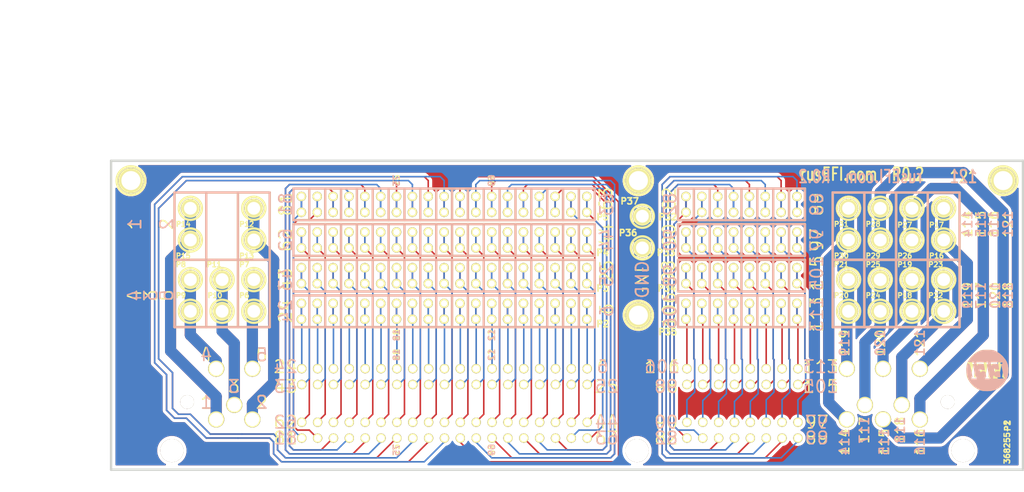
<source format=kicad_pcb>
(kicad_pcb (version 4) (host pcbnew 4.0.7)
  (title_block (title "368255-2 connector break out board") (date 2019-01-08) (rev R0.2) (company rsuEFI.com))
  (layers (0 F.Cu signal) (31 B.Cu signal) (34 B.Paste user) (35 F.Paste user) (36 B.SilkS user) (37 F.SilkS user) (38 B.Mask user) (39 F.Mask user) (44 Edge.Cuts user))
  (net 0 "")
  (net 1 GND)
  (net 2 N-000001)
  (net 3 N-0000010)
  (net 4 N-00000100)
  (net 5 N-00000101)
  (net 6 N-00000102)
  (net 7 N-00000103)
  (net 8 N-00000104)
  (net 9 N-00000105)
  (net 10 N-00000106)
  (net 11 N-00000107)
  (net 12 N-00000108)
  (net 13 N-00000109)
  (net 14 N-0000011)
  (net 15 N-00000110)
  (net 16 N-00000111)
  (net 17 N-00000112)
  (net 18 N-00000113)
  (net 19 N-00000114)
  (net 20 N-00000115)
  (net 21 N-00000116)
  (net 22 N-00000117)
  (net 23 N-00000118)
  (net 24 N-00000119)
  (net 25 N-0000012)
  (net 26 N-00000120)
  (net 27 N-00000121)
  (net 28 N-00000122)
  (net 29 N-0000013)
  (net 30 N-0000014)
  (net 31 N-0000015)
  (net 32 N-0000016)
  (net 33 N-0000017)
  (net 34 N-0000018)
  (net 35 N-0000019)
  (net 36 N-000002)
  (net 37 N-0000020)
  (net 38 N-0000021)
  (net 39 N-0000022)
  (net 40 N-0000023)
  (net 41 N-0000024)
  (net 42 N-0000025)
  (net 43 N-0000026)
  (net 44 N-0000027)
  (net 45 N-0000028)
  (net 46 N-0000029)
  (net 47 N-000003)
  (net 48 N-0000030)
  (net 49 N-0000031)
  (net 50 N-0000032)
  (net 51 N-0000033)
  (net 52 N-0000034)
  (net 53 N-0000035)
  (net 54 N-0000036)
  (net 55 N-0000037)
  (net 56 N-0000038)
  (net 57 N-0000039)
  (net 58 N-000004)
  (net 59 N-0000040)
  (net 60 N-0000041)
  (net 61 N-0000042)
  (net 62 N-0000043)
  (net 63 N-0000044)
  (net 64 N-0000045)
  (net 65 N-0000046)
  (net 66 N-0000047)
  (net 67 N-0000048)
  (net 68 N-0000049)
  (net 69 N-000005)
  (net 70 N-0000050)
  (net 71 N-0000051)
  (net 72 N-0000052)
  (net 73 N-0000053)
  (net 74 N-0000054)
  (net 75 N-0000055)
  (net 76 N-0000056)
  (net 77 N-0000057)
  (net 78 N-0000058)
  (net 79 N-0000059)
  (net 80 N-000006)
  (net 81 N-0000060)
  (net 82 N-0000061)
  (net 83 N-0000062)
  (net 84 N-0000063)
  (net 85 N-0000064)
  (net 86 N-0000065)
  (net 87 N-0000066)
  (net 88 N-0000067)
  (net 89 N-0000068)
  (net 90 N-0000069)
  (net 91 N-000007)
  (net 92 N-0000070)
  (net 93 N-0000071)
  (net 94 N-0000072)
  (net 95 N-0000073)
  (net 96 N-0000074)
  (net 97 N-0000075)
  (net 98 N-0000076)
  (net 99 N-0000077)
  (net 100 N-0000078)
  (net 101 N-0000079)
  (net 102 N-000008)
  (net 103 N-0000080)
  (net 104 N-0000081)
  (net 105 N-0000082)
  (net 106 N-0000083)
  (net 107 N-0000084)
  (net 108 N-0000085)
  (net 109 N-0000086)
  (net 110 N-0000087)
  (net 111 N-0000088)
  (net 112 N-0000089)
  (net 113 N-000009)
  (net 114 N-0000090)
  (net 115 N-0000091)
  (net 116 N-0000092)
  (net 117 N-0000093)
  (net 118 N-0000094)
  (net 119 N-0000096)
  (net 120 N-0000097)
  (net 121 N-0000098)
  (net 122 N-0000099)
  (module "1pin(m)" (layer F.Cu) (at 172.72 66.04)
    (fp_text reference P31 (at -1.143 2.54) (layer F.SilkS) (effects (font (size 0.8 0.8) (thickness 0.2))))
    (fp_text value CONN_1 hide)
    (pad 1 thru_hole circle (at 0 0) (size 3.064 3.064) (drill 2.048) (layers *.Cu *.Mask F.SilkS) (net 111 N-0000088))
  )
  (module 19dpad (layer F.Cu) (at 106.68 82.55 180)
    (fp_text reference P2 (at -26.67 -2.032 180) (layer F.SilkS) (effects (font (size 1.016 1.016) (thickness 0.27432))))
    (fp_text value CONN_19 hide)
    (pad 1 thru_hole circle (at -24.13 1.27 180) (size 1.524 1.524) (drill 1.016) (layers *.Cu *.Mask F.SilkS) (net 105 N-0000082))
    (pad 2 thru_hole circle (at -21.59 1.27 180) (size 1.524 1.524) (drill 1.016) (layers *.Cu *.Mask F.SilkS) (net 104 N-0000081))
    (pad 3 thru_hole circle (at -19.05 1.27 180) (size 1.524 1.524) (drill 1.016) (layers *.Cu *.Mask F.SilkS) (net 103 N-0000080))
    (pad 4 thru_hole circle (at -16.51 1.27 180) (size 1.524 1.524) (drill 1.016) (layers *.Cu *.Mask F.SilkS) (net 59 N-0000040))
    (pad 5 thru_hole circle (at -13.97 1.27 180) (size 1.524 1.524) (drill 1.016) (layers *.Cu *.Mask F.SilkS) (net 43 N-0000026))
    (pad 6 thru_hole circle (at -11.43 1.27 180) (size 1.524 1.524) (drill 1.016) (layers *.Cu *.Mask F.SilkS) (net 42 N-0000025))
    (pad 7 thru_hole circle (at -8.89 1.27 180) (size 1.524 1.524) (drill 1.016) (layers *.Cu *.Mask F.SilkS) (net 41 N-0000024))
    (pad 8 thru_hole circle (at -6.35 1.27 180) (size 1.524 1.524) (drill 1.016) (layers *.Cu *.Mask F.SilkS) (net 40 N-0000023))
    (pad 9 thru_hole circle (at -3.81 1.27 180) (size 1.524 1.524) (drill 1.016) (layers *.Cu *.Mask F.SilkS) (net 39 N-0000022))
    (pad 10 thru_hole circle (at -1.27 1.27 180) (size 1.524 1.524) (drill 1.016) (layers *.Cu *.Mask F.SilkS) (net 38 N-0000021))
    (pad 11 thru_hole circle (at 1.27 1.27 180) (size 1.524 1.524) (drill 1.016) (layers *.Cu *.Mask F.SilkS) (net 37 N-0000020))
    (pad 12 thru_hole circle (at 3.81 1.27 180) (size 1.524 1.524) (drill 1.016) (layers *.Cu *.Mask F.SilkS) (net 35 N-0000019))
    (pad 13 thru_hole circle (at 6.35 1.27 180) (size 1.524 1.524) (drill 1.016) (layers *.Cu *.Mask F.SilkS) (net 34 N-0000018))
    (pad 14 thru_hole circle (at 8.89 1.27 180) (size 1.524 1.524) (drill 1.016) (layers *.Cu *.Mask F.SilkS) (net 33 N-0000017))
    (pad 15 thru_hole circle (at 11.43 1.27 180) (size 1.524 1.524) (drill 1.016) (layers *.Cu *.Mask F.SilkS) (net 32 N-0000016))
    (pad 16 thru_hole circle (at 13.97 1.27 180) (size 1.524 1.524) (drill 1.016) (layers *.Cu *.Mask F.SilkS) (net 31 N-0000015))
    (pad 17 thru_hole circle (at 16.51 1.27 180) (size 1.524 1.524) (drill 1.016) (layers *.Cu *.Mask F.SilkS) (net 2 N-000001))
    (pad 18 thru_hole circle (at 19.05 1.27 180) (size 1.524 1.524) (drill 1.016) (layers *.Cu *.Mask F.SilkS) (net 29 N-0000013))
    (pad 19 thru_hole circle (at 21.59 1.27 180) (size 1.524 1.524) (drill 1.016) (layers *.Cu *.Mask F.SilkS) (net 25 N-0000012))
    (pad 1 thru_hole circle (at -24.13 -1.27 180) (size 1.524 1.524) (drill 1.016) (layers *.Cu *.Mask F.SilkS) (net 105 N-0000082))
    (pad 2 thru_hole circle (at -21.59 -1.27 180) (size 1.524 1.524) (drill 1.016) (layers *.Cu *.Mask F.SilkS) (net 104 N-0000081))
    (pad 3 thru_hole circle (at -19.05 -1.27 180) (size 1.524 1.524) (drill 1.016) (layers *.Cu *.Mask F.SilkS) (net 103 N-0000080))
    (pad 4 thru_hole circle (at -16.51 -1.27 180) (size 1.524 1.524) (drill 1.016) (layers *.Cu *.Mask F.SilkS) (net 59 N-0000040))
    (pad 5 thru_hole circle (at -13.97 -1.27 180) (size 1.524 1.524) (drill 1.016) (layers *.Cu *.Mask F.SilkS) (net 43 N-0000026))
    (pad 6 thru_hole circle (at -11.43 -1.27 180) (size 1.524 1.524) (drill 1.016) (layers *.Cu *.Mask F.SilkS) (net 42 N-0000025))
    (pad 7 thru_hole circle (at -8.89 -1.27 180) (size 1.524 1.524) (drill 1.016) (layers *.Cu *.Mask F.SilkS) (net 41 N-0000024))
    (pad 8 thru_hole circle (at -6.35 -1.27 180) (size 1.524 1.524) (drill 1.016) (layers *.Cu *.Mask F.SilkS) (net 40 N-0000023))
    (pad 9 thru_hole circle (at -3.81 -1.27 180) (size 1.524 1.524) (drill 1.016) (layers *.Cu *.Mask F.SilkS) (net 39 N-0000022))
    (pad 10 thru_hole circle (at -1.27 -1.27 180) (size 1.524 1.524) (drill 1.016) (layers *.Cu *.Mask F.SilkS) (net 38 N-0000021))
    (pad 11 thru_hole circle (at 1.27 -1.27 180) (size 1.524 1.524) (drill 1.016) (layers *.Cu *.Mask F.SilkS) (net 37 N-0000020))
    (pad 12 thru_hole circle (at 3.81 -1.27 180) (size 1.524 1.524) (drill 1.016) (layers *.Cu *.Mask F.SilkS) (net 35 N-0000019))
    (pad 13 thru_hole circle (at 6.35 -1.27 180) (size 1.524 1.524) (drill 1.016) (layers *.Cu *.Mask F.SilkS) (net 34 N-0000018))
    (pad 14 thru_hole circle (at 8.89 -1.27 180) (size 1.524 1.524) (drill 1.016) (layers *.Cu *.Mask F.SilkS) (net 33 N-0000017))
    (pad 15 thru_hole circle (at 11.43 -1.27 180) (size 1.524 1.524) (drill 1.016) (layers *.Cu *.Mask F.SilkS) (net 32 N-0000016))
    (pad 16 thru_hole circle (at 13.97 -1.27 180) (size 1.524 1.524) (drill 1.016) (layers *.Cu *.Mask F.SilkS) (net 31 N-0000015))
    (pad 17 thru_hole circle (at 16.51 -1.27 180) (size 1.524 1.524) (drill 1.016) (layers *.Cu *.Mask F.SilkS) (net 2 N-000001))
    (pad 18 thru_hole circle (at 19.05 -1.27 180) (size 1.524 1.524) (drill 1.016) (layers *.Cu *.Mask F.SilkS) (net 29 N-0000013))
    (pad 19 thru_hole circle (at 21.59 -1.27 180) (size 1.524 1.524) (drill 1.016) (layers *.Cu *.Mask F.SilkS) (net 25 N-0000012))
  )
  (module 19dpad (layer F.Cu) (at 106.68 76.835 180)
    (fp_text reference P3 (at -26.67 -2.032 180) (layer F.SilkS) (effects (font (size 1.016 1.016) (thickness 0.27432))))
    (fp_text value CONN_19 hide)
    (pad 1 thru_hole circle (at -24.13 1.27 180) (size 1.524 1.524) (drill 1.016) (layers *.Cu *.Mask F.SilkS) (net 14 N-0000011))
    (pad 2 thru_hole circle (at -21.59 1.27 180) (size 1.524 1.524) (drill 1.016) (layers *.Cu *.Mask F.SilkS) (net 3 N-0000010))
    (pad 3 thru_hole circle (at -19.05 1.27 180) (size 1.524 1.524) (drill 1.016) (layers *.Cu *.Mask F.SilkS) (net 113 N-000009))
    (pad 4 thru_hole circle (at -16.51 1.27 180) (size 1.524 1.524) (drill 1.016) (layers *.Cu *.Mask F.SilkS) (net 102 N-000008))
    (pad 5 thru_hole circle (at -13.97 1.27 180) (size 1.524 1.524) (drill 1.016) (layers *.Cu *.Mask F.SilkS) (net 91 N-000007))
    (pad 6 thru_hole circle (at -11.43 1.27 180) (size 1.524 1.524) (drill 1.016) (layers *.Cu *.Mask F.SilkS) (net 80 N-000006))
    (pad 7 thru_hole circle (at -8.89 1.27 180) (size 1.524 1.524) (drill 1.016) (layers *.Cu *.Mask F.SilkS) (net 69 N-000005))
    (pad 8 thru_hole circle (at -6.35 1.27 180) (size 1.524 1.524) (drill 1.016) (layers *.Cu *.Mask F.SilkS) (net 58 N-000004))
    (pad 9 thru_hole circle (at -3.81 1.27 180) (size 1.524 1.524) (drill 1.016) (layers *.Cu *.Mask F.SilkS) (net 47 N-000003))
    (pad 10 thru_hole circle (at -1.27 1.27 180) (size 1.524 1.524) (drill 1.016) (layers *.Cu *.Mask F.SilkS) (net 36 N-000002))
    (pad 11 thru_hole circle (at 1.27 1.27 180) (size 1.524 1.524) (drill 1.016) (layers *.Cu *.Mask F.SilkS) (net 30 N-0000014))
    (pad 12 thru_hole circle (at 3.81 1.27 180) (size 1.524 1.524) (drill 1.016) (layers *.Cu *.Mask F.SilkS) (net 72 N-0000052))
    (pad 13 thru_hole circle (at 6.35 1.27 180) (size 1.524 1.524) (drill 1.016) (layers *.Cu *.Mask F.SilkS) (net 71 N-0000051))
    (pad 14 thru_hole circle (at 8.89 1.27 180) (size 1.524 1.524) (drill 1.016) (layers *.Cu *.Mask F.SilkS) (net 70 N-0000050))
    (pad 15 thru_hole circle (at 11.43 1.27 180) (size 1.524 1.524) (drill 1.016) (layers *.Cu *.Mask F.SilkS) (net 68 N-0000049))
    (pad 16 thru_hole circle (at 13.97 1.27 180) (size 1.524 1.524) (drill 1.016) (layers *.Cu *.Mask F.SilkS) (net 67 N-0000048))
    (pad 17 thru_hole circle (at 16.51 1.27 180) (size 1.524 1.524) (drill 1.016) (layers *.Cu *.Mask F.SilkS) (net 66 N-0000047))
    (pad 18 thru_hole circle (at 19.05 1.27 180) (size 1.524 1.524) (drill 1.016) (layers *.Cu *.Mask F.SilkS) (net 65 N-0000046))
    (pad 19 thru_hole circle (at 21.59 1.27 180) (size 1.524 1.524) (drill 1.016) (layers *.Cu *.Mask F.SilkS) (net 64 N-0000045))
    (pad 1 thru_hole circle (at -24.13 -1.27 180) (size 1.524 1.524) (drill 1.016) (layers *.Cu *.Mask F.SilkS) (net 14 N-0000011))
    (pad 2 thru_hole circle (at -21.59 -1.27 180) (size 1.524 1.524) (drill 1.016) (layers *.Cu *.Mask F.SilkS) (net 3 N-0000010))
    (pad 3 thru_hole circle (at -19.05 -1.27 180) (size 1.524 1.524) (drill 1.016) (layers *.Cu *.Mask F.SilkS) (net 113 N-000009))
    (pad 4 thru_hole circle (at -16.51 -1.27 180) (size 1.524 1.524) (drill 1.016) (layers *.Cu *.Mask F.SilkS) (net 102 N-000008))
    (pad 5 thru_hole circle (at -13.97 -1.27 180) (size 1.524 1.524) (drill 1.016) (layers *.Cu *.Mask F.SilkS) (net 91 N-000007))
    (pad 6 thru_hole circle (at -11.43 -1.27 180) (size 1.524 1.524) (drill 1.016) (layers *.Cu *.Mask F.SilkS) (net 80 N-000006))
    (pad 7 thru_hole circle (at -8.89 -1.27 180) (size 1.524 1.524) (drill 1.016) (layers *.Cu *.Mask F.SilkS) (net 69 N-000005))
    (pad 8 thru_hole circle (at -6.35 -1.27 180) (size 1.524 1.524) (drill 1.016) (layers *.Cu *.Mask F.SilkS) (net 58 N-000004))
    (pad 9 thru_hole circle (at -3.81 -1.27 180) (size 1.524 1.524) (drill 1.016) (layers *.Cu *.Mask F.SilkS) (net 47 N-000003))
    (pad 10 thru_hole circle (at -1.27 -1.27 180) (size 1.524 1.524) (drill 1.016) (layers *.Cu *.Mask F.SilkS) (net 36 N-000002))
    (pad 11 thru_hole circle (at 1.27 -1.27 180) (size 1.524 1.524) (drill 1.016) (layers *.Cu *.Mask F.SilkS) (net 30 N-0000014))
    (pad 12 thru_hole circle (at 3.81 -1.27 180) (size 1.524 1.524) (drill 1.016) (layers *.Cu *.Mask F.SilkS) (net 72 N-0000052))
    (pad 13 thru_hole circle (at 6.35 -1.27 180) (size 1.524 1.524) (drill 1.016) (layers *.Cu *.Mask F.SilkS) (net 71 N-0000051))
    (pad 14 thru_hole circle (at 8.89 -1.27 180) (size 1.524 1.524) (drill 1.016) (layers *.Cu *.Mask F.SilkS) (net 70 N-0000050))
    (pad 15 thru_hole circle (at 11.43 -1.27 180) (size 1.524 1.524) (drill 1.016) (layers *.Cu *.Mask F.SilkS) (net 68 N-0000049))
    (pad 16 thru_hole circle (at 13.97 -1.27 180) (size 1.524 1.524) (drill 1.016) (layers *.Cu *.Mask F.SilkS) (net 67 N-0000048))
    (pad 17 thru_hole circle (at 16.51 -1.27 180) (size 1.524 1.524) (drill 1.016) (layers *.Cu *.Mask F.SilkS) (net 66 N-0000047))
    (pad 18 thru_hole circle (at 19.05 -1.27 180) (size 1.524 1.524) (drill 1.016) (layers *.Cu *.Mask F.SilkS) (net 65 N-0000046))
    (pad 19 thru_hole circle (at 21.59 -1.27 180) (size 1.524 1.524) (drill 1.016) (layers *.Cu *.Mask F.SilkS) (net 64 N-0000045))
  )
  (module 19dpad (layer F.Cu) (at 106.68 71.12 180)
    (fp_text reference P4 (at -26.67 -2.032 180) (layer F.SilkS) (effects (font (size 1.016 1.016) (thickness 0.27432))))
    (fp_text value CONN_19 hide)
    (pad 1 thru_hole circle (at -24.13 1.27 180) (size 1.524 1.524) (drill 1.016) (layers *.Cu *.Mask F.SilkS) (net 63 N-0000044))
    (pad 2 thru_hole circle (at -21.59 1.27 180) (size 1.524 1.524) (drill 1.016) (layers *.Cu *.Mask F.SilkS) (net 62 N-0000043))
    (pad 3 thru_hole circle (at -19.05 1.27 180) (size 1.524 1.524) (drill 1.016) (layers *.Cu *.Mask F.SilkS) (net 61 N-0000042))
    (pad 4 thru_hole circle (at -16.51 1.27 180) (size 1.524 1.524) (drill 1.016) (layers *.Cu *.Mask F.SilkS) (net 60 N-0000041))
    (pad 5 thru_hole circle (at -13.97 1.27 180) (size 1.524 1.524) (drill 1.016) (layers *.Cu *.Mask F.SilkS) (net 44 N-0000027))
    (pad 6 thru_hole circle (at -11.43 1.27 180) (size 1.524 1.524) (drill 1.016) (layers *.Cu *.Mask F.SilkS) (net 57 N-0000039))
    (pad 7 thru_hole circle (at -8.89 1.27 180) (size 1.524 1.524) (drill 1.016) (layers *.Cu *.Mask F.SilkS) (net 56 N-0000038))
    (pad 8 thru_hole circle (at -6.35 1.27 180) (size 1.524 1.524) (drill 1.016) (layers *.Cu *.Mask F.SilkS) (net 55 N-0000037))
    (pad 9 thru_hole circle (at -3.81 1.27 180) (size 1.524 1.524) (drill 1.016) (layers *.Cu *.Mask F.SilkS) (net 54 N-0000036))
    (pad 10 thru_hole circle (at -1.27 1.27 180) (size 1.524 1.524) (drill 1.016) (layers *.Cu *.Mask F.SilkS) (net 53 N-0000035))
    (pad 11 thru_hole circle (at 1.27 1.27 180) (size 1.524 1.524) (drill 1.016) (layers *.Cu *.Mask F.SilkS) (net 52 N-0000034))
    (pad 12 thru_hole circle (at 3.81 1.27 180) (size 1.524 1.524) (drill 1.016) (layers *.Cu *.Mask F.SilkS) (net 51 N-0000033))
    (pad 13 thru_hole circle (at 6.35 1.27 180) (size 1.524 1.524) (drill 1.016) (layers *.Cu *.Mask F.SilkS) (net 50 N-0000032))
    (pad 14 thru_hole circle (at 8.89 1.27 180) (size 1.524 1.524) (drill 1.016) (layers *.Cu *.Mask F.SilkS) (net 49 N-0000031))
    (pad 15 thru_hole circle (at 11.43 1.27 180) (size 1.524 1.524) (drill 1.016) (layers *.Cu *.Mask F.SilkS) (net 48 N-0000030))
    (pad 16 thru_hole circle (at 13.97 1.27 180) (size 1.524 1.524) (drill 1.016) (layers *.Cu *.Mask F.SilkS) (net 46 N-0000029))
    (pad 17 thru_hole circle (at 16.51 1.27 180) (size 1.524 1.524) (drill 1.016) (layers *.Cu *.Mask F.SilkS) (net 45 N-0000028))
    (pad 18 thru_hole circle (at 19.05 1.27 180) (size 1.524 1.524) (drill 1.016) (layers *.Cu *.Mask F.SilkS) (net 108 N-0000085))
    (pad 19 thru_hole circle (at 21.59 1.27 180) (size 1.524 1.524) (drill 1.016) (layers *.Cu *.Mask F.SilkS) (net 22 N-00000117))
    (pad 1 thru_hole circle (at -24.13 -1.27 180) (size 1.524 1.524) (drill 1.016) (layers *.Cu *.Mask F.SilkS) (net 63 N-0000044))
    (pad 2 thru_hole circle (at -21.59 -1.27 180) (size 1.524 1.524) (drill 1.016) (layers *.Cu *.Mask F.SilkS) (net 62 N-0000043))
    (pad 3 thru_hole circle (at -19.05 -1.27 180) (size 1.524 1.524) (drill 1.016) (layers *.Cu *.Mask F.SilkS) (net 61 N-0000042))
    (pad 4 thru_hole circle (at -16.51 -1.27 180) (size 1.524 1.524) (drill 1.016) (layers *.Cu *.Mask F.SilkS) (net 60 N-0000041))
    (pad 5 thru_hole circle (at -13.97 -1.27 180) (size 1.524 1.524) (drill 1.016) (layers *.Cu *.Mask F.SilkS) (net 44 N-0000027))
    (pad 6 thru_hole circle (at -11.43 -1.27 180) (size 1.524 1.524) (drill 1.016) (layers *.Cu *.Mask F.SilkS) (net 57 N-0000039))
    (pad 7 thru_hole circle (at -8.89 -1.27 180) (size 1.524 1.524) (drill 1.016) (layers *.Cu *.Mask F.SilkS) (net 56 N-0000038))
    (pad 8 thru_hole circle (at -6.35 -1.27 180) (size 1.524 1.524) (drill 1.016) (layers *.Cu *.Mask F.SilkS) (net 55 N-0000037))
    (pad 9 thru_hole circle (at -3.81 -1.27 180) (size 1.524 1.524) (drill 1.016) (layers *.Cu *.Mask F.SilkS) (net 54 N-0000036))
    (pad 10 thru_hole circle (at -1.27 -1.27 180) (size 1.524 1.524) (drill 1.016) (layers *.Cu *.Mask F.SilkS) (net 53 N-0000035))
    (pad 11 thru_hole circle (at 1.27 -1.27 180) (size 1.524 1.524) (drill 1.016) (layers *.Cu *.Mask F.SilkS) (net 52 N-0000034))
    (pad 12 thru_hole circle (at 3.81 -1.27 180) (size 1.524 1.524) (drill 1.016) (layers *.Cu *.Mask F.SilkS) (net 51 N-0000033))
    (pad 13 thru_hole circle (at 6.35 -1.27 180) (size 1.524 1.524) (drill 1.016) (layers *.Cu *.Mask F.SilkS) (net 50 N-0000032))
    (pad 14 thru_hole circle (at 8.89 -1.27 180) (size 1.524 1.524) (drill 1.016) (layers *.Cu *.Mask F.SilkS) (net 49 N-0000031))
    (pad 15 thru_hole circle (at 11.43 -1.27 180) (size 1.524 1.524) (drill 1.016) (layers *.Cu *.Mask F.SilkS) (net 48 N-0000030))
    (pad 16 thru_hole circle (at 13.97 -1.27 180) (size 1.524 1.524) (drill 1.016) (layers *.Cu *.Mask F.SilkS) (net 46 N-0000029))
    (pad 17 thru_hole circle (at 16.51 -1.27 180) (size 1.524 1.524) (drill 1.016) (layers *.Cu *.Mask F.SilkS) (net 45 N-0000028))
    (pad 18 thru_hole circle (at 19.05 -1.27 180) (size 1.524 1.524) (drill 1.016) (layers *.Cu *.Mask F.SilkS) (net 108 N-0000085))
    (pad 19 thru_hole circle (at 21.59 -1.27 180) (size 1.524 1.524) (drill 1.016) (layers *.Cu *.Mask F.SilkS) (net 22 N-00000117))
  )
  (module 19dpad (layer F.Cu) (at 106.68 65.405 180)
    (fp_text reference P5 (at -26.67 -2.032 180) (layer F.SilkS) (effects (font (thickness 0.25))))
    (fp_text value CONN_19 hide)
    (pad 1 thru_hole circle (at -24.13 1.27 180) (size 1.524 1.524) (drill 1.016) (layers *.Cu *.Mask F.SilkS) (net 21 N-00000116))
    (pad 2 thru_hole circle (at -21.59 1.27 180) (size 1.524 1.524) (drill 1.016) (layers *.Cu *.Mask F.SilkS) (net 20 N-00000115))
    (pad 3 thru_hole circle (at -19.05 1.27 180) (size 1.524 1.524) (drill 1.016) (layers *.Cu *.Mask F.SilkS) (net 19 N-00000114))
    (pad 4 thru_hole circle (at -16.51 1.27 180) (size 1.524 1.524) (drill 1.016) (layers *.Cu *.Mask F.SilkS) (net 18 N-00000113))
    (pad 5 thru_hole circle (at -13.97 1.27 180) (size 1.524 1.524) (drill 1.016) (layers *.Cu *.Mask F.SilkS) (net 17 N-00000112))
    (pad 6 thru_hole circle (at -11.43 1.27 180) (size 1.524 1.524) (drill 1.016) (layers *.Cu *.Mask F.SilkS) (net 16 N-00000111))
    (pad 7 thru_hole circle (at -8.89 1.27 180) (size 1.524 1.524) (drill 1.016) (layers *.Cu *.Mask F.SilkS) (net 15 N-00000110))
    (pad 8 thru_hole circle (at -6.35 1.27 180) (size 1.524 1.524) (drill 1.016) (layers *.Cu *.Mask F.SilkS) (net 13 N-00000109))
    (pad 9 thru_hole circle (at -3.81 1.27 180) (size 1.524 1.524) (drill 1.016) (layers *.Cu *.Mask F.SilkS) (net 12 N-00000108))
    (pad 10 thru_hole circle (at -1.27 1.27 180) (size 1.524 1.524) (drill 1.016) (layers *.Cu *.Mask F.SilkS) (net 11 N-00000107))
    (pad 11 thru_hole circle (at 1.27 1.27 180) (size 1.524 1.524) (drill 1.016) (layers *.Cu *.Mask F.SilkS) (net 10 N-00000106))
    (pad 12 thru_hole circle (at 3.81 1.27 180) (size 1.524 1.524) (drill 1.016) (layers *.Cu *.Mask F.SilkS) (net 121 N-0000098))
    (pad 13 thru_hole circle (at 6.35 1.27 180) (size 1.524 1.524) (drill 1.016) (layers *.Cu *.Mask F.SilkS) (net 9 N-00000105))
    (pad 14 thru_hole circle (at 8.89 1.27 180) (size 1.524 1.524) (drill 1.016) (layers *.Cu *.Mask F.SilkS) (net 8 N-00000104))
    (pad 15 thru_hole circle (at 11.43 1.27 180) (size 1.524 1.524) (drill 1.016) (layers *.Cu *.Mask F.SilkS) (net 7 N-00000103))
    (pad 16 thru_hole circle (at 13.97 1.27 180) (size 1.524 1.524) (drill 1.016) (layers *.Cu *.Mask F.SilkS) (net 6 N-00000102))
    (pad 17 thru_hole circle (at 16.51 1.27 180) (size 1.524 1.524) (drill 1.016) (layers *.Cu *.Mask F.SilkS) (net 5 N-00000101))
    (pad 18 thru_hole circle (at 19.05 1.27 180) (size 1.524 1.524) (drill 1.016) (layers *.Cu *.Mask F.SilkS) (net 4 N-00000100))
    (pad 19 thru_hole circle (at 21.59 1.27 180) (size 1.524 1.524) (drill 1.016) (layers *.Cu *.Mask F.SilkS) (net 122 N-0000099))
    (pad 1 thru_hole circle (at -24.13 -1.27 180) (size 1.524 1.524) (drill 1.016) (layers *.Cu *.Mask F.SilkS) (net 21 N-00000116))
    (pad 2 thru_hole circle (at -21.59 -1.27 180) (size 1.524 1.524) (drill 1.016) (layers *.Cu *.Mask F.SilkS) (net 20 N-00000115))
    (pad 3 thru_hole circle (at -19.05 -1.27 180) (size 1.524 1.524) (drill 1.016) (layers *.Cu *.Mask F.SilkS) (net 19 N-00000114))
    (pad 4 thru_hole circle (at -16.51 -1.27 180) (size 1.524 1.524) (drill 1.016) (layers *.Cu *.Mask F.SilkS) (net 18 N-00000113))
    (pad 5 thru_hole circle (at -13.97 -1.27 180) (size 1.524 1.524) (drill 1.016) (layers *.Cu *.Mask F.SilkS) (net 17 N-00000112))
    (pad 6 thru_hole circle (at -11.43 -1.27 180) (size 1.524 1.524) (drill 1.016) (layers *.Cu *.Mask F.SilkS) (net 16 N-00000111))
    (pad 7 thru_hole circle (at -8.89 -1.27 180) (size 1.524 1.524) (drill 1.016) (layers *.Cu *.Mask F.SilkS) (net 15 N-00000110))
    (pad 8 thru_hole circle (at -6.35 -1.27 180) (size 1.524 1.524) (drill 1.016) (layers *.Cu *.Mask F.SilkS) (net 13 N-00000109))
    (pad 9 thru_hole circle (at -3.81 -1.27 180) (size 1.524 1.524) (drill 1.016) (layers *.Cu *.Mask F.SilkS) (net 12 N-00000108))
    (pad 10 thru_hole circle (at -1.27 -1.27 180) (size 1.524 1.524) (drill 1.016) (layers *.Cu *.Mask F.SilkS) (net 11 N-00000107))
    (pad 11 thru_hole circle (at 1.27 -1.27 180) (size 1.524 1.524) (drill 1.016) (layers *.Cu *.Mask F.SilkS) (net 10 N-00000106))
    (pad 12 thru_hole circle (at 3.81 -1.27 180) (size 1.524 1.524) (drill 1.016) (layers *.Cu *.Mask F.SilkS) (net 121 N-0000098))
    (pad 13 thru_hole circle (at 6.35 -1.27 180) (size 1.524 1.524) (drill 1.016) (layers *.Cu *.Mask F.SilkS) (net 9 N-00000105))
    (pad 14 thru_hole circle (at 8.89 -1.27 180) (size 1.524 1.524) (drill 1.016) (layers *.Cu *.Mask F.SilkS) (net 8 N-00000104))
    (pad 15 thru_hole circle (at 11.43 -1.27 180) (size 1.524 1.524) (drill 1.016) (layers *.Cu *.Mask F.SilkS) (net 7 N-00000103))
    (pad 16 thru_hole circle (at 13.97 -1.27 180) (size 1.524 1.524) (drill 1.016) (layers *.Cu *.Mask F.SilkS) (net 6 N-00000102))
    (pad 17 thru_hole circle (at 16.51 -1.27 180) (size 1.524 1.524) (drill 1.016) (layers *.Cu *.Mask F.SilkS) (net 5 N-00000101))
    (pad 18 thru_hole circle (at 19.05 -1.27 180) (size 1.524 1.524) (drill 1.016) (layers *.Cu *.Mask F.SilkS) (net 4 N-00000100))
    (pad 19 thru_hole circle (at 21.59 -1.27 180) (size 1.524 1.524) (drill 1.016) (layers *.Cu *.Mask F.SilkS) (net 122 N-0000099))
  )
  (module "1pin(m)" (layer F.Cu) (at 67.31 71.12)
    (fp_text reference P15 (at -1.143 2.54) (layer F.SilkS) (effects (font (size 0.8 0.8) (thickness 0.2))))
    (fp_text value CONN_1 hide)
    (pad 1 thru_hole circle (at 0 0) (size 3.064 3.064) (drill 2.048) (layers *.Cu *.Mask F.SilkS) (net 28 N-00000122))
  )
  (module "1pin(m)" (layer F.Cu) (at 67.31 66.04)
    (fp_text reference P14 (at -1.143 2.54) (layer F.SilkS) (effects (font (size 0.8 0.8) (thickness 0.2))))
    (fp_text value CONN_1 hide)
    (pad 1 thru_hole circle (at 0 0) (size 3.064 3.064) (drill 2.048) (layers *.Cu *.Mask F.SilkS) (net 28 N-00000122))
  )
  (module "1pin(m)" (layer F.Cu) (at 77.47 71.12)
    (fp_text reference P13 (at -1.143 2.54) (layer F.SilkS) (effects (font (size 0.8 0.8) (thickness 0.2))))
    (fp_text value CONN_1 hide)
    (pad 1 thru_hole circle (at 0 0) (size 3.064 3.064) (drill 2.048) (layers *.Cu *.Mask F.SilkS) (net 27 N-00000121))
  )
  (module "1pin(m)" (layer F.Cu) (at 77.47 66.04)
    (fp_text reference P12 (at -1.143 2.54) (layer F.SilkS) (effects (font (size 0.8 0.8) (thickness 0.2))))
    (fp_text value CONN_1 hide)
    (pad 1 thru_hole circle (at 0 0) (size 3.064 3.064) (drill 2.048) (layers *.Cu *.Mask F.SilkS) (net 27 N-00000121))
  )
  (module "1pin(m)" (layer F.Cu) (at 72.39 77.47)
    (fp_text reference P11 (at -1.27 -2.413) (layer F.SilkS) (effects (font (size 0.8 0.8) (thickness 0.2))))
    (fp_text value CONN_1 hide)
    (pad 1 thru_hole circle (at 0 0) (size 3.064 3.064) (drill 2.048) (layers *.Cu *.Mask F.SilkS) (net 26 N-00000120))
  )
  (module "1pin(m)" (layer F.Cu) (at 72.39 82.55)
    (fp_text reference P10 (at -1.143 -2.54) (layer F.SilkS) (effects (font (size 0.8 0.8) (thickness 0.2))))
    (fp_text value CONN_1 hide)
    (pad 1 thru_hole circle (at 0 0) (size 3.064 3.064) (drill 2.048) (layers *.Cu *.Mask F.SilkS) (net 26 N-00000120))
  )
  (module "1pin(m)" (layer F.Cu) (at 67.31 82.55)
    (fp_text reference P9 (at -1.524 -2.54) (layer F.SilkS) (effects (font (size 0.8 0.8) (thickness 0.2))))
    (fp_text value CONN_1 hide)
    (pad 1 thru_hole circle (at 0 0) (size 3.064 3.064) (drill 2.048) (layers *.Cu *.Mask F.SilkS) (net 24 N-00000119))
  )
  (module "1pin(m)" (layer F.Cu) (at 67.31 77.47)
    (fp_text reference P8 (at -1.524 -2.413) (layer F.SilkS) (effects (font (size 0.8 0.8) (thickness 0.2))))
    (fp_text value CONN_1 hide)
    (pad 1 thru_hole circle (at 0 0) (size 3.064 3.064) (drill 2.048) (layers *.Cu *.Mask F.SilkS) (net 24 N-00000119))
  )
  (module "1pin(m)" (layer F.Cu) (at 77.47 77.47)
    (fp_text reference P7 (at -1.524 -2.413) (layer F.SilkS) (effects (font (size 0.8 0.8) (thickness 0.2))))
    (fp_text value CONN_1 hide)
    (pad 1 thru_hole circle (at 0 0) (size 3.064 3.064) (drill 2.048) (layers *.Cu *.Mask F.SilkS) (net 23 N-00000118))
  )
  (module "1pin(m)" (layer F.Cu) (at 77.47 82.55)
    (fp_text reference P6 (at -1.524 -2.54) (layer F.SilkS) (effects (font (size 0.8 0.8) (thickness 0.2))))
    (fp_text value CONN_1 hide)
    (pad 1 thru_hole circle (at 0 0) (size 3.064 3.064) (drill 2.048) (layers *.Cu *.Mask F.SilkS) (net 23 N-00000118))
  )
  (module 8dpad (layer F.Cu) (at 155.575 71.12)
    (fp_text reference P33 (at -12.065 2.032) (layer F.SilkS) (effects (font (size 1.016 1.016) (thickness 0.27432))))
    (fp_text value CONN_8 hide)
    (pad 1 thru_hole circle (at -8.89 1.27) (size 1.524 1.524) (drill 1.016) (layers *.Cu *.Mask F.SilkS) (net 92 N-0000070))
    (pad 2 thru_hole circle (at -6.35 1.27) (size 1.524 1.524) (drill 1.016) (layers *.Cu *.Mask F.SilkS) (net 90 N-0000069))
    (pad 3 thru_hole circle (at -3.81 1.27) (size 1.524 1.524) (drill 1.016) (layers *.Cu *.Mask F.SilkS) (net 89 N-0000068))
    (pad 4 thru_hole circle (at -1.27 1.27) (size 1.524 1.524) (drill 1.016) (layers *.Cu *.Mask F.SilkS) (net 88 N-0000067))
    (pad 5 thru_hole circle (at 1.27 1.27) (size 1.524 1.524) (drill 1.016) (layers *.Cu *.Mask F.SilkS) (net 73 N-0000053))
    (pad 6 thru_hole circle (at 3.81 1.27) (size 1.524 1.524) (drill 1.016) (layers *.Cu *.Mask F.SilkS) (net 86 N-0000065))
    (pad 7 thru_hole circle (at 6.35 1.27) (size 1.524 1.524) (drill 1.016) (layers *.Cu *.Mask F.SilkS) (net 85 N-0000064))
    (pad 8 thru_hole circle (at 8.89 1.27) (size 1.524 1.524) (drill 1.016) (layers *.Cu *.Mask F.SilkS) (net 84 N-0000063))
    (pad 1 thru_hole circle (at -8.89 -1.27) (size 1.524 1.524) (drill 1.016) (layers *.Cu *.Mask F.SilkS) (net 92 N-0000070))
    (pad 2 thru_hole circle (at -6.35 -1.27) (size 1.524 1.524) (drill 1.016) (layers *.Cu *.Mask F.SilkS) (net 90 N-0000069))
    (pad 3 thru_hole circle (at -3.81 -1.27) (size 1.524 1.524) (drill 1.016) (layers *.Cu *.Mask F.SilkS) (net 89 N-0000068))
    (pad 4 thru_hole circle (at -1.27 -1.27) (size 1.524 1.524) (drill 1.016) (layers *.Cu *.Mask F.SilkS) (net 88 N-0000067))
    (pad 5 thru_hole circle (at 1.27 -1.27) (size 1.524 1.524) (drill 1.016) (layers *.Cu *.Mask F.SilkS) (net 73 N-0000053))
    (pad 6 thru_hole circle (at 3.81 -1.27) (size 1.524 1.524) (drill 1.016) (layers *.Cu *.Mask F.SilkS) (net 86 N-0000065))
    (pad 7 thru_hole circle (at 6.35 -1.27) (size 1.524 1.524) (drill 1.016) (layers *.Cu *.Mask F.SilkS) (net 85 N-0000064))
    (pad 8 thru_hole circle (at 8.89 -1.27) (size 1.524 1.524) (drill 1.016) (layers *.Cu *.Mask F.SilkS) (net 84 N-0000063))
  )
  (module 8dpad (layer F.Cu) (at 155.575 76.835)
    (fp_text reference P34 (at -11.938 2.032) (layer F.SilkS) (effects (font (size 1.016 1.016) (thickness 0.27432))))
    (fp_text value CONN_8 hide)
    (pad 1 thru_hole circle (at -8.89 1.27) (size 1.524 1.524) (drill 1.016) (layers *.Cu *.Mask F.SilkS) (net 83 N-0000062))
    (pad 2 thru_hole circle (at -6.35 1.27) (size 1.524 1.524) (drill 1.016) (layers *.Cu *.Mask F.SilkS) (net 82 N-0000061))
    (pad 3 thru_hole circle (at -3.81 1.27) (size 1.524 1.524) (drill 1.016) (layers *.Cu *.Mask F.SilkS) (net 81 N-0000060))
    (pad 4 thru_hole circle (at -1.27 1.27) (size 1.524 1.524) (drill 1.016) (layers *.Cu *.Mask F.SilkS) (net 79 N-0000059))
    (pad 5 thru_hole circle (at 1.27 1.27) (size 1.524 1.524) (drill 1.016) (layers *.Cu *.Mask F.SilkS) (net 78 N-0000058))
    (pad 6 thru_hole circle (at 3.81 1.27) (size 1.524 1.524) (drill 1.016) (layers *.Cu *.Mask F.SilkS) (net 77 N-0000057))
    (pad 7 thru_hole circle (at 6.35 1.27) (size 1.524 1.524) (drill 1.016) (layers *.Cu *.Mask F.SilkS) (net 76 N-0000056))
    (pad 8 thru_hole circle (at 8.89 1.27) (size 1.524 1.524) (drill 1.016) (layers *.Cu *.Mask F.SilkS) (net 75 N-0000055))
    (pad 1 thru_hole circle (at -8.89 -1.27) (size 1.524 1.524) (drill 1.016) (layers *.Cu *.Mask F.SilkS) (net 83 N-0000062))
    (pad 2 thru_hole circle (at -6.35 -1.27) (size 1.524 1.524) (drill 1.016) (layers *.Cu *.Mask F.SilkS) (net 82 N-0000061))
    (pad 3 thru_hole circle (at -3.81 -1.27) (size 1.524 1.524) (drill 1.016) (layers *.Cu *.Mask F.SilkS) (net 81 N-0000060))
    (pad 4 thru_hole circle (at -1.27 -1.27) (size 1.524 1.524) (drill 1.016) (layers *.Cu *.Mask F.SilkS) (net 79 N-0000059))
    (pad 5 thru_hole circle (at 1.27 -1.27) (size 1.524 1.524) (drill 1.016) (layers *.Cu *.Mask F.SilkS) (net 78 N-0000058))
    (pad 6 thru_hole circle (at 3.81 -1.27) (size 1.524 1.524) (drill 1.016) (layers *.Cu *.Mask F.SilkS) (net 77 N-0000057))
    (pad 7 thru_hole circle (at 6.35 -1.27) (size 1.524 1.524) (drill 1.016) (layers *.Cu *.Mask F.SilkS) (net 76 N-0000056))
    (pad 8 thru_hole circle (at 8.89 -1.27) (size 1.524 1.524) (drill 1.016) (layers *.Cu *.Mask F.SilkS) (net 75 N-0000055))
  )
  (module 8dpad (layer F.Cu) (at 155.575 82.55)
    (fp_text reference P35 (at -11.811 3.302) (layer F.SilkS) (effects (font (size 1.016 1.016) (thickness 0.27432))))
    (fp_text value CONN_8 hide)
    (pad 1 thru_hole circle (at -8.89 1.27) (size 1.524 1.524) (drill 1.016) (layers *.Cu *.Mask F.SilkS) (net 74 N-0000054))
    (pad 2 thru_hole circle (at -6.35 1.27) (size 1.524 1.524) (drill 1.016) (layers *.Cu *.Mask F.SilkS) (net 87 N-0000066))
    (pad 3 thru_hole circle (at -3.81 1.27) (size 1.524 1.524) (drill 1.016) (layers *.Cu *.Mask F.SilkS) (net 118 N-0000094))
    (pad 4 thru_hole circle (at -1.27 1.27) (size 1.524 1.524) (drill 1.016) (layers *.Cu *.Mask F.SilkS) (net 117 N-0000093))
    (pad 5 thru_hole circle (at 1.27 1.27) (size 1.524 1.524) (drill 1.016) (layers *.Cu *.Mask F.SilkS) (net 116 N-0000092))
    (pad 6 thru_hole circle (at 3.81 1.27) (size 1.524 1.524) (drill 1.016) (layers *.Cu *.Mask F.SilkS) (net 115 N-0000091))
    (pad 7 thru_hole circle (at 6.35 1.27) (size 1.524 1.524) (drill 1.016) (layers *.Cu *.Mask F.SilkS) (net 114 N-0000090))
    (pad 8 thru_hole circle (at 8.89 1.27) (size 1.524 1.524) (drill 1.016) (layers *.Cu *.Mask F.SilkS) (net 112 N-0000089))
    (pad 1 thru_hole circle (at -8.89 -1.27) (size 1.524 1.524) (drill 1.016) (layers *.Cu *.Mask F.SilkS) (net 74 N-0000054))
    (pad 2 thru_hole circle (at -6.35 -1.27) (size 1.524 1.524) (drill 1.016) (layers *.Cu *.Mask F.SilkS) (net 87 N-0000066))
    (pad 3 thru_hole circle (at -3.81 -1.27) (size 1.524 1.524) (drill 1.016) (layers *.Cu *.Mask F.SilkS) (net 118 N-0000094))
    (pad 4 thru_hole circle (at -1.27 -1.27) (size 1.524 1.524) (drill 1.016) (layers *.Cu *.Mask F.SilkS) (net 117 N-0000093))
    (pad 5 thru_hole circle (at 1.27 -1.27) (size 1.524 1.524) (drill 1.016) (layers *.Cu *.Mask F.SilkS) (net 116 N-0000092))
    (pad 6 thru_hole circle (at 3.81 -1.27) (size 1.524 1.524) (drill 1.016) (layers *.Cu *.Mask F.SilkS) (net 115 N-0000091))
    (pad 7 thru_hole circle (at 6.35 -1.27) (size 1.524 1.524) (drill 1.016) (layers *.Cu *.Mask F.SilkS) (net 114 N-0000090))
    (pad 8 thru_hole circle (at 8.89 -1.27) (size 1.524 1.524) (drill 1.016) (layers *.Cu *.Mask F.SilkS) (net 112 N-0000089))
  )
  (module 8dpad (layer F.Cu) (at 155.575 65.405)
    (fp_text reference P32 (at -11.811 2.032) (layer F.SilkS) (effects (font (size 1.016 1.016) (thickness 0.27432))))
    (fp_text value CONN_8 hide)
    (pad 1 thru_hole circle (at -8.89 1.27) (size 1.524 1.524) (drill 1.016) (layers *.Cu *.Mask F.SilkS) (net 100 N-0000078))
    (pad 2 thru_hole circle (at -6.35 1.27) (size 1.524 1.524) (drill 1.016) (layers *.Cu *.Mask F.SilkS) (net 99 N-0000077))
    (pad 3 thru_hole circle (at -3.81 1.27) (size 1.524 1.524) (drill 1.016) (layers *.Cu *.Mask F.SilkS) (net 98 N-0000076))
    (pad 4 thru_hole circle (at -1.27 1.27) (size 1.524 1.524) (drill 1.016) (layers *.Cu *.Mask F.SilkS) (net 97 N-0000075))
    (pad 5 thru_hole circle (at 1.27 1.27) (size 1.524 1.524) (drill 1.016) (layers *.Cu *.Mask F.SilkS) (net 96 N-0000074))
    (pad 6 thru_hole circle (at 3.81 1.27) (size 1.524 1.524) (drill 1.016) (layers *.Cu *.Mask F.SilkS) (net 95 N-0000073))
    (pad 7 thru_hole circle (at 6.35 1.27) (size 1.524 1.524) (drill 1.016) (layers *.Cu *.Mask F.SilkS) (net 94 N-0000072))
    (pad 8 thru_hole circle (at 8.89 1.27) (size 1.524 1.524) (drill 1.016) (layers *.Cu *.Mask F.SilkS) (net 93 N-0000071))
    (pad 1 thru_hole circle (at -8.89 -1.27) (size 1.524 1.524) (drill 1.016) (layers *.Cu *.Mask F.SilkS) (net 100 N-0000078))
    (pad 2 thru_hole circle (at -6.35 -1.27) (size 1.524 1.524) (drill 1.016) (layers *.Cu *.Mask F.SilkS) (net 99 N-0000077))
    (pad 3 thru_hole circle (at -3.81 -1.27) (size 1.524 1.524) (drill 1.016) (layers *.Cu *.Mask F.SilkS) (net 98 N-0000076))
    (pad 4 thru_hole circle (at -1.27 -1.27) (size 1.524 1.524) (drill 1.016) (layers *.Cu *.Mask F.SilkS) (net 97 N-0000075))
    (pad 5 thru_hole circle (at 1.27 -1.27) (size 1.524 1.524) (drill 1.016) (layers *.Cu *.Mask F.SilkS) (net 96 N-0000074))
    (pad 6 thru_hole circle (at 3.81 -1.27) (size 1.524 1.524) (drill 1.016) (layers *.Cu *.Mask F.SilkS) (net 95 N-0000073))
    (pad 7 thru_hole circle (at 6.35 -1.27) (size 1.524 1.524) (drill 1.016) (layers *.Cu *.Mask F.SilkS) (net 94 N-0000072))
    (pad 8 thru_hole circle (at 8.89 -1.27) (size 1.524 1.524) (drill 1.016) (layers *.Cu *.Mask F.SilkS) (net 93 N-0000071))
  )
  (module "1pin(m)" (layer F.Cu) (at 187.96 71.12)
    (fp_text reference P16 (at -1.143 2.54) (layer F.SilkS) (effects (font (size 0.8 0.8) (thickness 0.2))))
    (fp_text value CONN_1 hide)
    (pad 1 thru_hole circle (at 0 0) (size 3.064 3.064) (drill 2.048) (layers *.Cu *.Mask F.SilkS) (net 119 N-0000096))
  )
  (module "1pin(m)" (layer F.Cu) (at 187.96 66.04)
    (fp_text reference P17 (at -1.143 2.667) (layer F.SilkS) (effects (font (size 0.8 0.8) (thickness 0.2))))
    (fp_text value CONN_1 hide)
    (pad 1 thru_hole circle (at 0 0) (size 3.064 3.064) (drill 2.048) (layers *.Cu *.Mask F.SilkS) (net 119 N-0000096))
  )
  (module "1pin(m)" (layer F.Cu) (at 182.88 82.55)
    (fp_text reference P18 (at -1.143 -2.54) (layer F.SilkS) (effects (font (size 0.8 0.8) (thickness 0.2))))
    (fp_text value CONN_1 hide)
    (pad 1 thru_hole circle (at 0 0) (size 3.064 3.064) (drill 2.048) (layers *.Cu *.Mask F.SilkS) (net 106 N-0000083))
  )
  (module "1pin(m)" (layer F.Cu) (at 182.88 77.47)
    (fp_text reference P19 (at -1.143 -2.413) (layer F.SilkS) (effects (font (size 0.8 0.8) (thickness 0.2))))
    (fp_text value CONN_1 hide)
    (pad 1 thru_hole circle (at 0 0) (size 3.064 3.064) (drill 2.048) (layers *.Cu *.Mask F.SilkS) (net 106 N-0000083))
  )
  (module "1pin(m)" (layer F.Cu) (at 172.72 82.55)
    (fp_text reference P20 (at -1.143 -2.54) (layer F.SilkS) (effects (font (size 0.8 0.8) (thickness 0.2))))
    (fp_text value CONN_1 hide)
    (pad 1 thru_hole circle (at 0 0) (size 3.064 3.064) (drill 2.048) (layers *.Cu *.Mask F.SilkS) (net 120 N-0000097))
  )
  (module "1pin(m)" (layer F.Cu) (at 172.72 77.47)
    (fp_text reference P21 (at -1.143 -2.413) (layer F.SilkS) (effects (font (size 0.8 0.8) (thickness 0.2))))
    (fp_text value CONN_1 hide)
    (pad 1 thru_hole circle (at 0 0) (size 3.064 3.064) (drill 2.048) (layers *.Cu *.Mask F.SilkS) (net 120 N-0000097))
  )
  (module "1pin(m)" (layer F.Cu) (at 187.96 82.55)
    (fp_text reference P22 (at -1.27 -2.54) (layer F.SilkS) (effects (font (size 0.8 0.8) (thickness 0.2))))
    (fp_text value CONN_1 hide)
    (pad 1 thru_hole circle (at 0 0) (size 3.064 3.064) (drill 2.048) (layers *.Cu *.Mask F.SilkS) (net 107 N-0000084))
  )
  (module "1pin(m)" (layer F.Cu) (at 187.96 77.47)
    (fp_text reference P23 (at -1.27 -2.413) (layer F.SilkS) (effects (font (size 0.8 0.8) (thickness 0.2))))
    (fp_text value CONN_1 hide)
    (pad 1 thru_hole circle (at 0 0) (size 3.064 3.064) (drill 2.048) (layers *.Cu *.Mask F.SilkS) (net 107 N-0000084))
  )
  (module "1pin(m)" (layer F.Cu) (at 177.8 82.55)
    (fp_text reference P24 (at -1.143 -2.54) (layer F.SilkS) (effects (font (size 0.8 0.8) (thickness 0.2))))
    (fp_text value CONN_1 hide)
    (pad 1 thru_hole circle (at 0 0) (size 3.064 3.064) (drill 2.048) (layers *.Cu *.Mask F.SilkS) (net 101 N-0000079))
  )
  (module "1pin(m)" (layer F.Cu) (at 177.8 77.47)
    (fp_text reference P25 (at -1.143 -2.413) (layer F.SilkS) (effects (font (size 0.8 0.8) (thickness 0.2))))
    (fp_text value CONN_1 hide)
    (pad 1 thru_hole circle (at 0 0) (size 3.064 3.064) (drill 2.048) (layers *.Cu *.Mask F.SilkS) (net 101 N-0000079))
  )
  (module "1pin(m)" (layer F.Cu) (at 182.88 71.12)
    (fp_text reference P26 (at -1.143 2.54) (layer F.SilkS) (effects (font (size 0.8 0.8) (thickness 0.2))))
    (fp_text value CONN_1 hide)
    (pad 1 thru_hole circle (at 0 0) (size 3.064 3.064) (drill 2.048) (layers *.Cu *.Mask F.SilkS) (net 109 N-0000086))
  )
  (module "1pin(m)" (layer F.Cu) (at 182.88 66.04)
    (fp_text reference P27 (at -1.143 2.667) (layer F.SilkS) (effects (font (size 0.8 0.8) (thickness 0.2))))
    (fp_text value CONN_1 hide)
    (pad 1 thru_hole circle (at 0 0) (size 3.064 3.064) (drill 2.048) (layers *.Cu *.Mask F.SilkS) (net 109 N-0000086))
  )
  (module "1pin(m)" (layer F.Cu) (at 177.8 66.04)
    (fp_text reference P28 (at -1.143 2.54) (layer F.SilkS) (effects (font (size 0.8 0.8) (thickness 0.2))))
    (fp_text value CONN_1 hide)
    (pad 1 thru_hole circle (at 0 0) (size 3.064 3.064) (drill 2.048) (layers *.Cu *.Mask F.SilkS) (net 110 N-0000087))
  )
  (module "1pin(m)" (layer F.Cu) (at 177.8 71.12)
    (fp_text reference P29 (at -1.143 2.54) (layer F.SilkS) (effects (font (size 0.8 0.8) (thickness 0.2))))
    (fp_text value CONN_1 hide)
    (pad 1 thru_hole circle (at 0 0) (size 3.064 3.064) (drill 2.048) (layers *.Cu *.Mask F.SilkS) (net 110 N-0000087))
  )
  (module "1pin(m)" (layer F.Cu) (at 172.72 71.12)
    (fp_text reference P30 (at -1.143 2.54) (layer F.SilkS) (effects (font (size 0.8 0.8) (thickness 0.2))))
    (fp_text value CONN_1 hide)
    (pad 1 thru_hole circle (at 0 0) (size 3.064 3.064) (drill 2.048) (layers *.Cu *.Mask F.SilkS) (net 111 N-0000088))
  )
  (module "1pin(m)" (layer F.Cu) (at 139.7 67.31)
    (fp_text reference P37 (at -2.032 -2.413) (layer F.SilkS) (effects (font (thickness 0.25))))
    (fp_text value CONN_1 hide)
    (pad 1 thru_hole circle (at 0 0) (size 3.064 3.064) (drill 2.048) (layers *.Cu *.Mask F.SilkS) (net 1 GND))
  )
  (module "1pin(m)" (layer F.Cu) (at 139.7 72.39)
    (fp_text reference P36 (at -2.286 -2.413) (layer F.SilkS) (effects (font (thickness 0.25))))
    (fp_text value CONN_1 hide)
    (pad 1 thru_hole circle (at 0 0) (size 3.064 3.064) (drill 2.048) (layers *.Cu *.Mask F.SilkS) (net 1 GND))
  )
  (module 1pin (layer F.Cu) (at 57.785 61.595)
    (fp_text reference 1PIN hide)
    (fp_text value P*** hide)
    (pad 1 thru_hole circle (at 0 0) (size 4.064 4.064) (drill 3.048) (layers *.Cu *.Mask F.SilkS))
  )
  (module 1pin (layer F.Cu) (at 139.065 61.595)
    (fp_text reference 1PIN hide)
    (fp_text value P*** hide)
    (pad 1 thru_hole circle (at 0 0) (size 4.064 4.064) (drill 3.048) (layers *.Cu *.Mask F.SilkS))
  )
  (module 1pin (layer F.Cu) (at 197.485 61.595)
    (fp_text reference 1PIN hide)
    (fp_text value P*** hide)
    (pad 1 thru_hole circle (at 0 0) (size 4.064 4.064) (drill 3.048) (layers *.Cu *.Mask F.SilkS))
  )
  (module 1pin (layer F.Cu) (at 139.065 83.185)
    (fp_text reference 1PIN hide)
    (fp_text value P*** hide)
    (pad 1 thru_hole circle (at 0 0) (size 4.064 4.064) (drill 3.048) (layers *.Cu *.Mask F.SilkS))
  )
  (module rusEFI_Lib:LOGO (layer F.Cu) (at 194.945 92.075)
    (fp_text reference G? hide)
    (fp_text value LOGO hide)
  )
  (module rusEFI_Lib:LOGO_F (layer B.Cu) (at 194.945 92.075)
    (fp_text reference G? hide)
    (fp_text value LOGO hide)
  )
  (module rusEFI_Lib:368255-2 (layer F.Cu) (at 60.198 32.893)
    (fp_text reference P1 (at 138 68 270) (layer F.SilkS) (effects (font (size 0.889 0.889) (thickness 0.22352))))
    (fp_text value 368255-2 (at 137.922 70.612 90) (layer F.SilkS) (effects (font (size 0.889 0.889) (thickness 0.22225))))
    (pad 72 thru_hole circle (at 47.81 69.99) (size 1.5 1.5) (drill 1.1) (layers *.Cu *.Mask F.SilkS) (net 11 N-00000107))
    (pad 71 thru_hole circle (at 50.35 69.99) (size 1.5 1.5) (drill 1.1) (layers *.Cu *.Mask F.SilkS) (net 12 N-00000108))
    (pad 69 thru_hole circle (at 55.43 69.99) (size 1.5 1.5) (drill 1.1) (layers *.Cu *.Mask F.SilkS) (net 15 N-00000110))
    (pad 70 thru_hole circle (at 52.89 69.99) (size 1.5 1.5) (drill 1.1) (layers *.Cu *.Mask F.SilkS) (net 13 N-00000109))
    (pad 68 thru_hole circle (at 57.97 69.99) (size 1.5 1.5) (drill 1.1) (layers *.Cu *.Mask F.SilkS) (net 16 N-00000111))
    (pad 76 thru_hole circle (at 37.65 69.99) (size 1.5 1.5) (drill 1.1) (layers *.Cu *.Mask F.SilkS) (net 8 N-00000104))
    (pad 75 thru_hole circle (at 40.19 69.99) (size 1.5 1.5) (drill 1.1) (layers *.Cu *.Mask F.SilkS) (net 9 N-00000105))
    (pad 73 thru_hole circle (at 45.27 69.99) (size 1.5 1.5) (drill 1.1) (layers *.Cu *.Mask F.SilkS) (net 10 N-00000106))
    (pad 74 thru_hole circle (at 42.73 69.99) (size 1.5 1.5) (drill 1.1) (layers *.Cu *.Mask F.SilkS) (net 121 N-0000098))
    (pad 78 thru_hole circle (at 32.57 69.99) (size 1.5 1.5) (drill 1.1) (layers *.Cu *.Mask F.SilkS) (net 6 N-00000102))
    (pad 77 thru_hole circle (at 35.11 69.99) (size 1.5 1.5) (drill 1.1) (layers *.Cu *.Mask F.SilkS) (net 7 N-00000103))
    (pad 79 thru_hole circle (at 30.03 69.99) (size 1.5 1.5) (drill 1.1) (layers *.Cu *.Mask F.SilkS) (net 5 N-00000101))
    (pad 26 thru_hole circle (at 68.13 61.4) (size 1.5 1.5) (drill 1.1) (layers *.Cu *.Mask F.SilkS) (net 3 N-0000010))
    (pad 27 thru_hole circle (at 65.59 61.4) (size 1.5 1.5) (drill 1.1) (layers *.Cu *.Mask F.SilkS) (net 113 N-000009))
    (pad 80 thru_hole circle (at 27.49 69.99) (size 1.5 1.5) (drill 1.1) (layers *.Cu *.Mask F.SilkS) (net 4 N-00000100))
    (pad 61 thru_hole circle (at 27.49 67.45) (size 1.5 1.5) (drill 1.1) (layers *.Cu *.Mask F.SilkS) (net 108 N-0000085))
    (pad 60 thru_hole circle (at 30.03 67.45) (size 1.5 1.5) (drill 1.1) (layers *.Cu *.Mask F.SilkS) (net 45 N-0000028))
    (pad 58 thru_hole circle (at 35.11 67.45) (size 1.5 1.5) (drill 1.1) (layers *.Cu *.Mask F.SilkS) (net 48 N-0000030))
    (pad 59 thru_hole circle (at 32.57 67.45) (size 1.5 1.5) (drill 1.1) (layers *.Cu *.Mask F.SilkS) (net 46 N-0000029))
    (pad 55 thru_hole circle (at 42.73 67.45) (size 1.5 1.5) (drill 1.1) (layers *.Cu *.Mask F.SilkS) (net 51 N-0000033))
    (pad 54 thru_hole circle (at 45.27 67.45) (size 1.5 1.5) (drill 1.1) (layers *.Cu *.Mask F.SilkS) (net 52 N-0000034))
    (pad 56 thru_hole circle (at 40.19 67.45) (size 1.5 1.5) (drill 1.1) (layers *.Cu *.Mask F.SilkS) (net 50 N-0000032))
    (pad 57 thru_hole circle (at 37.65 67.45) (size 1.5 1.5) (drill 1.1) (layers *.Cu *.Mask F.SilkS) (net 49 N-0000031))
    (pad 15 thru_hole circle (at 47.81 58.86) (size 1.5 1.5) (drill 1.1) (layers *.Cu *.Mask F.SilkS) (net 38 N-0000021))
    (pad 14 thru_hole circle (at 50.35 58.86) (size 1.5 1.5) (drill 1.1) (layers *.Cu *.Mask F.SilkS) (net 39 N-0000022))
    (pad 12 thru_hole circle (at 55.43 58.86) (size 1.5 1.5) (drill 1.1) (layers *.Cu *.Mask F.SilkS) (net 41 N-0000024))
    (pad 13 thru_hole circle (at 52.89 58.86) (size 1.5 1.5) (drill 1.1) (layers *.Cu *.Mask F.SilkS) (net 40 N-0000023))
    (pad 9 thru_hole circle (at 63.05 58.86) (size 1.5 1.5) (drill 1.1) (layers *.Cu *.Mask F.SilkS) (net 59 N-0000040))
    (pad 10 thru_hole circle (at 60.51 58.86) (size 1.5 1.5) (drill 1.1) (layers *.Cu *.Mask F.SilkS) (net 43 N-0000026))
    (pad 11 thru_hole circle (at 57.97 58.86) (size 1.5 1.5) (drill 1.1) (layers *.Cu *.Mask F.SilkS) (net 42 N-0000025))
    (pad 25 thru_hole circle (at 70.67 61.4) (size 1.5 1.5) (drill 1.1) (layers *.Cu *.Mask F.SilkS) (net 14 N-0000011))
    (pad 118 thru_hole circle (at 121.05 64.66) (size 2.6 2.6) (drill 2.2) (layers *.Cu *.Mask F.SilkS) (net 107 N-0000084))
    (pad 116 thru_hole circle (at 123.95 66.99) (size 2.6 2.6) (drill 2.2) (layers *.Cu *.Mask F.SilkS) (net 109 N-0000086))
    (pad 121 thru_hole circle (at 123.95 58.86 180) (size 2.6 2.6) (drill 2.2) (layers *.Cu *.Mask F.SilkS) (net 119 N-0000096))
    (pad 119 thru_hole circle (at 112.25 58.86 180) (size 2.6 2.6) (drill 2.2) (layers *.Cu *.Mask F.SilkS) (net 120 N-0000097))
    (pad 114 thru_hole circle (at 112.25 66.99) (size 2.6 2.6) (drill 2.2) (layers *.Cu *.Mask F.SilkS) (net 111 N-0000088))
    (pad 120 thru_hole circle (at 118.05 58.86 180) (size 2.6 2.6) (drill 2.2) (layers *.Cu *.Mask F.SilkS) (net 106 N-0000083))
    (pad 115 thru_hole circle (at 118.05 66.99) (size 2.6 2.6) (drill 2.2) (layers *.Cu *.Mask F.SilkS) (net 110 N-0000087))
    (pad 117 thru_hole circle (at 115.15 64.66) (size 2.6 2.6) (drill 2.2) (layers *.Cu *.Mask F.SilkS) (net 101 N-0000079))
    (pad 112 thru_hole circle (at 101.88 58.86) (size 1.5 1.5) (drill 1.1) (layers *.Cu *.Mask F.SilkS) (net 114 N-0000090))
    (pad 108 thru_hole circle (at 91.72 58.86) (size 1.5 1.5) (drill 1.1) (layers *.Cu *.Mask F.SilkS) (net 118 N-0000094))
    (pad 109 thru_hole circle (at 94.26 58.86) (size 1.5 1.5) (drill 1.1) (layers *.Cu *.Mask F.SilkS) (net 117 N-0000093))
    (pad 111 thru_hole circle (at 99.34 58.86) (size 1.5 1.5) (drill 1.1) (layers *.Cu *.Mask F.SilkS) (net 115 N-0000091))
    (pad 110 thru_hole circle (at 96.8 58.86) (size 1.5 1.5) (drill 1.1) (layers *.Cu *.Mask F.SilkS) (net 116 N-0000092))
    (pad 106 thru_hole circle (at 86.64 58.86) (size 1.5 1.5) (drill 1.1) (layers *.Cu *.Mask F.SilkS) (net 74 N-0000054))
    (pad 107 thru_hole circle (at 89.18 58.86) (size 1.5 1.5) (drill 1.1) (layers *.Cu *.Mask F.SilkS) (net 87 N-0000066))
    (pad 113 thru_hole circle (at 104.42 58.86) (size 1.5 1.5) (drill 1.1) (layers *.Cu *.Mask F.SilkS) (net 112 N-0000089))
    (pad 105 thru_hole circle (at 104.42 61.4) (size 1.5 1.5) (drill 1.1) (layers *.Cu *.Mask F.SilkS) (net 75 N-0000055))
    (pad 99 thru_hole circle (at 89.18 61.4) (size 1.5 1.5) (drill 1.1) (layers *.Cu *.Mask F.SilkS) (net 82 N-0000061))
    (pad 98 thru_hole circle (at 86.64 61.4) (size 1.5 1.5) (drill 1.1) (layers *.Cu *.Mask F.SilkS) (net 83 N-0000062))
    (pad 102 thru_hole circle (at 96.8 61.4) (size 1.5 1.5) (drill 1.1) (layers *.Cu *.Mask F.SilkS) (net 78 N-0000058))
    (pad 103 thru_hole circle (at 99.34 61.4) (size 1.5 1.5) (drill 1.1) (layers *.Cu *.Mask F.SilkS) (net 77 N-0000057))
    (pad 101 thru_hole circle (at 94.26 61.4) (size 1.5 1.5) (drill 1.1) (layers *.Cu *.Mask F.SilkS) (net 79 N-0000059))
    (pad 100 thru_hole circle (at 91.72 61.4) (size 1.5 1.5) (drill 1.1) (layers *.Cu *.Mask F.SilkS) (net 81 N-0000060))
    (pad 104 thru_hole circle (at 101.88 61.4) (size 1.5 1.5) (drill 1.1) (layers *.Cu *.Mask F.SilkS) (net 76 N-0000056))
    (pad 88 thru_hole circle (at 101.88 69.99) (size 1.5 1.5) (drill 1.1) (layers *.Cu *.Mask F.SilkS) (net 94 N-0000072))
    (pad 84 thru_hole circle (at 91.72 69.99) (size 1.5 1.5) (drill 1.1) (layers *.Cu *.Mask F.SilkS) (net 98 N-0000076))
    (pad 85 thru_hole circle (at 94.26 69.99) (size 1.5 1.5) (drill 1.1) (layers *.Cu *.Mask F.SilkS) (net 97 N-0000075))
    (pad 87 thru_hole circle (at 99.34 69.99) (size 1.5 1.5) (drill 1.1) (layers *.Cu *.Mask F.SilkS) (net 95 N-0000073))
    (pad 86 thru_hole circle (at 96.8 69.99) (size 1.5 1.5) (drill 1.1) (layers *.Cu *.Mask F.SilkS) (net 96 N-0000074))
    (pad 82 thru_hole circle (at 86.64 69.99) (size 1.5 1.5) (drill 1.1) (layers *.Cu *.Mask F.SilkS) (net 100 N-0000078))
    (pad 83 thru_hole circle (at 89.18 69.99) (size 1.5 1.5) (drill 1.1) (layers *.Cu *.Mask F.SilkS) (net 99 N-0000077))
    (pad 89 thru_hole circle (at 104.42 69.99) (size 1.5 1.5) (drill 1.1) (layers *.Cu *.Mask F.SilkS) (net 93 N-0000071))
    (pad 97 thru_hole circle (at 104.42 67.45) (size 1.5 1.5) (drill 1.1) (layers *.Cu *.Mask F.SilkS) (net 84 N-0000063))
    (pad 91 thru_hole circle (at 89.18 67.45) (size 1.5 1.5) (drill 1.1) (layers *.Cu *.Mask F.SilkS) (net 90 N-0000069))
    (pad 90 thru_hole circle (at 86.64 67.45) (size 1.5 1.5) (drill 1.1) (layers *.Cu *.Mask F.SilkS) (net 92 N-0000070))
    (pad 94 thru_hole circle (at 96.8 67.45) (size 1.5 1.5) (drill 1.1) (layers *.Cu *.Mask F.SilkS) (net 73 N-0000053))
    (pad 95 thru_hole circle (at 99.34 67.45) (size 1.5 1.5) (drill 1.1) (layers *.Cu *.Mask F.SilkS) (net 86 N-0000065))
    (pad 93 thru_hole circle (at 94.26 67.45) (size 1.5 1.5) (drill 1.1) (layers *.Cu *.Mask F.SilkS) (net 88 N-0000067))
    (pad 92 thru_hole circle (at 91.72 67.45) (size 1.5 1.5) (drill 1.1) (layers *.Cu *.Mask F.SilkS) (net 89 N-0000068))
    (pad 96 thru_hole circle (at 101.88 67.45) (size 1.5 1.5) (drill 1.1) (layers *.Cu *.Mask F.SilkS) (net 85 N-0000064))
    (pad 62 thru_hole circle (at 24.95 67.45) (size 1.5 1.5) (drill 1.1) (layers *.Cu *.Mask F.SilkS) (net 22 N-00000117))
    (pad 45 thru_hole circle (at 68.13 67.45) (size 1.5 1.5) (drill 1.1) (layers *.Cu *.Mask F.SilkS) (net 62 N-0000043))
    (pad 49 thru_hole circle (at 57.97 67.45) (size 1.5 1.5) (drill 1.1) (layers *.Cu *.Mask F.SilkS) (net 57 N-0000039))
    (pad 48 thru_hole circle (at 60.51 67.45) (size 1.5 1.5) (drill 1.1) (layers *.Cu *.Mask F.SilkS) (net 44 N-0000027))
    (pad 46 thru_hole circle (at 65.59 67.45) (size 1.5 1.5) (drill 1.1) (layers *.Cu *.Mask F.SilkS) (net 61 N-0000042))
    (pad 47 thru_hole circle (at 63.05 67.45) (size 1.5 1.5) (drill 1.1) (layers *.Cu *.Mask F.SilkS) (net 60 N-0000041))
    (pad 51 thru_hole circle (at 52.89 67.45) (size 1.5 1.5) (drill 1.1) (layers *.Cu *.Mask F.SilkS) (net 55 N-0000037))
    (pad 50 thru_hole circle (at 55.43 67.45) (size 1.5 1.5) (drill 1.1) (layers *.Cu *.Mask F.SilkS) (net 56 N-0000038))
    (pad 52 thru_hole circle (at 50.35 67.45) (size 1.5 1.5) (drill 1.1) (layers *.Cu *.Mask F.SilkS) (net 54 N-0000036))
    (pad 53 thru_hole circle (at 47.81 67.45) (size 1.5 1.5) (drill 1.1) (layers *.Cu *.Mask F.SilkS) (net 53 N-0000035))
    (pad 44 thru_hole circle (at 70.67 67.45) (size 1.5 1.5) (drill 1.1) (layers *.Cu *.Mask F.SilkS) (net 63 N-0000044))
    (pad 63 thru_hole circle (at 70.67 69.99) (size 1.5 1.5) (drill 1.1) (layers *.Cu *.Mask F.SilkS) (net 21 N-00000116))
    (pad 66 thru_hole circle (at 63.05 69.99) (size 1.5 1.5) (drill 1.1) (layers *.Cu *.Mask F.SilkS) (net 18 N-00000113))
    (pad 65 thru_hole circle (at 65.59 69.99) (size 1.5 1.5) (drill 1.1) (layers *.Cu *.Mask F.SilkS) (net 19 N-00000114))
    (pad 67 thru_hole circle (at 60.51 69.99) (size 1.5 1.5) (drill 1.1) (layers *.Cu *.Mask F.SilkS) (net 17 N-00000112))
    (pad 64 thru_hole circle (at 68.13 69.99) (size 1.5 1.5) (drill 1.1) (layers *.Cu *.Mask F.SilkS) (net 20 N-00000115))
    (pad 81 thru_hole circle (at 24.95 69.99) (size 1.5 1.5) (drill 1.1) (layers *.Cu *.Mask F.SilkS) (net 122 N-0000099))
    (pad 43 thru_hole circle (at 24.95 61.4) (size 1.5 1.5) (drill 1.1) (layers *.Cu *.Mask F.SilkS) (net 64 N-0000045))
    (pad 42 thru_hole circle (at 27.49 61.4) (size 1.5 1.5) (drill 1.1) (layers *.Cu *.Mask F.SilkS) (net 65 N-0000046))
    (pad 40 thru_hole circle (at 32.57 61.4) (size 1.5 1.5) (drill 1.1) (layers *.Cu *.Mask F.SilkS) (net 67 N-0000048))
    (pad 41 thru_hole circle (at 30.03 61.4) (size 1.5 1.5) (drill 1.1) (layers *.Cu *.Mask F.SilkS) (net 66 N-0000047))
    (pad 37 thru_hole circle (at 40.19 61.4) (size 1.5 1.5) (drill 1.1) (layers *.Cu *.Mask F.SilkS) (net 71 N-0000051))
    (pad 36 thru_hole circle (at 42.73 61.4) (size 1.5 1.5) (drill 1.1) (layers *.Cu *.Mask F.SilkS) (net 72 N-0000052))
    (pad 38 thru_hole circle (at 37.65 61.4) (size 1.5 1.5) (drill 1.1) (layers *.Cu *.Mask F.SilkS) (net 70 N-0000050))
    (pad 39 thru_hole circle (at 35.11 61.4) (size 1.5 1.5) (drill 1.1) (layers *.Cu *.Mask F.SilkS) (net 68 N-0000049))
    (pad 35 thru_hole circle (at 45.27 61.4) (size 1.5 1.5) (drill 1.1) (layers *.Cu *.Mask F.SilkS) (net 30 N-0000014))
    (pad 30 thru_hole circle (at 57.97 61.4) (size 1.5 1.5) (drill 1.1) (layers *.Cu *.Mask F.SilkS) (net 80 N-000006))
    (pad 29 thru_hole circle (at 60.51 61.4) (size 1.5 1.5) (drill 1.1) (layers *.Cu *.Mask F.SilkS) (net 91 N-000007))
    (pad 28 thru_hole circle (at 63.05 61.4) (size 1.5 1.5) (drill 1.1) (layers *.Cu *.Mask F.SilkS) (net 102 N-000008))
    (pad 32 thru_hole circle (at 52.89 61.4) (size 1.5 1.5) (drill 1.1) (layers *.Cu *.Mask F.SilkS) (net 58 N-000004))
    (pad 31 thru_hole circle (at 55.43 61.4) (size 1.5 1.5) (drill 1.1) (layers *.Cu *.Mask F.SilkS) (net 69 N-000005))
    (pad 33 thru_hole circle (at 50.35 61.4) (size 1.5 1.5) (drill 1.1) (layers *.Cu *.Mask F.SilkS) (net 47 N-000003))
    (pad 34 thru_hole circle (at 47.81 61.4) (size 1.5 1.5) (drill 1.1) (layers *.Cu *.Mask F.SilkS) (net 36 N-000002))
    (pad 6 thru_hole circle (at 70.67 58.86) (size 1.5 1.5) (drill 1.1) (layers *.Cu *.Mask F.SilkS) (net 105 N-0000082))
    (pad 8 thru_hole circle (at 65.59 58.86) (size 1.5 1.5) (drill 1.1) (layers *.Cu *.Mask F.SilkS) (net 103 N-0000080))
    (pad 7 thru_hole circle (at 68.13 58.86) (size 1.5 1.5) (drill 1.1) (layers *.Cu *.Mask F.SilkS) (net 104 N-0000081))
    (pad 16 thru_hole circle (at 45.27 58.86) (size 1.5 1.5) (drill 1.1) (layers *.Cu *.Mask F.SilkS) (net 37 N-0000020))
    (pad 20 thru_hole circle (at 35.11 58.86) (size 1.5 1.5) (drill 1.1) (layers *.Cu *.Mask F.SilkS) (net 32 N-0000016))
    (pad 19 thru_hole circle (at 37.65 58.86) (size 1.5 1.5) (drill 1.1) (layers *.Cu *.Mask F.SilkS) (net 33 N-0000017))
    (pad 17 thru_hole circle (at 42.73 58.86) (size 1.5 1.5) (drill 1.1) (layers *.Cu *.Mask F.SilkS) (net 35 N-0000019))
    (pad 18 thru_hole circle (at 40.19 58.86) (size 1.5 1.5) (drill 1.1) (layers *.Cu *.Mask F.SilkS) (net 34 N-0000018))
    (pad 22 thru_hole circle (at 30.03 58.86) (size 1.5 1.5) (drill 1.1) (layers *.Cu *.Mask F.SilkS) (net 2 N-000001))
    (pad 21 thru_hole circle (at 32.57 58.86) (size 1.5 1.5) (drill 1.1) (layers *.Cu *.Mask F.SilkS) (net 31 N-0000015))
    (pad 23 thru_hole circle (at 27.49 58.86) (size 1.5 1.5) (drill 1.1) (layers *.Cu *.Mask F.SilkS) (net 29 N-0000013))
    (pad 24 thru_hole circle (at 24.95 58.86) (size 1.5 1.5) (drill 1.1) (layers *.Cu *.Mask F.SilkS) (net 25 N-0000012))
    (pad 3 thru_hole circle (at 14.15 64.66) (size 2.6 2.6) (drill 2.2) (layers *.Cu *.Mask F.SilkS) (net 26 N-00000120))
    (pad 2 thru_hole circle (at 17.05 66.99) (size 2.6 2.6) (drill 2.2) (layers *.Cu *.Mask F.SilkS) (net 27 N-00000121))
    (pad 5 thru_hole circle (at 17.05 58.86 180) (size 2.6 2.6) (drill 2.2) (layers *.Cu *.Mask F.SilkS) (net 23 N-00000118))
    (pad "" thru_hole circle (at 128.4 64.19) (size 2.2 2.2) (drill 2.2) (layers *.Cu *.Mask F.SilkS))
    (pad "" thru_hole circle (at 6.6 64.19) (size 2.2 2.2) (drill 2.2) (layers *.Cu *.Mask F.SilkS))
    (pad "" thru_hole circle (at 130.85 71.99) (size 3.7 3.7) (drill 3.7) (layers *.Cu *.Mask F.SilkS))
    (pad 1 thru_hole circle (at 11.25 66.99) (size 2.6 2.6) (drill 2.2) (layers *.Cu *.Mask F.SilkS) (net 28 N-00000122))
    (pad 4 thru_hole circle (at 11.25 58.86 180) (size 2.6 2.6) (drill 2.2) (layers *.Cu *.Mask F.SilkS) (net 24 N-00000119))
    (pad "" thru_hole circle (at 4.15 71.99) (size 3.7 3.7) (drill 3.7) (layers *.Cu *.Mask F.SilkS))
    (pad "" thru_hole circle (at 78.65 71.99) (size 3.7 3.7) (drill 3.7) (layers *.Cu *.Mask F.SilkS))
  )
  (gr_text 121 (at 191.135 60.96) (layer F.SilkS) (effects (font (size 2.032 1.524) (thickness 0.3048))))
  (gr_text 121 (at 191.135 60.96) (layer B.SilkS) (effects (font (size 2.032 1.524) (thickness 0.3048)) (justify mirror)))
  (gr_text 69 (at 115.57 104.775 90) (layer B.SilkS) (effects (font (size 1 1) (thickness 0.2)) (justify mirror)))
  (gr_text 69 (at 115.57 104.775 90) (layer F.SilkS) (effects (font (size 1 1) (thickness 0.2))))
  (gr_text 75 (at 100.33 104.775 90) (layer F.SilkS) (effects (font (size 1 1) (thickness 0.2))))
  (gr_text 75 (at 100.33 104.775 90) (layer B.SilkS) (effects (font (size 1 1) (thickness 0.2)) (justify mirror)))
  (gr_text 12 (at 115.57 89.535 90) (layer F.SilkS) (effects (font (size 1 1) (thickness 0.2))))
  (gr_text 12 (at 115.57 89.535 90) (layer B.SilkS) (effects (font (size 1 1) (thickness 0.2)) (justify mirror)))
  (gr_text 18 (at 100.33 89.535 90) (layer B.SilkS) (effects (font (size 1 1) (thickness 0.2)) (justify mirror)))
  (gr_text 18 (at 100.33 89.535 90) (layer F.SilkS) (effects (font (size 1 1) (thickness 0.2))))
  (gr_text 12 (at 115.57 86.36 90) (layer B.SilkS) (effects (font (size 1 1) (thickness 0.2)) (justify mirror)))
  (gr_text 12 (at 115.57 86.36 90) (layer F.SilkS) (effects (font (size 1 1) (thickness 0.2))))
  (gr_text 18 (at 100.33 86.36 90) (layer F.SilkS) (effects (font (size 1 1) (thickness 0.2))))
  (gr_text 18 (at 100.33 86.36 90) (layer B.SilkS) (effects (font (size 1 1) (thickness 0.2)) (justify mirror)))
  (gr_text 69 (at 115.57 61.595 90) (layer F.SilkS) (effects (font (size 1 1) (thickness 0.2))))
  (gr_text 69 (at 115.57 61.595 90) (layer B.SilkS) (effects (font (size 1 1) (thickness 0.2)) (justify mirror)))
  (gr_text 75 (at 100.33 61.595 90) (layer B.SilkS) (effects (font (size 1 1) (thickness 0.2)) (justify mirror)))
  (gr_text 75 (at 100.33 61.595 90) (layer F.SilkS) (effects (font (size 1 1) (thickness 0.2))))
  (gr_text 24 (at 82.55 91.44) (layer B.SilkS) (effects (font (size 2 2) (thickness 0.25)) (justify mirror)))
  (gr_text 43 (at 82.55 94.615) (layer B.SilkS) (effects (font (size 2 2) (thickness 0.25)) (justify mirror)))
  (gr_text 62 (at 82.55 100.33) (layer B.SilkS) (effects (font (size 2 2) (thickness 0.25)) (justify mirror)))
  (gr_text 81 (at 82.55 102.87) (layer B.SilkS) (effects (font (size 2 2) (thickness 0.25)) (justify mirror)))
  (gr_text 1 (at 69.85 97.155) (layer B.SilkS) (effects (font (size 2 2) (thickness 0.25)) (justify mirror)))
  (gr_text 2 (at 78.74 97.155) (layer B.SilkS) (effects (font (size 2 2) (thickness 0.25)) (justify mirror)))
  (gr_text 3 (at 74.295 94.615) (layer B.SilkS) (effects (font (size 2 2) (thickness 0.25)) (justify mirror)))
  (gr_text 4 (at 69.85 89.535) (layer B.SilkS) (effects (font (size 2 2) (thickness 0.25)) (justify mirror)))
  (gr_text 5 (at 78.74 89.535) (layer B.SilkS) (effects (font (size 2 2) (thickness 0.25)) (justify mirror)))
  (gr_text 6 (at 133.35 91.44) (layer B.SilkS) (effects (font (size 2 2) (thickness 0.25)) (justify mirror)))
  (gr_text 25 (at 133.985 94.615) (layer B.SilkS) (effects (font (size 2 2) (thickness 0.25)) (justify mirror)))
  (gr_text 44 (at 133.985 100.33) (layer B.SilkS) (effects (font (size 2 2) (thickness 0.25)) (justify mirror)))
  (gr_text 63 (at 133.985 102.87) (layer B.SilkS) (effects (font (size 2 2) (thickness 0.25)) (justify mirror)))
  (gr_text 106 (at 142.875 91.44) (layer B.SilkS) (effects (font (size 2 2) (thickness 0.25)) (justify mirror)))
  (gr_text 98 (at 143.51 94.615) (layer B.SilkS) (effects (font (size 2 2) (thickness 0.25)) (justify mirror)))
  (gr_text 90 (at 143.51 100.33) (layer B.SilkS) (effects (font (size 2 2) (thickness 0.25)) (justify mirror)))
  (gr_text 82 (at 143.51 102.87) (layer B.SilkS) (effects (font (size 2 2) (thickness 0.25)) (justify mirror)))
  (gr_text 113 (at 168.275 91.44) (layer B.SilkS) (effects (font (size 2 2) (thickness 0.25)) (justify mirror)))
  (gr_text 105 (at 168.275 94.615) (layer B.SilkS) (effects (font (size 2 2) (thickness 0.25)) (justify mirror)))
  (gr_text 97 (at 167.64 100.33) (layer B.SilkS) (effects (font (size 2 2) (thickness 0.25)) (justify mirror)))
  (gr_text 89 (at 167.64 102.87) (layer B.SilkS) (effects (font (size 2 2) (thickness 0.25)) (justify mirror)))
  (gr_text 114 (at 172.085 103.505 90) (layer B.SilkS) (effects (font (size 1.5 1.5) (thickness 0.25)) (justify mirror)))
  (gr_text 117 (at 175.26 101.6 90) (layer B.SilkS) (effects (font (size 1.5 1.5) (thickness 0.25)) (justify mirror)))
  (gr_text 120 (at 177.8 87.63 90) (layer B.SilkS) (effects (font (size 1.5 1.5) (thickness 0.25)) (justify mirror)))
  (gr_text 118 (at 180.975 101.6 90) (layer B.SilkS) (effects (font (size 1.5 1.5) (thickness 0.25)) (justify mirror)))
  (gr_text 115 (at 178.435 103.505 90) (layer B.SilkS) (effects (font (size 1.5 1.5) (thickness 0.25)) (justify mirror)))
  (gr_text 116 (at 184.15 103.505 90) (layer B.SilkS) (effects (font (size 1.5 1.5) (thickness 0.25)) (justify mirror)))
  (gr_text 121 (at 184.15 87.63 90) (layer B.SilkS) (effects (font (size 1.5 1.5) (thickness 0.25)) (justify mirror)))
  (gr_text 119 (at 172.085 87.63 90) (layer B.SilkS) (effects (font (size 1.5 1.5) (thickness 0.25)) (justify mirror)))
  (gr_text 119 (at 172.085 87.63 90) (layer F.SilkS) (effects (font (size 1.5 1.5) (thickness 0.25))))
  (gr_text 121 (at 184.15 87.63 90) (layer F.SilkS) (effects (font (size 1.5 1.5) (thickness 0.25))))
  (gr_text 116 (at 184.15 103.505 90) (layer F.SilkS) (effects (font (size 1.5 1.5) (thickness 0.25))))
  (gr_text 115 (at 178.435 103.505 90) (layer F.SilkS) (effects (font (size 1.5 1.5) (thickness 0.25))))
  (gr_text 118 (at 180.975 101.6 90) (layer F.SilkS) (effects (font (size 1.5 1.5) (thickness 0.25))))
  (gr_text 120 (at 177.8 87.63 90) (layer F.SilkS) (effects (font (size 1.5 1.5) (thickness 0.25))))
  (gr_text 117 (at 175.26 101.6 90) (layer F.SilkS) (effects (font (size 1.5 1.5) (thickness 0.25))))
  (gr_text 114 (at 172.085 103.505 90) (layer F.SilkS) (effects (font (size 1.5 1.5) (thickness 0.25))))
  (gr_text 89 (at 167.64 102.87) (layer F.SilkS) (effects (font (size 2 2) (thickness 0.25))))
  (gr_text 97 (at 167.64 100.33) (layer F.SilkS) (effects (font (size 2 2) (thickness 0.25))))
  (gr_text 105 (at 168.275 94.615) (layer F.SilkS) (effects (font (size 2 2) (thickness 0.25))))
  (gr_text 113 (at 168.275 91.44) (layer F.SilkS) (effects (font (size 2 2) (thickness 0.25))))
  (gr_text 82 (at 143.51 102.87) (layer F.SilkS) (effects (font (size 2 2) (thickness 0.25))))
  (gr_text 90 (at 143.51 100.33) (layer F.SilkS) (effects (font (size 2 2) (thickness 0.25))))
  (gr_text 98 (at 143.51 94.615) (layer F.SilkS) (effects (font (size 2 2) (thickness 0.25))))
  (gr_text 106 (at 142.875 91.44) (layer F.SilkS) (effects (font (size 2 2) (thickness 0.25))))
  (gr_text 63 (at 133.985 102.87) (layer F.SilkS) (effects (font (size 2 2) (thickness 0.25))))
  (gr_text 44 (at 133.985 100.33) (layer F.SilkS) (effects (font (size 2 2) (thickness 0.25))))
  (gr_text 25 (at 133.985 94.615) (layer F.SilkS) (effects (font (size 2 2) (thickness 0.25))))
  (gr_text 6 (at 133.35 91.44) (layer F.SilkS) (effects (font (size 2 2) (thickness 0.25))))
  (gr_text 5 (at 78.74 89.535) (layer F.SilkS) (effects (font (size 2 2) (thickness 0.25))))
  (gr_text 4 (at 69.85 89.535) (layer F.SilkS) (effects (font (size 2 2) (thickness 0.25))))
  (gr_text 3 (at 74.295 94.615) (layer F.SilkS) (effects (font (size 2 2) (thickness 0.25))))
  (gr_text 2 (at 78.74 97.155) (layer F.SilkS) (effects (font (size 2 2) (thickness 0.25))))
  (gr_text 1 (at 69.85 97.155) (layer F.SilkS) (effects (font (size 2 2) (thickness 0.25))))
  (gr_text 81 (at 82.55 102.87) (layer F.SilkS) (effects (font (size 2 2) (thickness 0.25))))
  (gr_text 62 (at 82.55 100.33) (layer F.SilkS) (effects (font (size 2 2) (thickness 0.25))))
  (gr_text 43 (at 82.55 94.615) (layer F.SilkS) (effects (font (size 2 2) (thickness 0.25))))
  (gr_text 24 (at 82.55 91.44) (layer F.SilkS) (effects (font (size 2 2) (thickness 0.25))))
  (gr_text "rusEFI.com  R0.2" (at 174.625 60.96) (layer B.SilkS) (effects (font (size 2.032 1.524) (thickness 0.3048)) (justify mirror)))
  (gr_text "rusEFI.com  R0.2" (at 174.879 60.579) (layer F.SilkS) (effects (font (size 2.032 1.524) (thickness 0.3048))))
  (gr_line (start 54.61 58.42) (end 200.66 58.42) (angle 90) (layer Edge.Cuts) (width 0.381))
  (gr_line (start 200.66 107.95) (end 54.61 107.95) (angle 90) (layer Edge.Cuts) (width 0.381))
  (gr_line (start 129.54 80.01) (end 129.54 85.09) (angle 90) (layer F.SilkS) (width 0.381))
  (gr_line (start 127 85.09) (end 127 80.01) (angle 90) (layer F.SilkS) (width 0.381))
  (gr_line (start 124.46 80.01) (end 124.46 85.09) (angle 90) (layer F.SilkS) (width 0.381))
  (gr_line (start 121.92 85.09) (end 121.92 80.01) (angle 90) (layer F.SilkS) (width 0.381))
  (gr_line (start 119.38 80.01) (end 119.38 85.09) (angle 90) (layer F.SilkS) (width 0.381))
  (gr_line (start 116.84 80.01) (end 116.84 85.09) (angle 90) (layer F.SilkS) (width 0.381))
  (gr_line (start 114.3 85.09) (end 114.3 80.01) (angle 90) (layer F.SilkS) (width 0.381))
  (gr_line (start 111.76 80.01) (end 111.76 85.09) (angle 90) (layer F.SilkS) (width 0.381))
  (gr_line (start 109.22 85.09) (end 109.22 80.01) (angle 90) (layer F.SilkS) (width 0.381))
  (gr_line (start 106.68 80.01) (end 106.68 85.09) (angle 90) (layer F.SilkS) (width 0.381))
  (gr_line (start 104.14 85.09) (end 104.14 80.01) (angle 90) (layer F.SilkS) (width 0.381))
  (gr_line (start 101.6 80.01) (end 101.6 85.09) (angle 90) (layer F.SilkS) (width 0.381))
  (gr_line (start 99.06 85.09) (end 99.06 80.01) (angle 90) (layer F.SilkS) (width 0.381))
  (gr_line (start 96.52 80.01) (end 96.52 85.09) (angle 90) (layer F.SilkS) (width 0.381))
  (gr_line (start 93.98 85.09) (end 93.98 80.01) (angle 90) (layer F.SilkS) (width 0.381))
  (gr_line (start 91.44 80.01) (end 91.44 85.09) (angle 90) (layer F.SilkS) (width 0.381))
  (gr_line (start 88.9 85.09) (end 88.9 80.01) (angle 90) (layer F.SilkS) (width 0.381))
  (gr_line (start 86.36 80.01) (end 86.36 85.09) (angle 90) (layer F.SilkS) (width 0.381))
  (gr_line (start 86.36 74.295) (end 86.36 79.375) (angle 90) (layer F.SilkS) (width 0.381))
  (gr_line (start 88.9 79.375) (end 88.9 74.295) (angle 90) (layer F.SilkS) (width 0.381))
  (gr_line (start 91.44 74.295) (end 91.44 79.375) (angle 90) (layer F.SilkS) (width 0.381))
  (gr_line (start 93.98 79.375) (end 93.98 74.295) (angle 90) (layer F.SilkS) (width 0.381))
  (gr_line (start 96.52 74.295) (end 96.52 79.375) (angle 90) (layer F.SilkS) (width 0.381))
  (gr_line (start 99.06 79.375) (end 99.06 74.295) (angle 90) (layer F.SilkS) (width 0.381))
  (gr_line (start 101.6 74.295) (end 101.6 79.375) (angle 90) (layer F.SilkS) (width 0.381))
  (gr_line (start 104.14 79.375) (end 104.14 74.295) (angle 90) (layer F.SilkS) (width 0.381))
  (gr_line (start 106.68 74.295) (end 106.68 79.375) (angle 90) (layer F.SilkS) (width 0.381))
  (gr_line (start 109.22 79.375) (end 109.22 74.295) (angle 90) (layer F.SilkS) (width 0.381))
  (gr_line (start 111.76 79.375) (end 111.76 74.295) (angle 90) (layer F.SilkS) (width 0.381))
  (gr_line (start 114.3 74.295) (end 114.3 79.375) (angle 90) (layer F.SilkS) (width 0.381))
  (gr_line (start 116.84 79.375) (end 116.84 74.295) (angle 90) (layer F.SilkS) (width 0.381))
  (gr_line (start 119.38 74.295) (end 119.38 79.375) (angle 90) (layer F.SilkS) (width 0.381))
  (gr_line (start 121.92 79.375) (end 121.92 74.295) (angle 90) (layer F.SilkS) (width 0.381))
  (gr_line (start 124.46 74.295) (end 124.46 79.375) (angle 90) (layer F.SilkS) (width 0.381))
  (gr_line (start 127 79.375) (end 127 74.295) (angle 90) (layer F.SilkS) (width 0.381))
  (gr_line (start 129.54 74.295) (end 129.54 79.375) (angle 90) (layer F.SilkS) (width 0.381))
  (gr_line (start 129.54 73.66) (end 129.54 68.58) (angle 90) (layer F.SilkS) (width 0.381))
  (gr_line (start 127 68.58) (end 127 73.66) (angle 90) (layer F.SilkS) (width 0.381))
  (gr_line (start 124.46 73.66) (end 124.46 68.58) (angle 90) (layer F.SilkS) (width 0.381))
  (gr_line (start 121.92 68.58) (end 121.92 73.66) (angle 90) (layer F.SilkS) (width 0.381))
  (gr_line (start 119.38 73.66) (end 119.38 68.58) (angle 90) (layer F.SilkS) (width 0.381))
  (gr_line (start 116.84 73.66) (end 116.84 68.58) (angle 90) (layer F.SilkS) (width 0.381))
  (gr_line (start 114.3 68.58) (end 114.3 73.66) (angle 90) (layer F.SilkS) (width 0.381))
  (gr_line (start 111.76 73.66) (end 111.76 68.58) (angle 90) (layer F.SilkS) (width 0.381))
  (gr_line (start 109.22 68.58) (end 109.22 73.66) (angle 90) (layer F.SilkS) (width 0.381))
  (gr_line (start 106.68 73.66) (end 106.68 68.58) (angle 90) (layer F.SilkS) (width 0.381))
  (gr_line (start 104.14 68.58) (end 104.14 73.66) (angle 90) (layer F.SilkS) (width 0.381))
  (gr_line (start 101.6 73.66) (end 101.6 68.58) (angle 90) (layer F.SilkS) (width 0.381))
  (gr_line (start 99.06 68.58) (end 99.06 73.66) (angle 90) (layer F.SilkS) (width 0.381))
  (gr_line (start 96.52 73.66) (end 96.52 68.58) (angle 90) (layer F.SilkS) (width 0.381))
  (gr_line (start 93.98 68.58) (end 93.98 73.66) (angle 90) (layer F.SilkS) (width 0.381))
  (gr_line (start 91.44 73.66) (end 91.44 68.58) (angle 90) (layer F.SilkS) (width 0.381))
  (gr_line (start 88.9 68.58) (end 88.9 73.66) (angle 90) (layer F.SilkS) (width 0.381))
  (gr_line (start 86.36 73.66) (end 86.36 68.58) (angle 90) (layer F.SilkS) (width 0.381))
  (gr_line (start 86.36 62.865) (end 86.36 67.945) (angle 90) (layer F.SilkS) (width 0.381))
  (gr_line (start 88.9 67.945) (end 88.9 62.865) (angle 90) (layer F.SilkS) (width 0.381))
  (gr_line (start 91.44 62.865) (end 91.44 67.945) (angle 90) (layer F.SilkS) (width 0.381))
  (gr_line (start 93.98 67.945) (end 93.98 62.865) (angle 90) (layer F.SilkS) (width 0.381))
  (gr_line (start 96.52 62.865) (end 96.52 67.945) (angle 90) (layer F.SilkS) (width 0.381))
  (gr_line (start 99.06 67.945) (end 99.06 62.865) (angle 90) (layer F.SilkS) (width 0.381))
  (gr_line (start 101.6 62.865) (end 101.6 67.945) (angle 90) (layer F.SilkS) (width 0.381))
  (gr_line (start 104.14 67.945) (end 104.14 62.865) (angle 90) (layer F.SilkS) (width 0.381))
  (gr_line (start 106.68 62.865) (end 106.68 67.945) (angle 90) (layer F.SilkS) (width 0.381))
  (gr_line (start 109.22 67.945) (end 109.22 62.865) (angle 90) (layer F.SilkS) (width 0.381))
  (gr_line (start 111.76 62.865) (end 111.76 67.945) (angle 90) (layer F.SilkS) (width 0.381))
  (gr_line (start 114.3 67.945) (end 114.3 62.865) (angle 90) (layer F.SilkS) (width 0.381))
  (gr_line (start 116.84 62.865) (end 116.84 67.945) (angle 90) (layer F.SilkS) (width 0.381))
  (gr_line (start 119.38 67.945) (end 119.38 62.865) (angle 90) (layer F.SilkS) (width 0.381))
  (gr_line (start 121.92 62.865) (end 121.92 67.945) (angle 90) (layer F.SilkS) (width 0.381))
  (gr_line (start 124.46 67.945) (end 124.46 62.865) (angle 90) (layer F.SilkS) (width 0.381))
  (gr_line (start 127 62.865) (end 127 67.945) (angle 90) (layer F.SilkS) (width 0.381))
  (gr_line (start 129.54 67.945) (end 129.54 62.865) (angle 90) (layer F.SilkS) (width 0.381))
  (gr_line (start 129.54 80.01) (end 129.54 85.09) (angle 90) (layer B.SilkS) (width 0.381))
  (gr_line (start 127 85.09) (end 127 80.01) (angle 90) (layer B.SilkS) (width 0.381))
  (gr_line (start 124.46 80.01) (end 124.46 85.09) (angle 90) (layer B.SilkS) (width 0.381))
  (gr_line (start 121.92 85.09) (end 121.92 80.01) (angle 90) (layer B.SilkS) (width 0.381))
  (gr_line (start 119.38 80.01) (end 119.38 85.09) (angle 90) (layer B.SilkS) (width 0.381))
  (gr_line (start 116.84 85.09) (end 116.84 80.01) (angle 90) (layer B.SilkS) (width 0.381))
  (gr_line (start 114.3 80.01) (end 114.3 85.09) (angle 90) (layer B.SilkS) (width 0.381))
  (gr_line (start 111.76 85.09) (end 111.76 80.01) (angle 90) (layer B.SilkS) (width 0.381))
  (gr_line (start 109.22 80.01) (end 109.22 85.09) (angle 90) (layer B.SilkS) (width 0.381))
  (gr_line (start 106.68 85.09) (end 106.68 80.01) (angle 90) (layer B.SilkS) (width 0.381))
  (gr_line (start 104.14 80.01) (end 104.14 85.09) (angle 90) (layer B.SilkS) (width 0.381))
  (gr_line (start 101.6 85.09) (end 101.6 80.01) (angle 90) (layer B.SilkS) (width 0.381))
  (gr_line (start 99.06 80.01) (end 99.06 85.09) (angle 90) (layer B.SilkS) (width 0.381))
  (gr_line (start 96.52 85.09) (end 96.52 80.01) (angle 90) (layer B.SilkS) (width 0.381))
  (gr_line (start 93.98 80.01) (end 93.98 85.09) (angle 90) (layer B.SilkS) (width 0.381))
  (gr_line (start 91.44 85.09) (end 91.44 80.01) (angle 90) (layer B.SilkS) (width 0.381))
  (gr_line (start 88.9 80.01) (end 88.9 85.09) (angle 90) (layer B.SilkS) (width 0.381))
  (gr_line (start 86.36 85.09) (end 86.36 80.01) (angle 90) (layer B.SilkS) (width 0.381))
  (gr_line (start 86.36 74.295) (end 86.36 79.375) (angle 90) (layer B.SilkS) (width 0.381))
  (gr_line (start 88.9 79.375) (end 88.9 74.295) (angle 90) (layer B.SilkS) (width 0.381))
  (gr_line (start 91.44 74.295) (end 91.44 79.375) (angle 90) (layer B.SilkS) (width 0.381))
  (gr_line (start 93.98 79.375) (end 93.98 74.295) (angle 90) (layer B.SilkS) (width 0.381))
  (gr_line (start 96.52 74.295) (end 96.52 79.375) (angle 90) (layer B.SilkS) (width 0.381))
  (gr_line (start 99.06 79.375) (end 99.06 74.295) (angle 90) (layer B.SilkS) (width 0.381))
  (gr_line (start 101.6 74.295) (end 101.6 79.375) (angle 90) (layer B.SilkS) (width 0.381))
  (gr_line (start 104.14 79.375) (end 104.14 74.295) (angle 90) (layer B.SilkS) (width 0.381))
  (gr_line (start 106.68 74.295) (end 106.68 79.375) (angle 90) (layer B.SilkS) (width 0.381))
  (gr_line (start 109.22 79.375) (end 109.22 74.295) (angle 90) (layer B.SilkS) (width 0.381))
  (gr_line (start 111.76 79.375) (end 111.76 74.295) (angle 90) (layer B.SilkS) (width 0.381))
  (gr_line (start 111.76 74.93) (end 111.76 79.375) (angle 90) (layer B.SilkS) (width 0.381))
  (gr_line (start 114.3 79.375) (end 114.3 74.295) (angle 90) (layer B.SilkS) (width 0.381))
  (gr_line (start 116.84 74.295) (end 116.84 79.375) (angle 90) (layer B.SilkS) (width 0.381))
  (gr_line (start 119.38 79.375) (end 119.38 74.295) (angle 90) (layer B.SilkS) (width 0.381))
  (gr_line (start 121.92 74.295) (end 121.92 79.375) (angle 90) (layer B.SilkS) (width 0.381))
  (gr_line (start 124.46 79.375) (end 124.46 74.295) (angle 90) (layer B.SilkS) (width 0.381))
  (gr_line (start 127 74.295) (end 127 79.375) (angle 90) (layer B.SilkS) (width 0.381))
  (gr_line (start 129.54 79.375) (end 129.54 74.295) (angle 90) (layer B.SilkS) (width 0.381))
  (gr_line (start 129.54 68.58) (end 129.54 73.66) (angle 90) (layer B.SilkS) (width 0.381))
  (gr_line (start 127 73.66) (end 127 68.58) (angle 90) (layer B.SilkS) (width 0.381))
  (gr_line (start 124.46 68.58) (end 124.46 73.66) (angle 90) (layer B.SilkS) (width 0.381))
  (gr_line (start 121.92 73.66) (end 121.92 68.58) (angle 90) (layer B.SilkS) (width 0.381))
  (gr_line (start 119.38 68.58) (end 119.38 73.66) (angle 90) (layer B.SilkS) (width 0.381))
  (gr_line (start 116.84 73.66) (end 116.84 68.58) (angle 90) (layer B.SilkS) (width 0.381))
  (gr_line (start 114.3 68.58) (end 114.3 73.66) (angle 90) (layer B.SilkS) (width 0.381))
  (gr_line (start 111.76 68.58) (end 111.76 73.66) (angle 90) (layer B.SilkS) (width 0.381))
  (gr_line (start 109.22 73.66) (end 109.22 68.58) (angle 90) (layer B.SilkS) (width 0.381))
  (gr_line (start 106.68 68.58) (end 106.68 73.66) (angle 90) (layer B.SilkS) (width 0.381))
  (gr_line (start 104.14 68.58) (end 104.14 69.215) (angle 90) (layer B.SilkS) (width 0.381))
  (gr_line (start 104.14 73.66) (end 104.14 68.58) (angle 90) (layer B.SilkS) (width 0.381))
  (gr_line (start 104.14 69.215) (end 104.14 73.66) (angle 90) (layer B.SilkS) (width 0.381))
  (gr_line (start 101.6 73.66) (end 101.6 68.58) (angle 90) (layer B.SilkS) (width 0.381))
  (gr_line (start 99.06 68.58) (end 99.06 73.66) (angle 90) (layer B.SilkS) (width 0.381))
  (gr_line (start 96.52 73.66) (end 96.52 68.58) (angle 90) (layer B.SilkS) (width 0.381))
  (gr_line (start 93.98 68.58) (end 93.98 73.66) (angle 90) (layer B.SilkS) (width 0.381))
  (gr_line (start 91.44 73.66) (end 91.44 68.58) (angle 90) (layer B.SilkS) (width 0.381))
  (gr_line (start 88.9 68.58) (end 88.9 73.66) (angle 90) (layer B.SilkS) (width 0.381))
  (gr_line (start 86.36 73.66) (end 86.36 68.58) (angle 90) (layer B.SilkS) (width 0.381))
  (gr_line (start 86.36 62.865) (end 86.36 67.945) (angle 90) (layer B.SilkS) (width 0.381))
  (gr_line (start 88.9 67.945) (end 88.9 62.865) (angle 90) (layer B.SilkS) (width 0.381))
  (gr_line (start 91.44 62.865) (end 91.44 67.945) (angle 90) (layer B.SilkS) (width 0.381))
  (gr_line (start 93.98 67.945) (end 93.98 62.865) (angle 90) (layer B.SilkS) (width 0.381))
  (gr_line (start 96.52 62.865) (end 96.52 67.945) (angle 90) (layer B.SilkS) (width 0.381))
  (gr_line (start 99.06 67.945) (end 99.06 62.865) (angle 90) (layer B.SilkS) (width 0.381))
  (gr_line (start 101.6 62.865) (end 101.6 67.945) (angle 90) (layer B.SilkS) (width 0.381))
  (gr_line (start 104.14 67.945) (end 104.14 62.865) (angle 90) (layer B.SilkS) (width 0.381))
  (gr_line (start 106.68 62.865) (end 106.68 67.945) (angle 90) (layer B.SilkS) (width 0.381))
  (gr_line (start 109.22 67.945) (end 109.22 62.865) (angle 90) (layer B.SilkS) (width 0.381))
  (gr_line (start 111.76 62.865) (end 111.76 67.945) (angle 90) (layer B.SilkS) (width 0.381))
  (gr_line (start 114.3 67.945) (end 114.3 62.865) (angle 90) (layer B.SilkS) (width 0.381))
  (gr_line (start 116.84 62.865) (end 116.84 67.945) (angle 90) (layer B.SilkS) (width 0.381))
  (gr_line (start 119.38 67.945) (end 119.38 62.865) (angle 90) (layer B.SilkS) (width 0.381))
  (gr_line (start 121.92 62.865) (end 121.92 67.945) (angle 90) (layer B.SilkS) (width 0.381))
  (gr_line (start 124.46 67.945) (end 124.46 62.865) (angle 90) (layer B.SilkS) (width 0.381))
  (gr_line (start 127 62.865) (end 127 67.945) (angle 90) (layer B.SilkS) (width 0.381))
  (gr_line (start 129.54 67.945) (end 129.54 62.865) (angle 90) (layer B.SilkS) (width 0.381))
  (gr_line (start 163.195 85.09) (end 163.195 80.01) (angle 90) (layer B.SilkS) (width 0.381))
  (gr_line (start 160.655 80.01) (end 160.655 85.09) (angle 90) (layer B.SilkS) (width 0.381))
  (gr_line (start 158.115 85.09) (end 158.115 80.01) (angle 90) (layer B.SilkS) (width 0.381))
  (gr_line (start 155.575 80.01) (end 155.575 85.09) (angle 90) (layer B.SilkS) (width 0.381))
  (gr_line (start 153.035 85.09) (end 153.035 80.01) (angle 90) (layer B.SilkS) (width 0.381))
  (gr_line (start 150.495 80.01) (end 150.495 85.09) (angle 90) (layer B.SilkS) (width 0.381))
  (gr_line (start 147.955 85.09) (end 147.955 80.01) (angle 90) (layer B.SilkS) (width 0.381))
  (gr_line (start 147.955 74.295) (end 147.955 79.375) (angle 90) (layer B.SilkS) (width 0.381))
  (gr_line (start 150.495 79.375) (end 150.495 74.295) (angle 90) (layer B.SilkS) (width 0.381))
  (gr_line (start 153.035 74.295) (end 153.035 79.375) (angle 90) (layer B.SilkS) (width 0.381))
  (gr_line (start 155.575 79.375) (end 155.575 74.295) (angle 90) (layer B.SilkS) (width 0.381))
  (gr_line (start 158.115 74.295) (end 158.115 79.375) (angle 90) (layer B.SilkS) (width 0.381))
  (gr_line (start 160.655 79.375) (end 160.655 74.295) (angle 90) (layer B.SilkS) (width 0.381))
  (gr_line (start 163.195 74.295) (end 163.195 79.375) (angle 90) (layer B.SilkS) (width 0.381))
  (gr_line (start 163.195 73.66) (end 163.195 68.58) (angle 90) (layer B.SilkS) (width 0.381))
  (gr_line (start 160.655 68.58) (end 160.655 73.66) (angle 90) (layer B.SilkS) (width 0.381))
  (gr_line (start 158.115 73.66) (end 158.115 68.58) (angle 90) (layer B.SilkS) (width 0.381))
  (gr_line (start 155.575 68.58) (end 155.575 73.66) (angle 90) (layer B.SilkS) (width 0.381))
  (gr_line (start 153.035 73.66) (end 153.035 68.58) (angle 90) (layer B.SilkS) (width 0.381))
  (gr_line (start 150.495 68.58) (end 150.495 73.66) (angle 90) (layer B.SilkS) (width 0.381))
  (gr_line (start 147.955 73.66) (end 147.955 68.58) (angle 90) (layer B.SilkS) (width 0.381))
  (gr_line (start 163.195 67.945) (end 163.195 62.865) (angle 90) (layer B.SilkS) (width 0.381))
  (gr_line (start 160.655 62.865) (end 160.655 67.945) (angle 90) (layer B.SilkS) (width 0.381))
  (gr_line (start 158.115 67.945) (end 158.115 62.865) (angle 90) (layer B.SilkS) (width 0.381))
  (gr_line (start 155.575 62.865) (end 155.575 67.945) (angle 90) (layer B.SilkS) (width 0.381))
  (gr_line (start 153.035 67.945) (end 153.035 62.865) (angle 90) (layer B.SilkS) (width 0.381))
  (gr_line (start 150.495 62.865) (end 150.495 67.945) (angle 90) (layer B.SilkS) (width 0.381))
  (gr_line (start 147.955 67.945) (end 147.955 62.865) (angle 90) (layer B.SilkS) (width 0.381))
  (gr_line (start 163.195 85.09) (end 163.195 80.01) (angle 90) (layer F.SilkS) (width 0.381))
  (gr_line (start 160.655 85.09) (end 160.655 80.01) (angle 90) (layer F.SilkS) (width 0.381))
  (gr_line (start 158.115 85.09) (end 158.115 80.01) (angle 90) (layer F.SilkS) (width 0.381))
  (gr_line (start 155.575 85.09) (end 155.575 80.01) (angle 90) (layer F.SilkS) (width 0.381))
  (gr_line (start 153.035 85.09) (end 153.035 80.01) (angle 90) (layer F.SilkS) (width 0.381))
  (gr_line (start 150.495 85.09) (end 150.495 80.01) (angle 90) (layer F.SilkS) (width 0.381))
  (gr_line (start 147.955 80.01) (end 150.495 80.01) (angle 90) (layer F.SilkS) (width 0.381))
  (gr_line (start 147.955 85.09) (end 147.955 80.01) (angle 90) (layer F.SilkS) (width 0.381))
  (gr_line (start 147.955 79.375) (end 147.955 74.295) (angle 90) (layer F.SilkS) (width 0.381))
  (gr_line (start 150.495 79.375) (end 150.495 74.295) (angle 90) (layer F.SilkS) (width 0.381))
  (gr_line (start 153.035 79.375) (end 153.035 74.295) (angle 90) (layer F.SilkS) (width 0.381))
  (gr_line (start 155.575 79.375) (end 155.575 74.295) (angle 90) (layer F.SilkS) (width 0.381))
  (gr_line (start 158.115 79.375) (end 158.115 74.295) (angle 90) (layer F.SilkS) (width 0.381))
  (gr_line (start 160.655 79.375) (end 160.655 74.295) (angle 90) (layer F.SilkS) (width 0.381))
  (gr_line (start 163.195 79.375) (end 163.195 74.295) (angle 90) (layer F.SilkS) (width 0.381))
  (gr_line (start 163.195 73.66) (end 163.195 68.58) (angle 90) (layer F.SilkS) (width 0.381))
  (gr_line (start 160.655 73.66) (end 160.655 68.58) (angle 90) (layer F.SilkS) (width 0.381))
  (gr_line (start 158.115 73.66) (end 158.115 68.58) (angle 90) (layer F.SilkS) (width 0.381))
  (gr_line (start 155.575 73.66) (end 155.575 68.58) (angle 90) (layer F.SilkS) (width 0.381))
  (gr_line (start 153.035 73.66) (end 153.035 68.58) (angle 90) (layer F.SilkS) (width 0.381))
  (gr_line (start 150.495 73.66) (end 150.495 68.58) (angle 90) (layer F.SilkS) (width 0.381))
  (gr_line (start 147.955 73.66) (end 147.955 68.58) (angle 90) (layer F.SilkS) (width 0.381))
  (gr_line (start 163.195 67.945) (end 163.195 62.865) (angle 90) (layer F.SilkS) (width 0.381))
  (gr_line (start 160.655 67.945) (end 160.655 62.865) (angle 90) (layer F.SilkS) (width 0.381))
  (gr_line (start 158.115 67.945) (end 158.115 62.865) (angle 90) (layer F.SilkS) (width 0.381))
  (gr_line (start 155.575 67.945) (end 155.575 62.865) (angle 90) (layer F.SilkS) (width 0.381))
  (gr_line (start 153.035 67.945) (end 153.035 62.865) (angle 90) (layer F.SilkS) (width 0.381))
  (gr_line (start 150.495 67.945) (end 150.495 62.865) (angle 90) (layer F.SilkS) (width 0.381))
  (gr_line (start 147.955 67.945) (end 147.955 62.865) (angle 90) (layer F.SilkS) (width 0.381))
  (gr_line (start 185.42 63.5) (end 185.42 85.09) (angle 90) (layer F.SilkS) (width 0.381))
  (gr_line (start 175.26 63.5) (end 175.26 85.09) (angle 90) (layer F.SilkS) (width 0.381))
  (gr_line (start 180.34 63.5) (end 180.34 85.09) (angle 90) (layer F.SilkS) (width 0.381))
  (gr_line (start 170.18 74.295) (end 190.5 74.295) (angle 90) (layer F.SilkS) (width 0.381))
  (gr_line (start 170.18 85.09) (end 170.18 63.5) (angle 90) (layer F.SilkS) (width 0.381))
  (gr_line (start 190.5 85.09) (end 170.18 85.09) (angle 90) (layer F.SilkS) (width 0.381))
  (gr_line (start 190.5 63.5) (end 190.5 85.09) (angle 90) (layer F.SilkS) (width 0.381))
  (gr_line (start 170.18 63.5) (end 190.5 63.5) (angle 90) (layer F.SilkS) (width 0.381))
  (gr_line (start 175.26 63.5) (end 175.26 85.09) (angle 90) (layer B.SilkS) (width 0.381))
  (gr_line (start 185.42 85.09) (end 185.42 63.5) (angle 90) (layer B.SilkS) (width 0.381))
  (gr_line (start 180.34 63.5) (end 180.34 85.09) (angle 90) (layer B.SilkS) (width 0.381))
  (gr_line (start 170.18 74.295) (end 190.5 74.295) (angle 90) (layer B.SilkS) (width 0.381))
  (gr_line (start 170.18 85.09) (end 170.18 63.5) (angle 90) (layer B.SilkS) (width 0.381))
  (gr_line (start 190.5 85.09) (end 170.18 85.09) (angle 90) (layer B.SilkS) (width 0.381))
  (gr_line (start 190.5 63.5) (end 190.5 85.09) (angle 90) (layer B.SilkS) (width 0.381))
  (gr_line (start 170.18 63.5) (end 190.5 63.5) (angle 90) (layer B.SilkS) (width 0.381))
  (gr_line (start 74.93 85.09) (end 74.93 63.5) (angle 90) (layer B.SilkS) (width 0.381))
  (gr_line (start 69.85 85.09) (end 69.85 63.5) (angle 90) (layer B.SilkS) (width 0.381))
  (gr_line (start 64.77 74.295) (end 80.01 74.295) (angle 90) (layer B.SilkS) (width 0.381))
  (gr_line (start 80.01 85.09) (end 64.77 85.09) (angle 90) (layer B.SilkS) (width 0.381))
  (gr_line (start 80.01 63.5) (end 80.01 85.09) (angle 90) (layer B.SilkS) (width 0.381))
  (gr_line (start 64.77 63.5) (end 80.01 63.5) (angle 90) (layer B.SilkS) (width 0.381))
  (gr_line (start 64.77 85.09) (end 64.77 63.5) (angle 90) (layer B.SilkS) (width 0.381))
  (gr_line (start 69.85 85.09) (end 69.85 63.5) (angle 90) (layer F.SilkS) (width 0.381))
  (gr_line (start 74.93 85.09) (end 74.93 63.5) (angle 90) (layer F.SilkS) (width 0.381))
  (gr_line (start 64.77 74.295) (end 80.01 74.295) (angle 90) (layer F.SilkS) (width 0.381))
  (gr_line (start 80.01 85.09) (end 80.01 63.5) (angle 90) (layer F.SilkS) (width 0.381))
  (gr_line (start 64.77 85.09) (end 80.01 85.09) (angle 90) (layer F.SilkS) (width 0.381))
  (gr_line (start 64.77 63.5) (end 64.77 85.09) (angle 90) (layer F.SilkS) (width 0.381))
  (gr_line (start 80.01 63.5) (end 64.77 63.5) (angle 90) (layer F.SilkS) (width 0.381))
  (gr_text 81 (at 82.55 65.405 90) (layer F.SilkS) (effects (font (size 2 2) (thickness 0.25))))
  (gr_text 62 (at 82.55 71.12 90) (layer F.SilkS) (effects (font (size 2 2) (thickness 0.25))))
  (gr_text 43 (at 82.55 77.47 90) (layer F.SilkS) (effects (font (size 2 2) (thickness 0.25))))
  (gr_text 81 (at 82.55 65.405 90) (layer B.SilkS) (effects (font (size 2 2) (thickness 0.25)) (justify mirror)))
  (gr_text 62 (at 82.55 71.12 90) (layer B.SilkS) (effects (font (size 2 2) (thickness 0.25)) (justify mirror)))
  (gr_text 43 (at 82.55 77.47 90) (layer B.SilkS) (effects (font (size 2 2) (thickness 0.25)) (justify mirror)))
  (gr_text 24 (at 82.55 82.55 90) (layer B.SilkS) (effects (font (size 2 2) (thickness 0.25)) (justify mirror)))
  (gr_text 24 (at 82.55 82.55 90) (layer F.SilkS) (effects (font (size 2 2) (thickness 0.25))))
  (gr_text GND (at 139.7 77.47 90) (layer F.SilkS) (effects (font (size 2 2) (thickness 0.25))))
  (gr_text GND (at 139.7 77.47 90) (layer B.SilkS) (effects (font (size 2 2) (thickness 0.25)) (justify mirror)))
  (gr_text 63 (at 133.985 65.405 90) (layer B.SilkS) (effects (font (size 2 2) (thickness 0.25)) (justify mirror)))
  (gr_text 63 (at 133.858 64.516 90) (layer F.SilkS) (effects (font (size 2 2) (thickness 0.25))))
  (gr_text 44 (at 133.985 71.12 90) (layer B.SilkS) (effects (font (size 2 2) (thickness 0.25)) (justify mirror)))
  (gr_text 44 (at 133.985 70.358 90) (layer F.SilkS) (effects (font (size 2 2) (thickness 0.25))))
  (gr_text 25 (at 133.985 76.835 90) (layer B.SilkS) (effects (font (size 2 2) (thickness 0.25)) (justify mirror)))
  (gr_text 25 (at 133.985 76.2 90) (layer F.SilkS) (effects (font (size 2 2) (thickness 0.25))))
  (gr_text 6 (at 133.985 82.55 90) (layer B.SilkS) (effects (font (size 2 2) (thickness 0.25)) (justify mirror)))
  (gr_text 6 (at 133.985 82.169 90) (layer F.SilkS) (effects (font (size 2 2) (thickness 0.25))))
  (gr_text 82 (at 144.145 65.405 90) (layer B.SilkS) (effects (font (size 2 2) (thickness 0.25)) (justify mirror)))
  (gr_text 82 (at 144.018 64.516 90) (layer F.SilkS) (effects (font (size 2 2) (thickness 0.25))))
  (gr_text 98 (at 144.145 76.835 90) (layer B.SilkS) (effects (font (size 2 2) (thickness 0.25)) (justify mirror)))
  (gr_text 90 (at 144.145 71.12 90) (layer B.SilkS) (effects (font (size 2 2) (thickness 0.25)) (justify mirror)))
  (gr_text 90 (at 144.018 70.358 90) (layer F.SilkS) (effects (font (size 2 2) (thickness 0.25))))
  (gr_text 98 (at 143.891 76.2 90) (layer F.SilkS) (effects (font (size 2 2) (thickness 0.25))))
  (gr_text 106 (at 144.145 82.55 90) (layer B.SilkS) (effects (font (size 2 2) (thickness 0.25)) (justify mirror)))
  (gr_text 106 (at 144.018 82.296 90) (layer F.SilkS) (effects (font (size 2 2) (thickness 0.25))))
  (gr_text 89 (at 167.64 65.405 90) (layer B.SilkS) (effects (font (size 2 2) (thickness 0.25)) (justify mirror)))
  (gr_text 89 (at 167.64 65.405 90) (layer F.SilkS) (effects (font (size 2 2) (thickness 0.25))))
  (gr_text 97 (at 167.64 71.12 90) (layer B.SilkS) (effects (font (size 2 2) (thickness 0.25)) (justify mirror)))
  (gr_text 97 (at 167.64 71.12 90) (layer F.SilkS) (effects (font (size 2 2) (thickness 0.25))))
  (gr_text 105 (at 167.64 76.454 90) (layer F.SilkS) (effects (font (size 2 2) (thickness 0.25))))
  (gr_text 105 (at 167.64 76.454 90) (layer B.SilkS) (effects (font (size 2 2) (thickness 0.25)) (justify mirror)))
  (gr_text 113 (at 167.64 83.058 90) (layer F.SilkS) (effects (font (size 2 2) (thickness 0.25))))
  (gr_text 113 (at 167.64 83.058 90) (layer B.SilkS) (effects (font (size 2 2) (thickness 0.25)) (justify mirror)))
  (gr_line (start 145.415 85.09) (end 145.415 80.01) (angle 90) (layer B.SilkS) (width 0.381))
  (gr_line (start 165.735 85.09) (end 145.415 85.09) (angle 90) (layer B.SilkS) (width 0.381))
  (gr_line (start 165.735 80.01) (end 165.735 85.09) (angle 90) (layer B.SilkS) (width 0.381))
  (gr_line (start 145.415 80.01) (end 165.735 80.01) (angle 90) (layer B.SilkS) (width 0.381))
  (gr_line (start 165.735 79.375) (end 165.735 74.295) (angle 90) (layer B.SilkS) (width 0.381))
  (gr_line (start 145.415 79.375) (end 165.735 79.375) (angle 90) (layer B.SilkS) (width 0.381))
  (gr_line (start 145.415 74.295) (end 145.415 79.375) (angle 90) (layer B.SilkS) (width 0.381))
  (gr_line (start 165.735 74.295) (end 145.415 74.295) (angle 90) (layer B.SilkS) (width 0.381))
  (gr_line (start 145.415 73.66) (end 165.735 73.66) (angle 90) (layer B.SilkS) (width 0.381))
  (gr_line (start 145.415 68.58) (end 145.415 73.66) (angle 90) (layer B.SilkS) (width 0.381))
  (gr_line (start 165.735 68.58) (end 145.415 68.58) (angle 90) (layer B.SilkS) (width 0.381))
  (gr_line (start 165.735 73.66) (end 165.735 68.58) (angle 90) (layer B.SilkS) (width 0.381))
  (gr_line (start 145.415 62.865) (end 165.735 62.865) (angle 90) (layer B.SilkS) (width 0.381))
  (gr_line (start 145.415 67.945) (end 145.415 62.865) (angle 90) (layer B.SilkS) (width 0.381))
  (gr_line (start 165.735 67.945) (end 145.415 67.945) (angle 90) (layer B.SilkS) (width 0.381))
  (gr_line (start 165.735 62.865) (end 165.735 67.945) (angle 90) (layer B.SilkS) (width 0.381))
  (gr_line (start 145.415 62.865) (end 165.735 62.865) (angle 90) (layer B.SilkS) (width 0.381))
  (gr_line (start 83.82 67.945) (end 132.08 67.945) (angle 90) (layer B.SilkS) (width 0.381))
  (gr_line (start 83.82 62.865) (end 83.82 67.945) (angle 90) (layer B.SilkS) (width 0.381))
  (gr_line (start 132.08 62.865) (end 83.82 62.865) (angle 90) (layer B.SilkS) (width 0.381))
  (gr_line (start 132.08 67.945) (end 132.08 62.865) (angle 90) (layer B.SilkS) (width 0.381))
  (gr_line (start 83.82 73.66) (end 132.08 73.66) (angle 90) (layer B.SilkS) (width 0.381))
  (gr_line (start 83.82 68.58) (end 83.82 73.66) (angle 90) (layer B.SilkS) (width 0.381))
  (gr_line (start 132.08 68.58) (end 83.82 68.58) (angle 90) (layer B.SilkS) (width 0.381))
  (gr_line (start 132.08 73.66) (end 132.08 68.58) (angle 90) (layer B.SilkS) (width 0.381))
  (gr_line (start 83.82 79.375) (end 132.08 79.375) (angle 90) (layer B.SilkS) (width 0.381))
  (gr_line (start 83.82 74.295) (end 83.82 79.375) (angle 90) (layer B.SilkS) (width 0.381))
  (gr_line (start 132.08 74.295) (end 83.82 74.295) (angle 90) (layer B.SilkS) (width 0.381))
  (gr_line (start 132.08 79.375) (end 132.08 74.295) (angle 90) (layer B.SilkS) (width 0.381))
  (gr_line (start 83.82 80.01) (end 132.08 80.01) (angle 90) (layer B.SilkS) (width 0.381))
  (gr_line (start 83.82 85.09) (end 83.82 80.01) (angle 90) (layer B.SilkS) (width 0.381))
  (gr_line (start 132.08 85.09) (end 83.82 85.09) (angle 90) (layer B.SilkS) (width 0.381))
  (gr_line (start 132.08 80.01) (end 132.08 85.09) (angle 90) (layer B.SilkS) (width 0.381))
  (gr_text 5 (at 63.5 80.01 90) (layer B.SilkS) (effects (font (size 2 2) (thickness 0.25)) (justify mirror)))
  (gr_text 3 (at 60.96 80.01 90) (layer B.SilkS) (effects (font (size 2 2) (thickness 0.25)) (justify mirror)))
  (gr_text 4 (at 58.42 80.01 90) (layer B.SilkS) (effects (font (size 2 2) (thickness 0.25)) (justify mirror)))
  (gr_text 2 (at 63.5 68.58 90) (layer B.SilkS) (effects (font (size 2 2) (thickness 0.25)) (justify mirror)))
  (gr_text 1 (at 58.42 68.58 90) (layer B.SilkS) (effects (font (size 2 2) (thickness 0.25)) (justify mirror)))
  (gr_text 5 (at 63.5 80.01 90) (layer F.SilkS) (effects (font (size 2 2) (thickness 0.25))))
  (gr_text 3 (at 60.96 80.01 90) (layer F.SilkS) (effects (font (size 2 2) (thickness 0.25))))
  (gr_text 4 (at 58.42 80.01 90) (layer F.SilkS) (effects (font (size 2 2) (thickness 0.25))))
  (gr_text 2 (at 63.5 68.58 90) (layer F.SilkS) (effects (font (size 2 2) (thickness 0.25))))
  (gr_text 1 (at 58.42 68.58 90) (layer F.SilkS) (effects (font (size 2 2) (thickness 0.25))))
  (gr_text 119 (at 191.77 80.01 90) (layer B.SilkS) (effects (font (size 1.5 1.5) (thickness 0.25)) (justify mirror)))
  (gr_text 117 (at 193.929 80.01 90) (layer B.SilkS) (effects (font (size 1.5 1.5) (thickness 0.25)) (justify mirror)))
  (gr_text 120 (at 196.215 80.01 90) (layer B.SilkS) (effects (font (size 1.5 1.5) (thickness 0.25)) (justify mirror)))
  (gr_text 118 (at 198.247 80.01 90) (layer B.SilkS) (effects (font (size 1.5 1.5) (thickness 0.25)) (justify mirror)))
  (gr_text 121 (at 198.247 68.58 90) (layer B.SilkS) (effects (font (size 1.5 1.5) (thickness 0.25)) (justify mirror)))
  (gr_text 116 (at 195.961 68.58 90) (layer B.SilkS) (effects (font (size 1.5 1.5) (thickness 0.25)) (justify mirror)))
  (gr_text 115 (at 193.929 68.58 90) (layer B.SilkS) (effects (font (size 1.5 1.5) (thickness 0.25)) (justify mirror)))
  (gr_text 114 (at 191.77 68.58 90) (layer B.SilkS) (effects (font (size 1.5 1.5) (thickness 0.25)) (justify mirror)))
  (gr_text 121 (at 198.247 68.58 90) (layer F.SilkS) (effects (font (size 1.5 1.5) (thickness 0.25))))
  (gr_text 116 (at 195.961 68.58 90) (layer F.SilkS) (effects (font (size 1.5 1.5) (thickness 0.25))))
  (gr_text 115 (at 193.929 68.58 90) (layer F.SilkS) (effects (font (size 1.5 1.5) (thickness 0.25))))
  (gr_text 114 (at 191.77 68.58 90) (layer F.SilkS) (effects (font (size 1.5 1.5) (thickness 0.25))))
  (gr_text 118 (at 198.247 80.01 90) (layer F.SilkS) (effects (font (size 1.5 1.5) (thickness 0.25))))
  (gr_text 120 (at 196.215 80.01 90) (layer F.SilkS) (effects (font (size 1.5 1.5) (thickness 0.25))))
  (gr_text 117 (at 193.929 80.01 90) (layer F.SilkS) (effects (font (size 1.5 1.5) (thickness 0.25))))
  (gr_text 119 (at 191.77 80.01 90) (layer F.SilkS) (effects (font (size 1.5 1.5) (thickness 0.25))))
  (gr_line (start 200.66 107.95) (end 200.66 58.42) (angle 90) (layer Edge.Cuts) (width 0.381))
  (gr_line (start 54.61 107.95) (end 54.61 58.42) (angle 90) (layer Edge.Cuts) (width 0.381))
  (segment (start 139.7 72.39) (end 139.7 67.31) (width 1.778) (layer B.Cu) (net 1))
  (segment (start 139.7 67.31) (end 139.7 72.39) (width 1.778) (layer B.Cu) (net 1))
  (segment (start 139.7 72.39) (end 139.7 67.31) (width 0.254) (layer B.Cu) (net 1))
  (segment (start 90.17 83.82) (end 90.17 81.28) (width 0.254) (layer F.Cu) (net 2))
  (segment (start 90.228 91.753) (end 90.228 83.878) (width 0.254) (layer B.Cu) (net 2))
  (segment (start 90.228 83.878) (end 90.17 83.82) (width 0.254) (layer B.Cu) (net 2))
  (segment (start 90.17 83.82) (end 90.17 81.28) (width 0.254) (layer B.Cu) (net 2))
  (segment (start 128.27 78.105) (end 128.27 75.565) (width 0.254) (layer F.Cu) (net 3))
  (segment (start 128.328 94.293) (end 128.592 94.293) (width 0.254) (layer B.Cu) (net 3))
  (segment (start 129.54 79.375) (end 128.27 78.105) (width 0.254) (layer B.Cu) (net 3))
  (segment (start 129.54 93.345) (end 129.54 79.375) (width 0.254) (layer B.Cu) (net 3))
  (segment (start 128.592 94.293) (end 129.54 93.345) (width 0.254) (layer B.Cu) (net 3))
  (segment (start 128.27 78.105) (end 128.27 75.565) (width 0.254) (layer B.Cu) (net 3))
  (segment (start 87.63 66.675) (end 87.63 64.135) (width 0.254) (layer B.Cu) (net 4))
  (segment (start 87.63 66.675) (end 87.63 64.135) (width 0.254) (layer F.Cu) (net 4))
  (segment (start 87.688 102.883) (end 87.643 102.883) (width 0.254) (layer F.Cu) (net 4))
  (segment (start 86.36 67.945) (end 87.63 66.675) (width 0.254) (layer F.Cu) (net 4))
  (segment (start 84.455 67.945) (end 86.36 67.945) (width 0.254) (layer F.Cu) (net 4))
  (segment (start 83.82 68.58) (end 84.455 67.945) (width 0.254) (layer F.Cu) (net 4))
  (segment (start 83.82 100.965) (end 83.82 68.58) (width 0.254) (layer F.Cu) (net 4))
  (segment (start 84.455 101.6) (end 83.82 100.965) (width 0.254) (layer F.Cu) (net 4))
  (segment (start 86.36 101.6) (end 84.455 101.6) (width 0.254) (layer F.Cu) (net 4))
  (segment (start 87.643 102.883) (end 86.36 101.6) (width 0.254) (layer F.Cu) (net 4))
  (segment (start 90.17 66.675) (end 90.17 64.135) (width 0.254) (layer B.Cu) (net 5))
  (segment (start 88.9 104.14) (end 88.265 104.775) (width 0.254) (layer F.Cu) (net 5))
  (segment (start 83.185 104.14) (end 83.185 103.505) (width 0.254) (layer F.Cu) (net 5))
  (segment (start 83.82 104.775) (end 83.185 104.14) (width 0.254) (layer F.Cu) (net 5))
  (segment (start 88.265 104.775) (end 83.82 104.775) (width 0.254) (layer F.Cu) (net 5))
  (segment (start 83.185 103.505) (end 83.185 102.87) (width 0.254) (layer F.Cu) (net 5))
  (segment (start 89.535 62.865) (end 90.17 63.5) (width 0.254) (layer F.Cu) (net 5))
  (segment (start 83.82 62.865) (end 89.535 62.865) (width 0.254) (layer F.Cu) (net 5))
  (segment (start 83.185 63.5) (end 83.82 62.865) (width 0.254) (layer F.Cu) (net 5))
  (segment (start 83.185 102.87) (end 83.185 63.5) (width 0.254) (layer F.Cu) (net 5))
  (segment (start 90.17 63.5) (end 90.17 66.675) (width 0.254) (layer F.Cu) (net 5))
  (segment (start 90.228 102.883) (end 90.157 102.883) (width 0.254) (layer F.Cu) (net 5))
  (segment (start 90.157 102.883) (end 88.9 104.14) (width 0.254) (layer F.Cu) (net 5))
  (segment (start 92.71 66.675) (end 92.71 64.135) (width 0.254) (layer F.Cu) (net 6))
  (segment (start 91.44 104.14) (end 90.805 104.775) (width 0.254) (layer B.Cu) (net 6))
  (segment (start 83.185 104.14) (end 83.185 103.505) (width 0.254) (layer B.Cu) (net 6))
  (segment (start 83.82 104.775) (end 83.185 104.14) (width 0.254) (layer B.Cu) (net 6))
  (segment (start 90.805 104.775) (end 83.82 104.775) (width 0.254) (layer B.Cu) (net 6))
  (segment (start 92.71 66.675) (end 92.71 64.135) (width 0.254) (layer B.Cu) (net 6))
  (segment (start 92.768 102.883) (end 92.697 102.883) (width 0.254) (layer B.Cu) (net 6))
  (segment (start 92.71 63.5) (end 92.71 64.135) (width 0.254) (layer B.Cu) (net 6))
  (segment (start 83.185 103.505) (end 83.185 63.5) (width 0.254) (layer B.Cu) (net 6))
  (segment (start 83.185 63.5) (end 83.82 62.865) (width 0.254) (layer B.Cu) (net 6))
  (segment (start 83.82 62.865) (end 92.075 62.865) (width 0.254) (layer B.Cu) (net 6))
  (segment (start 92.075 62.865) (end 92.71 63.5) (width 0.254) (layer B.Cu) (net 6))
  (segment (start 92.697 102.883) (end 91.44 104.14) (width 0.254) (layer B.Cu) (net 6))
  (segment (start 95.25 66.675) (end 95.25 64.135) (width 0.254) (layer B.Cu) (net 7))
  (segment (start 93.98 104.775) (end 93.345 105.41) (width 0.254) (layer F.Cu) (net 7))
  (segment (start 82.55 104.775) (end 82.55 104.14) (width 0.254) (layer F.Cu) (net 7))
  (segment (start 83.185 105.41) (end 82.55 104.775) (width 0.254) (layer F.Cu) (net 7))
  (segment (start 93.345 105.41) (end 83.185 105.41) (width 0.254) (layer F.Cu) (net 7))
  (segment (start 95.308 102.883) (end 95.308 103.447) (width 0.254) (layer F.Cu) (net 7))
  (segment (start 95.25 62.865) (end 95.25 66.675) (width 0.254) (layer F.Cu) (net 7))
  (segment (start 82.55 104.14) (end 82.55 62.865) (width 0.254) (layer F.Cu) (net 7))
  (segment (start 82.55 62.865) (end 83.185 62.23) (width 0.254) (layer F.Cu) (net 7))
  (segment (start 83.185 62.23) (end 94.615 62.23) (width 0.254) (layer F.Cu) (net 7))
  (segment (start 94.615 62.23) (end 95.25 62.865) (width 0.254) (layer F.Cu) (net 7))
  (segment (start 95.308 103.447) (end 93.98 104.775) (width 0.254) (layer F.Cu) (net 7))
  (segment (start 97.79 66.675) (end 97.79 64.135) (width 0.254) (layer F.Cu) (net 8))
  (segment (start 97.79 66.675) (end 97.79 64.135) (width 0.254) (layer B.Cu) (net 8))
  (segment (start 96.52 104.775) (end 95.885 105.41) (width 0.254) (layer B.Cu) (net 8))
  (segment (start 82.55 104.775) (end 82.55 104.14) (width 0.254) (layer B.Cu) (net 8))
  (segment (start 83.185 105.41) (end 82.55 104.775) (width 0.254) (layer B.Cu) (net 8))
  (segment (start 95.885 105.41) (end 83.185 105.41) (width 0.254) (layer B.Cu) (net 8))
  (segment (start 97.848 102.883) (end 97.848 103.447) (width 0.254) (layer B.Cu) (net 8))
  (segment (start 97.79 62.865) (end 97.79 66.675) (width 0.254) (layer B.Cu) (net 8))
  (segment (start 82.55 104.14) (end 82.55 62.865) (width 0.254) (layer B.Cu) (net 8))
  (segment (start 82.55 62.865) (end 83.185 62.23) (width 0.254) (layer B.Cu) (net 8))
  (segment (start 83.185 62.23) (end 97.155 62.23) (width 0.254) (layer B.Cu) (net 8))
  (segment (start 97.155 62.23) (end 97.79 62.865) (width 0.254) (layer B.Cu) (net 8))
  (segment (start 97.848 103.447) (end 96.52 104.775) (width 0.254) (layer B.Cu) (net 8))
  (segment (start 100.33 66.675) (end 100.33 64.135) (width 0.254) (layer B.Cu) (net 9))
  (segment (start 64.4525 98.1075) (end 64.4525 92.3925) (width 0.254) (layer F.Cu) (net 9))
  (segment (start 64.4525 92.3925) (end 62.23 90.17) (width 0.254) (layer F.Cu) (net 9))
  (segment (start 70.485 102.235) (end 67.31 99.06) (width 0.254) (layer F.Cu) (net 9))
  (segment (start 67.31 99.06) (end 65.405 99.06) (width 0.254) (layer F.Cu) (net 9))
  (segment (start 82.55 106.045) (end 81.28 104.775) (width 0.254) (layer F.Cu) (net 9))
  (segment (start 80.645 102.235) (end 75.565 102.235) (width 0.254) (layer F.Cu) (net 9))
  (segment (start 81.28 102.87) (end 80.645 102.235) (width 0.254) (layer F.Cu) (net 9))
  (segment (start 81.28 104.775) (end 81.28 102.87) (width 0.254) (layer F.Cu) (net 9))
  (segment (start 97.79 105.41) (end 97.155 106.045) (width 0.254) (layer F.Cu) (net 9))
  (segment (start 97.155 106.045) (end 82.55 106.045) (width 0.254) (layer F.Cu) (net 9))
  (segment (start 100.388 102.883) (end 100.317 102.883) (width 0.254) (layer F.Cu) (net 9))
  (segment (start 100.33 62.23) (end 100.33 66.675) (width 0.254) (layer F.Cu) (net 9))
  (segment (start 75.565 102.235) (end 70.485 102.235) (width 0.254) (layer F.Cu) (net 9))
  (segment (start 65.405 99.06) (end 64.4525 98.1075) (width 0.254) (layer F.Cu) (net 9))
  (segment (start 62.23 90.17) (end 62.23 66.04) (width 0.254) (layer F.Cu) (net 9))
  (segment (start 62.23 66.04) (end 66.675 61.595) (width 0.254) (layer F.Cu) (net 9))
  (segment (start 66.675 61.595) (end 99.695 61.595) (width 0.254) (layer F.Cu) (net 9))
  (segment (start 99.695 61.595) (end 100.33 62.23) (width 0.254) (layer F.Cu) (net 9))
  (segment (start 100.317 102.883) (end 97.79 105.41) (width 0.254) (layer F.Cu) (net 9))
  (segment (start 105.41 66.675) (end 105.41 64.135) (width 0.254) (layer B.Cu) (net 10))
  (segment (start 63.5 98.425) (end 63.5 92.71) (width 0.254) (layer F.Cu) (net 10))
  (segment (start 63.5 92.71) (end 61.595 90.805) (width 0.254) (layer F.Cu) (net 10))
  (segment (start 69.85 102.87) (end 66.675 99.695) (width 0.254) (layer F.Cu) (net 10))
  (segment (start 66.675 99.695) (end 64.77 99.695) (width 0.254) (layer F.Cu) (net 10))
  (segment (start 81.915 106.68) (end 80.645 105.41) (width 0.254) (layer F.Cu) (net 10))
  (segment (start 80.01 102.87) (end 74.93 102.87) (width 0.254) (layer F.Cu) (net 10))
  (segment (start 80.645 103.505) (end 80.01 102.87) (width 0.254) (layer F.Cu) (net 10))
  (segment (start 80.645 105.41) (end 80.645 103.505) (width 0.254) (layer F.Cu) (net 10))
  (segment (start 102.87 106.045) (end 102.235 106.68) (width 0.254) (layer F.Cu) (net 10))
  (segment (start 102.235 106.68) (end 81.915 106.68) (width 0.254) (layer F.Cu) (net 10))
  (segment (start 105.468 102.883) (end 105.468 103.447) (width 0.254) (layer F.Cu) (net 10))
  (segment (start 105.41 61.595) (end 105.41 66.675) (width 0.254) (layer F.Cu) (net 10))
  (segment (start 74.93 102.87) (end 69.85 102.87) (width 0.254) (layer F.Cu) (net 10))
  (segment (start 64.77 99.695) (end 63.5 98.425) (width 0.254) (layer F.Cu) (net 10))
  (segment (start 61.595 90.805) (end 61.595 65.405) (width 0.254) (layer F.Cu) (net 10))
  (segment (start 61.595 65.405) (end 66.04 60.96) (width 0.254) (layer F.Cu) (net 10))
  (segment (start 66.04 60.96) (end 104.775 60.96) (width 0.254) (layer F.Cu) (net 10))
  (segment (start 104.775 60.96) (end 105.41 61.595) (width 0.254) (layer F.Cu) (net 10))
  (segment (start 105.468 103.447) (end 102.87 106.045) (width 0.254) (layer F.Cu) (net 10))
  (segment (start 107.95 66.675) (end 107.95 64.135) (width 0.254) (layer F.Cu) (net 11))
  (segment (start 63.5 98.425) (end 63.5 92.71) (width 0.254) (layer B.Cu) (net 11))
  (segment (start 63.5 92.71) (end 61.595 90.805) (width 0.254) (layer B.Cu) (net 11))
  (segment (start 69.85 102.87) (end 66.675 99.695) (width 0.254) (layer B.Cu) (net 11))
  (segment (start 66.675 99.695) (end 64.77 99.695) (width 0.254) (layer B.Cu) (net 11))
  (segment (start 82.55 106.68) (end 81.915 106.68) (width 0.254) (layer B.Cu) (net 11))
  (segment (start 80.01 102.87) (end 74.93 102.87) (width 0.254) (layer B.Cu) (net 11))
  (segment (start 80.645 103.505) (end 80.01 102.87) (width 0.254) (layer B.Cu) (net 11))
  (segment (start 80.645 105.41) (end 80.645 103.505) (width 0.254) (layer B.Cu) (net 11))
  (segment (start 81.915 106.68) (end 80.645 105.41) (width 0.254) (layer B.Cu) (net 11))
  (segment (start 105.41 106.045) (end 104.775 106.68) (width 0.254) (layer B.Cu) (net 11))
  (segment (start 104.775 106.68) (end 82.55 106.68) (width 0.254) (layer B.Cu) (net 11))
  (segment (start 108.008 102.883) (end 108.008 103.447) (width 0.254) (layer B.Cu) (net 11))
  (segment (start 107.95 61.595) (end 107.95 64.135) (width 0.254) (layer B.Cu) (net 11))
  (segment (start 74.93 102.87) (end 69.85 102.87) (width 0.254) (layer B.Cu) (net 11))
  (segment (start 64.77 99.695) (end 63.5 98.425) (width 0.254) (layer B.Cu) (net 11))
  (segment (start 61.595 90.805) (end 61.595 65.405) (width 0.254) (layer B.Cu) (net 11))
  (segment (start 61.595 65.405) (end 66.04 60.96) (width 0.254) (layer B.Cu) (net 11))
  (segment (start 66.04 60.96) (end 107.315 60.96) (width 0.254) (layer B.Cu) (net 11))
  (segment (start 107.315 60.96) (end 107.95 61.595) (width 0.254) (layer B.Cu) (net 11))
  (segment (start 108.008 103.447) (end 105.41 106.045) (width 0.254) (layer B.Cu) (net 11))
  (segment (start 107.95 64.135) (end 107.95 66.675) (width 0.254) (layer B.Cu) (net 11))
  (segment (start 110.49 61.595) (end 110.49 66.675) (width 0.254) (layer F.Cu) (net 12))
  (segment (start 135.255 106.68) (end 135.89 106.045) (width 0.254) (layer F.Cu) (net 12))
  (segment (start 110.548 102.883) (end 110.548 103.563) (width 0.254) (layer F.Cu) (net 12))
  (segment (start 110.548 103.563) (end 113.665 106.68) (width 0.254) (layer F.Cu) (net 12))
  (segment (start 135.89 106.045) (end 135.89 65.02019) (width 0.254) (layer F.Cu) (net 12))
  (segment (start 113.665 106.68) (end 135.255 106.68) (width 0.254) (layer F.Cu) (net 12))
  (segment (start 135.89 65.02019) (end 131.82981 60.96) (width 0.254) (layer F.Cu) (net 12))
  (segment (start 131.82981 60.96) (end 111.125 60.96) (width 0.254) (layer F.Cu) (net 12))
  (segment (start 111.125 60.96) (end 110.49 61.595) (width 0.254) (layer F.Cu) (net 12))
  (segment (start 110.49 66.675) (end 110.49 64.135) (width 0.254) (layer B.Cu) (net 12))
  (segment (start 113.03 66.675) (end 113.03 64.135) (width 0.254) (layer F.Cu) (net 13))
  (segment (start 113.03 66.675) (end 113.03 64.135) (width 0.254) (layer B.Cu) (net 13))
  (segment (start 113.088 102.883) (end 113.088 103.563) (width 0.254) (layer B.Cu) (net 13))
  (segment (start 113.03 62.23) (end 113.03 66.675) (width 0.254) (layer B.Cu) (net 13))
  (segment (start 113.665 61.595) (end 113.03 62.23) (width 0.254) (layer B.Cu) (net 13))
  (segment (start 134.62 61.595) (end 113.665 61.595) (width 0.254) (layer B.Cu) (net 13))
  (segment (start 135.255 62.23) (end 134.62 61.595) (width 0.254) (layer B.Cu) (net 13))
  (segment (start 135.255 105.41) (end 135.255 62.23) (width 0.254) (layer B.Cu) (net 13))
  (segment (start 134.62 106.045) (end 135.255 105.41) (width 0.254) (layer B.Cu) (net 13))
  (segment (start 115.57 106.045) (end 134.62 106.045) (width 0.254) (layer B.Cu) (net 13))
  (segment (start 113.088 103.563) (end 115.57 106.045) (width 0.254) (layer B.Cu) (net 13))
  (segment (start 130.81 78.105) (end 130.81 75.565) (width 0.254) (layer F.Cu) (net 14))
  (segment (start 130.81 75.565) (end 130.81 78.105) (width 0.254) (layer B.Cu) (net 14))
  (segment (start 130.868 94.293) (end 131.132 94.293) (width 0.254) (layer B.Cu) (net 14))
  (segment (start 132.08 79.375) (end 130.81 78.105) (width 0.254) (layer B.Cu) (net 14))
  (segment (start 132.08 93.345) (end 132.08 79.375) (width 0.254) (layer B.Cu) (net 14))
  (segment (start 131.132 94.293) (end 132.08 93.345) (width 0.254) (layer B.Cu) (net 14))
  (segment (start 116.205 61.595) (end 115.57 62.23) (width 0.254) (layer F.Cu) (net 15))
  (segment (start 115.57 65.59737) (end 115.57 66.675) (width 0.254) (layer F.Cu) (net 15))
  (segment (start 135.255 105.41) (end 135.255 65.103626) (width 0.254) (layer F.Cu) (net 15))
  (segment (start 134.62 106.045) (end 135.255 105.41) (width 0.254) (layer F.Cu) (net 15))
  (segment (start 118.79 106.045) (end 134.62 106.045) (width 0.254) (layer F.Cu) (net 15))
  (segment (start 135.255 65.103626) (end 131.746374 61.595) (width 0.254) (layer F.Cu) (net 15))
  (segment (start 115.628 102.883) (end 118.79 106.045) (width 0.254) (layer F.Cu) (net 15))
  (segment (start 131.746374 61.595) (end 116.205 61.595) (width 0.254) (layer F.Cu) (net 15))
  (segment (start 115.57 62.23) (end 115.57 65.59737) (width 0.254) (layer F.Cu) (net 15))
  (segment (start 115.57 66.675) (end 115.57 64.135) (width 0.254) (layer B.Cu) (net 15))
  (segment (start 118.11 66.675) (end 118.11 64.135) (width 0.254) (layer F.Cu) (net 16))
  (segment (start 118.11 66.675) (end 118.11 64.135) (width 0.254) (layer B.Cu) (net 16))
  (segment (start 118.168 102.883) (end 118.168 103.563) (width 0.254) (layer B.Cu) (net 16))
  (segment (start 118.11 62.865) (end 118.11 66.675) (width 0.254) (layer B.Cu) (net 16))
  (segment (start 118.745 62.23) (end 118.11 62.865) (width 0.254) (layer B.Cu) (net 16))
  (segment (start 133.985 62.23) (end 118.745 62.23) (width 0.254) (layer B.Cu) (net 16))
  (segment (start 134.62 62.865) (end 133.985 62.23) (width 0.254) (layer B.Cu) (net 16))
  (segment (start 134.62 104.775) (end 134.62 62.865) (width 0.254) (layer B.Cu) (net 16))
  (segment (start 133.985 105.41) (end 134.62 104.775) (width 0.254) (layer B.Cu) (net 16))
  (segment (start 120.015 105.41) (end 133.985 105.41) (width 0.254) (layer B.Cu) (net 16))
  (segment (start 118.168 103.563) (end 120.015 105.41) (width 0.254) (layer B.Cu) (net 16))
  (segment (start 121.285 62.23) (end 120.65 62.865) (width 0.254) (layer F.Cu) (net 17))
  (segment (start 123.235 105.41) (end 133.985 105.41) (width 0.254) (layer F.Cu) (net 17))
  (segment (start 120.65 62.865) (end 120.65 65.59737) (width 0.254) (layer F.Cu) (net 17))
  (segment (start 120.65 65.59737) (end 120.65 66.675) (width 0.254) (layer F.Cu) (net 17))
  (segment (start 134.62 104.775) (end 134.62 65.187062) (width 0.254) (layer F.Cu) (net 17))
  (segment (start 134.62 65.187062) (end 131.662938 62.23) (width 0.254) (layer F.Cu) (net 17))
  (segment (start 120.708 102.883) (end 123.235 105.41) (width 0.254) (layer F.Cu) (net 17))
  (segment (start 133.985 105.41) (end 134.62 104.775) (width 0.254) (layer F.Cu) (net 17))
  (segment (start 131.662938 62.23) (end 121.285 62.23) (width 0.254) (layer F.Cu) (net 17))
  (segment (start 120.65 66.675) (end 120.65 64.135) (width 0.254) (layer B.Cu) (net 17))
  (segment (start 123.19 66.675) (end 123.19 64.135) (width 0.254) (layer F.Cu) (net 18))
  (segment (start 123.248 102.883) (end 123.248 103.563) (width 0.254) (layer B.Cu) (net 18))
  (segment (start 124.46 62.865) (end 123.19 64.135) (width 0.254) (layer B.Cu) (net 18))
  (segment (start 133.35 62.865) (end 124.46 62.865) (width 0.254) (layer B.Cu) (net 18))
  (segment (start 133.985 63.5) (end 133.35 62.865) (width 0.254) (layer B.Cu) (net 18))
  (segment (start 133.985 104.14) (end 133.985 63.5) (width 0.254) (layer B.Cu) (net 18))
  (segment (start 133.35 104.775) (end 133.985 104.14) (width 0.254) (layer B.Cu) (net 18))
  (segment (start 124.46 104.775) (end 133.35 104.775) (width 0.254) (layer B.Cu) (net 18))
  (segment (start 123.248 103.563) (end 124.46 104.775) (width 0.254) (layer B.Cu) (net 18))
  (segment (start 123.19 64.135) (end 123.19 66.675) (width 0.254) (layer B.Cu) (net 18))
  (segment (start 126.491999 63.373001) (end 125.73 64.135) (width 0.254) (layer F.Cu) (net 19))
  (segment (start 131.579502 62.865) (end 127 62.865) (width 0.254) (layer F.Cu) (net 19))
  (segment (start 133.985 65.270498) (end 131.579502 62.865) (width 0.254) (layer F.Cu) (net 19))
  (segment (start 133.985 104.14) (end 133.985 65.270498) (width 0.254) (layer F.Cu) (net 19))
  (segment (start 127 62.865) (end 126.491999 63.373001) (width 0.254) (layer F.Cu) (net 19))
  (segment (start 133.35 104.775) (end 133.985 104.14) (width 0.254) (layer F.Cu) (net 19))
  (segment (start 127.68 104.775) (end 133.35 104.775) (width 0.254) (layer F.Cu) (net 19))
  (segment (start 125.788 102.883) (end 127.68 104.775) (width 0.254) (layer F.Cu) (net 19))
  (segment (start 125.73 66.675) (end 125.73 64.135) (width 0.254) (layer B.Cu) (net 19))
  (segment (start 125.73 64.135) (end 125.73 66.675) (width 0.254) (layer F.Cu) (net 19))
  (segment (start 128.27 66.675) (end 128.27 64.135) (width 0.254) (layer F.Cu) (net 20))
  (segment (start 128.328 102.883) (end 128.328 102.812) (width 0.254) (layer B.Cu) (net 20))
  (segment (start 129.54 67.945) (end 128.27 66.675) (width 0.254) (layer B.Cu) (net 20))
  (segment (start 132.08 67.945) (end 129.54 67.945) (width 0.254) (layer B.Cu) (net 20))
  (segment (start 133.35 69.215) (end 132.08 67.945) (width 0.254) (layer B.Cu) (net 20))
  (segment (start 133.35 100.965) (end 133.35 69.215) (width 0.254) (layer B.Cu) (net 20))
  (segment (start 132.715 101.6) (end 133.35 100.965) (width 0.254) (layer B.Cu) (net 20))
  (segment (start 129.54 101.6) (end 132.715 101.6) (width 0.254) (layer B.Cu) (net 20))
  (segment (start 128.328 102.812) (end 129.54 101.6) (width 0.254) (layer B.Cu) (net 20))
  (segment (start 128.27 66.675) (end 128.27 64.135) (width 0.254) (layer B.Cu) (net 20))
  (segment (start 130.81 66.675) (end 130.81 64.135) (width 0.254) (layer B.Cu) (net 21))
  (segment (start 130.81 64.135) (end 130.81 66.675) (width 0.254) (layer F.Cu) (net 21))
  (segment (start 130.868 102.883) (end 131.432 102.883) (width 0.254) (layer F.Cu) (net 21))
  (segment (start 133.35 69.215) (end 130.81 66.675) (width 0.254) (layer F.Cu) (net 21))
  (segment (start 133.35 100.965) (end 133.35 69.215) (width 0.254) (layer F.Cu) (net 21))
  (segment (start 131.432 102.883) (end 133.35 100.965) (width 0.254) (layer F.Cu) (net 21))
  (segment (start 85.09 72.39) (end 85.09 69.85) (width 0.254) (layer B.Cu) (net 22))
  (segment (start 85.148 100.343) (end 85.148 100.272) (width 0.254) (layer F.Cu) (net 22))
  (segment (start 86.36 73.66) (end 85.09 72.39) (width 0.254) (layer F.Cu) (net 22))
  (segment (start 86.36 99.06) (end 86.36 73.66) (width 0.254) (layer F.Cu) (net 22))
  (segment (start 85.148 100.272) (end 86.36 99.06) (width 0.254) (layer F.Cu) (net 22))
  (segment (start 85.09 72.39) (end 85.09 69.85) (width 0.254) (layer F.Cu) (net 22))
  (segment (start 77.47 77.47) (end 77.47 82.55) (width 1.778) (layer B.Cu) (net 23))
  (segment (start 77.248 91.753) (end 77.248 82.772) (width 1.778) (layer B.Cu) (net 23))
  (segment (start 77.248 82.772) (end 77.47 82.55) (width 1.778) (layer B.Cu) (net 23))
  (segment (start 77.248 91.753) (end 77.248 82.772) (width 1.778) (layer F.Cu) (net 23))
  (segment (start 77.248 82.772) (end 77.47 82.55) (width 1.778) (layer F.Cu) (net 23))
  (segment (start 77.47 82.55) (end 77.47 77.47) (width 1.778) (layer F.Cu) (net 23))
  (segment (start 71.448 91.753) (end 71.448 90.498) (width 1.778) (layer B.Cu) (net 24))
  (segment (start 67.31 86.36) (end 67.31 77.47) (width 1.778) (layer B.Cu) (net 24))
  (segment (start 71.448 90.498) (end 67.31 86.36) (width 1.778) (layer B.Cu) (net 24))
  (segment (start 67.31 82.55) (end 67.31 86.36) (width 1.778) (layer F.Cu) (net 24))
  (segment (start 71.448 91.753) (end 71.448 90.498) (width 1.778) (layer F.Cu) (net 24))
  (segment (start 67.31 86.36) (end 67.31 77.47) (width 1.778) (layer F.Cu) (net 24))
  (segment (start 71.448 90.498) (end 67.31 86.36) (width 1.778) (layer F.Cu) (net 24))
  (segment (start 85.09 83.82) (end 85.09 81.28) (width 0.254) (layer F.Cu) (net 25))
  (segment (start 85.148 91.753) (end 85.148 83.878) (width 0.254) (layer B.Cu) (net 25))
  (segment (start 85.148 83.878) (end 85.09 83.82) (width 0.254) (layer B.Cu) (net 25))
  (segment (start 85.09 83.82) (end 85.09 81.28) (width 0.254) (layer B.Cu) (net 25))
  (segment (start 74.348 97.553) (end 74.348 87.683) (width 1.778) (layer F.Cu) (net 26))
  (segment (start 74.348 87.683) (end 72.39 85.725) (width 1.778) (layer F.Cu) (net 26))
  (segment (start 72.39 85.725) (end 72.39 82.55) (width 1.778) (layer F.Cu) (net 26))
  (segment (start 74.348 97.553) (end 74.348 87.683) (width 1.778) (layer B.Cu) (net 26))
  (segment (start 72.39 85.725) (end 72.39 77.47) (width 1.778) (layer B.Cu) (net 26))
  (segment (start 74.348 87.683) (end 72.39 85.725) (width 1.778) (layer B.Cu) (net 26))
  (segment (start 72.39 82.55) (end 72.39 77.47) (width 1.778) (layer F.Cu) (net 26))
  (segment (start 77.248 99.883) (end 77.248 97.377) (width 1.778) (layer B.Cu) (net 27))
  (segment (start 77.248 97.377) (end 80.645 93.98) (width 1.778) (layer B.Cu) (net 27))
  (segment (start 80.645 93.98) (end 80.645 74.295) (width 1.778) (layer B.Cu) (net 27))
  (segment (start 80.645 74.295) (end 77.47 71.12) (width 1.778) (layer B.Cu) (net 27))
  (segment (start 77.47 71.12) (end 77.47 66.04) (width 1.778) (layer B.Cu) (net 27))
  (segment (start 77.248 99.883) (end 77.248 97.377) (width 1.778) (layer F.Cu) (net 27))
  (segment (start 80.645 74.295) (end 77.47 71.12) (width 1.778) (layer F.Cu) (net 27))
  (segment (start 80.645 93.98) (end 80.645 74.295) (width 1.778) (layer F.Cu) (net 27))
  (segment (start 77.248 97.377) (end 80.645 93.98) (width 1.778) (layer F.Cu) (net 27))
  (segment (start 77.47 71.12) (end 77.47 66.04) (width 1.778) (layer F.Cu) (net 27))
  (segment (start 71.448 99.883) (end 71.448 96.213) (width 1.778) (layer B.Cu) (net 28))
  (segment (start 71.448 96.213) (end 64.135 88.9) (width 1.778) (layer B.Cu) (net 28))
  (segment (start 64.135 88.9) (end 64.135 74.295) (width 1.778) (layer B.Cu) (net 28))
  (segment (start 64.135 74.295) (end 67.31 71.12) (width 1.778) (layer B.Cu) (net 28))
  (segment (start 67.31 71.12) (end 67.31 66.04) (width 1.778) (layer B.Cu) (net 28))
  (segment (start 71.448 99.883) (end 71.448 96.213) (width 1.778) (layer F.Cu) (net 28))
  (segment (start 64.135 74.295) (end 67.31 71.12) (width 1.778) (layer F.Cu) (net 28))
  (segment (start 64.135 88.9) (end 64.135 74.295) (width 1.778) (layer F.Cu) (net 28))
  (segment (start 71.448 96.213) (end 64.135 88.9) (width 1.778) (layer F.Cu) (net 28))
  (segment (start 67.31 71.12) (end 67.31 66.04) (width 1.778) (layer F.Cu) (net 28))
  (segment (start 87.63 83.82) (end 87.63 81.28) (width 0.254) (layer F.Cu) (net 29))
  (segment (start 87.688 91.753) (end 87.688 83.878) (width 0.254) (layer B.Cu) (net 29))
  (segment (start 87.688 83.878) (end 87.63 83.82) (width 0.254) (layer B.Cu) (net 29))
  (segment (start 87.63 83.82) (end 87.63 81.28) (width 0.254) (layer B.Cu) (net 29))
  (segment (start 105.41 78.105) (end 105.41 75.565) (width 0.254) (layer F.Cu) (net 30))
  (segment (start 105.41 75.565) (end 105.41 78.105) (width 0.254) (layer B.Cu) (net 30))
  (segment (start 105.468 94.293) (end 105.732 94.293) (width 0.254) (layer B.Cu) (net 30))
  (segment (start 106.68 79.375) (end 105.41 78.105) (width 0.254) (layer B.Cu) (net 30))
  (segment (start 106.68 93.345) (end 106.68 79.375) (width 0.254) (layer B.Cu) (net 30))
  (segment (start 105.732 94.293) (end 106.68 93.345) (width 0.254) (layer B.Cu) (net 30))
  (segment (start 92.71 83.82) (end 92.71 81.28) (width 0.254) (layer F.Cu) (net 31))
  (segment (start 92.768 91.753) (end 92.768 83.878) (width 0.254) (layer B.Cu) (net 31))
  (segment (start 92.768 83.878) (end 92.71 83.82) (width 0.254) (layer B.Cu) (net 31))
  (segment (start 92.71 83.82) (end 92.71 81.28) (width 0.254) (layer B.Cu) (net 31))
  (segment (start 95.25 83.82) (end 95.25 81.28) (width 0.254) (layer F.Cu) (net 32))
  (segment (start 95.308 91.753) (end 95.308 83.878) (width 0.254) (layer B.Cu) (net 32))
  (segment (start 95.308 83.878) (end 95.25 83.82) (width 0.254) (layer B.Cu) (net 32))
  (segment (start 95.25 83.82) (end 95.25 81.28) (width 0.254) (layer B.Cu) (net 32))
  (segment (start 97.79 83.82) (end 97.79 81.28) (width 0.254) (layer F.Cu) (net 33))
  (segment (start 97.848 91.753) (end 97.848 83.878) (width 0.254) (layer B.Cu) (net 33))
  (segment (start 97.848 83.878) (end 97.79 83.82) (width 0.254) (layer B.Cu) (net 33))
  (segment (start 97.79 83.82) (end 97.79 81.28) (width 0.254) (layer B.Cu) (net 33))
  (segment (start 100.33 83.82) (end 100.33 81.28) (width 0.254) (layer F.Cu) (net 34))
  (segment (start 100.388 91.753) (end 100.388 83.878) (width 0.254) (layer B.Cu) (net 34))
  (segment (start 100.388 83.878) (end 100.33 83.82) (width 0.254) (layer B.Cu) (net 34))
  (segment (start 100.33 83.82) (end 100.33 81.28) (width 0.254) (layer B.Cu) (net 34))
  (segment (start 102.87 83.82) (end 102.87 81.28) (width 0.254) (layer F.Cu) (net 35))
  (segment (start 102.928 91.753) (end 102.928 83.878) (width 0.254) (layer B.Cu) (net 35))
  (segment (start 102.928 83.878) (end 102.87 83.82) (width 0.254) (layer B.Cu) (net 35))
  (segment (start 102.87 83.82) (end 102.87 81.28) (width 0.254) (layer B.Cu) (net 35))
  (segment (start 107.95 78.105) (end 107.95 75.565) (width 0.254) (layer F.Cu) (net 36))
  (segment (start 107.95 75.565) (end 107.95 78.105) (width 0.254) (layer B.Cu) (net 36))
  (segment (start 108.008 94.293) (end 108.272 94.293) (width 0.254) (layer B.Cu) (net 36))
  (segment (start 109.22 79.375) (end 107.95 78.105) (width 0.254) (layer B.Cu) (net 36))
  (segment (start 109.22 93.345) (end 109.22 79.375) (width 0.254) (layer B.Cu) (net 36))
  (segment (start 108.272 94.293) (end 109.22 93.345) (width 0.254) (layer B.Cu) (net 36))
  (segment (start 105.41 83.82) (end 105.41 81.28) (width 0.254) (layer F.Cu) (net 37))
  (segment (start 105.468 91.753) (end 105.468 83.878) (width 0.254) (layer B.Cu) (net 37))
  (segment (start 105.468 83.878) (end 105.41 83.82) (width 0.254) (layer B.Cu) (net 37))
  (segment (start 105.41 83.82) (end 105.41 81.28) (width 0.254) (layer B.Cu) (net 37))
  (segment (start 107.95 83.82) (end 107.95 81.28) (width 0.254) (layer F.Cu) (net 38))
  (segment (start 108.008 91.753) (end 108.008 83.878) (width 0.254) (layer B.Cu) (net 38))
  (segment (start 108.008 83.878) (end 107.95 83.82) (width 0.254) (layer B.Cu) (net 38))
  (segment (start 107.95 83.82) (end 107.95 81.28) (width 0.254) (layer B.Cu) (net 38))
  (segment (start 110.49 83.82) (end 110.49 81.28) (width 0.254) (layer F.Cu) (net 39))
  (segment (start 110.548 91.753) (end 110.548 83.878) (width 0.254) (layer B.Cu) (net 39))
  (segment (start 110.548 83.878) (end 110.49 83.82) (width 0.254) (layer B.Cu) (net 39))
  (segment (start 110.49 83.82) (end 110.49 81.28) (width 0.254) (layer B.Cu) (net 39))
  (segment (start 113.03 83.82) (end 113.03 81.28) (width 0.254) (layer F.Cu) (net 40))
  (segment (start 113.088 91.753) (end 113.088 83.878) (width 0.254) (layer B.Cu) (net 40))
  (segment (start 113.088 83.878) (end 113.03 83.82) (width 0.254) (layer B.Cu) (net 40))
  (segment (start 113.03 83.82) (end 113.03 81.28) (width 0.254) (layer B.Cu) (net 40))
  (segment (start 115.57 83.82) (end 115.57 81.28) (width 0.254) (layer F.Cu) (net 41))
  (segment (start 115.628 91.753) (end 115.628 83.878) (width 0.254) (layer B.Cu) (net 41))
  (segment (start 115.628 83.878) (end 115.57 83.82) (width 0.254) (layer B.Cu) (net 41))
  (segment (start 115.57 83.82) (end 115.57 81.28) (width 0.254) (layer B.Cu) (net 41))
  (segment (start 118.11 83.82) (end 118.11 81.28) (width 0.254) (layer F.Cu) (net 42))
  (segment (start 118.168 91.753) (end 118.168 83.878) (width 0.254) (layer B.Cu) (net 42))
  (segment (start 118.168 83.878) (end 118.11 83.82) (width 0.254) (layer B.Cu) (net 42))
  (segment (start 118.11 83.82) (end 118.11 81.28) (width 0.254) (layer B.Cu) (net 42))
  (segment (start 120.65 83.82) (end 120.65 81.28) (width 0.254) (layer F.Cu) (net 43))
  (segment (start 120.708 91.753) (end 120.708 83.878) (width 0.254) (layer B.Cu) (net 43))
  (segment (start 120.708 83.878) (end 120.65 83.82) (width 0.254) (layer B.Cu) (net 43))
  (segment (start 120.65 83.82) (end 120.65 81.28) (width 0.254) (layer B.Cu) (net 43))
  (segment (start 120.65 72.39) (end 120.65 69.85) (width 0.254) (layer B.Cu) (net 44))
  (segment (start 120.708 100.343) (end 120.708 100.272) (width 0.254) (layer F.Cu) (net 44))
  (segment (start 121.92 73.66) (end 120.65 72.39) (width 0.254) (layer F.Cu) (net 44))
  (segment (start 121.92 99.06) (end 121.92 73.66) (width 0.254) (layer F.Cu) (net 44))
  (segment (start 120.708 100.272) (end 121.92 99.06) (width 0.254) (layer F.Cu) (net 44))
  (segment (start 120.65 72.39) (end 120.65 69.85) (width 0.254) (layer F.Cu) (net 44))
  (segment (start 90.17 72.39) (end 90.17 69.85) (width 0.254) (layer B.Cu) (net 45))
  (segment (start 90.228 100.343) (end 90.228 100.272) (width 0.254) (layer F.Cu) (net 45))
  (segment (start 91.44 73.66) (end 90.17 72.39) (width 0.254) (layer F.Cu) (net 45))
  (segment (start 91.44 99.06) (end 91.44 73.66) (width 0.254) (layer F.Cu) (net 45))
  (segment (start 90.228 100.272) (end 91.44 99.06) (width 0.254) (layer F.Cu) (net 45))
  (segment (start 90.17 72.39) (end 90.17 69.85) (width 0.254) (layer F.Cu) (net 45))
  (segment (start 92.71 69.85) (end 92.71 72.39) (width 0.254) (layer B.Cu) (net 46))
  (segment (start 92.768 100.343) (end 92.768 100.272) (width 0.254) (layer F.Cu) (net 46))
  (segment (start 93.98 73.66) (end 92.71 72.39) (width 0.254) (layer F.Cu) (net 46))
  (segment (start 93.98 99.06) (end 93.98 73.66) (width 0.254) (layer F.Cu) (net 46))
  (segment (start 92.768 100.272) (end 93.98 99.06) (width 0.254) (layer F.Cu) (net 46))
  (segment (start 92.71 72.39) (end 92.71 69.85) (width 0.254) (layer F.Cu) (net 46))
  (segment (start 110.49 78.105) (end 110.49 75.565) (width 0.254) (layer F.Cu) (net 47))
  (segment (start 110.49 75.565) (end 110.49 78.105) (width 0.254) (layer B.Cu) (net 47))
  (segment (start 110.548 94.293) (end 110.812 94.293) (width 0.254) (layer B.Cu) (net 47))
  (segment (start 111.76 79.375) (end 110.49 78.105) (width 0.254) (layer B.Cu) (net 47))
  (segment (start 111.76 93.345) (end 111.76 79.375) (width 0.254) (layer B.Cu) (net 47))
  (segment (start 110.812 94.293) (end 111.76 93.345) (width 0.254) (layer B.Cu) (net 47))
  (segment (start 95.25 72.39) (end 95.25 69.85) (width 0.254) (layer B.Cu) (net 48))
  (segment (start 95.308 100.343) (end 95.308 100.272) (width 0.254) (layer F.Cu) (net 48))
  (segment (start 96.52 73.66) (end 95.25 72.39) (width 0.254) (layer F.Cu) (net 48))
  (segment (start 96.52 99.06) (end 96.52 73.66) (width 0.254) (layer F.Cu) (net 48))
  (segment (start 95.308 100.272) (end 96.52 99.06) (width 0.254) (layer F.Cu) (net 48))
  (segment (start 95.25 72.39) (end 95.25 69.85) (width 0.254) (layer F.Cu) (net 48))
  (segment (start 97.79 69.85) (end 97.79 72.39) (width 0.254) (layer B.Cu) (net 49))
  (segment (start 97.848 100.343) (end 97.848 100.272) (width 0.254) (layer F.Cu) (net 49))
  (segment (start 99.06 73.66) (end 97.79 72.39) (width 0.254) (layer F.Cu) (net 49))
  (segment (start 99.06 99.06) (end 99.06 73.66) (width 0.254) (layer F.Cu) (net 49))
  (segment (start 97.848 100.272) (end 99.06 99.06) (width 0.254) (layer F.Cu) (net 49))
  (segment (start 97.79 72.39) (end 97.79 69.85) (width 0.254) (layer F.Cu) (net 49))
  (segment (start 100.33 72.39) (end 100.33 69.85) (width 0.254) (layer B.Cu) (net 50))
  (segment (start 100.388 100.343) (end 100.388 100.272) (width 0.254) (layer F.Cu) (net 50))
  (segment (start 101.6 73.66) (end 100.33 72.39) (width 0.254) (layer F.Cu) (net 50))
  (segment (start 101.6 99.06) (end 101.6 73.66) (width 0.254) (layer F.Cu) (net 50))
  (segment (start 100.388 100.272) (end 101.6 99.06) (width 0.254) (layer F.Cu) (net 50))
  (segment (start 100.33 72.39) (end 100.33 69.85) (width 0.254) (layer F.Cu) (net 50))
  (segment (start 102.87 69.85) (end 102.87 72.39) (width 0.254) (layer B.Cu) (net 51))
  (segment (start 102.928 100.343) (end 102.928 100.272) (width 0.254) (layer F.Cu) (net 51))
  (segment (start 104.14 73.66) (end 102.87 72.39) (width 0.254) (layer F.Cu) (net 51))
  (segment (start 104.14 99.06) (end 104.14 73.66) (width 0.254) (layer F.Cu) (net 51))
  (segment (start 102.928 100.272) (end 104.14 99.06) (width 0.254) (layer F.Cu) (net 51))
  (segment (start 102.87 72.39) (end 102.87 69.85) (width 0.254) (layer F.Cu) (net 51))
  (segment (start 105.41 72.39) (end 105.41 69.85) (width 0.254) (layer B.Cu) (net 52))
  (segment (start 105.468 100.343) (end 105.468 100.272) (width 0.254) (layer F.Cu) (net 52))
  (segment (start 106.68 73.66) (end 105.41 72.39) (width 0.254) (layer F.Cu) (net 52))
  (segment (start 106.68 99.06) (end 106.68 73.66) (width 0.254) (layer F.Cu) (net 52))
  (segment (start 105.468 100.272) (end 106.68 99.06) (width 0.254) (layer F.Cu) (net 52))
  (segment (start 105.41 72.39) (end 105.41 69.85) (width 0.254) (layer F.Cu) (net 52))
  (segment (start 107.95 69.85) (end 107.95 72.39) (width 0.254) (layer B.Cu) (net 53))
  (segment (start 108.008 100.343) (end 108.008 100.272) (width 0.254) (layer F.Cu) (net 53))
  (segment (start 109.22 73.66) (end 107.95 72.39) (width 0.254) (layer F.Cu) (net 53))
  (segment (start 109.22 99.06) (end 109.22 73.66) (width 0.254) (layer F.Cu) (net 53))
  (segment (start 108.008 100.272) (end 109.22 99.06) (width 0.254) (layer F.Cu) (net 53))
  (segment (start 107.95 72.39) (end 107.95 69.85) (width 0.254) (layer F.Cu) (net 53))
  (segment (start 110.49 72.39) (end 110.49 69.85) (width 0.254) (layer B.Cu) (net 54))
  (segment (start 110.548 100.343) (end 110.548 100.272) (width 0.254) (layer F.Cu) (net 54))
  (segment (start 111.76 73.66) (end 110.49 72.39) (width 0.254) (layer F.Cu) (net 54))
  (segment (start 111.76 99.06) (end 111.76 73.66) (width 0.254) (layer F.Cu) (net 54))
  (segment (start 110.548 100.272) (end 111.76 99.06) (width 0.254) (layer F.Cu) (net 54))
  (segment (start 110.49 72.39) (end 110.49 69.85) (width 0.254) (layer F.Cu) (net 54))
  (segment (start 113.03 69.85) (end 113.03 72.39) (width 0.254) (layer B.Cu) (net 55))
  (segment (start 113.088 100.343) (end 113.088 100.272) (width 0.254) (layer F.Cu) (net 55))
  (segment (start 114.3 73.66) (end 113.03 72.39) (width 0.254) (layer F.Cu) (net 55))
  (segment (start 114.3 99.06) (end 114.3 73.66) (width 0.254) (layer F.Cu) (net 55))
  (segment (start 113.088 100.272) (end 114.3 99.06) (width 0.254) (layer F.Cu) (net 55))
  (segment (start 113.03 72.39) (end 113.03 69.85) (width 0.254) (layer F.Cu) (net 55))
  (segment (start 115.57 72.39) (end 115.57 69.85) (width 0.254) (layer B.Cu) (net 56))
  (segment (start 115.628 100.343) (end 115.628 100.272) (width 0.254) (layer F.Cu) (net 56))
  (segment (start 116.84 73.66) (end 115.57 72.39) (width 0.254) (layer F.Cu) (net 56))
  (segment (start 116.84 99.06) (end 116.84 73.66) (width 0.254) (layer F.Cu) (net 56))
  (segment (start 115.628 100.272) (end 116.84 99.06) (width 0.254) (layer F.Cu) (net 56))
  (segment (start 115.57 72.39) (end 115.57 69.85) (width 0.254) (layer F.Cu) (net 56))
  (segment (start 118.11 69.85) (end 118.11 72.39) (width 0.254) (layer B.Cu) (net 57))
  (segment (start 118.168 100.343) (end 118.168 100.272) (width 0.254) (layer F.Cu) (net 57))
  (segment (start 119.38 73.66) (end 118.11 72.39) (width 0.254) (layer F.Cu) (net 57))
  (segment (start 119.38 99.06) (end 119.38 73.66) (width 0.254) (layer F.Cu) (net 57))
  (segment (start 118.168 100.272) (end 119.38 99.06) (width 0.254) (layer F.Cu) (net 57))
  (segment (start 118.11 72.39) (end 118.11 69.85) (width 0.254) (layer F.Cu) (net 57))
  (segment (start 113.03 78.105) (end 113.03 75.565) (width 0.254) (layer F.Cu) (net 58))
  (segment (start 113.088 94.293) (end 113.352 94.293) (width 0.254) (layer B.Cu) (net 58))
  (segment (start 114.3 79.375) (end 113.03 78.105) (width 0.254) (layer B.Cu) (net 58))
  (segment (start 114.3 93.345) (end 114.3 79.375) (width 0.254) (layer B.Cu) (net 58))
  (segment (start 113.352 94.293) (end 114.3 93.345) (width 0.254) (layer B.Cu) (net 58))
  (segment (start 113.03 78.105) (end 113.03 75.565) (width 0.254) (layer B.Cu) (net 58))
  (segment (start 123.19 83.82) (end 123.19 81.28) (width 0.254) (layer F.Cu) (net 59))
  (segment (start 123.248 91.753) (end 123.248 83.878) (width 0.254) (layer B.Cu) (net 59))
  (segment (start 123.248 83.878) (end 123.19 83.82) (width 0.254) (layer B.Cu) (net 59))
  (segment (start 123.19 83.82) (end 123.19 81.28) (width 0.254) (layer B.Cu) (net 59))
  (segment (start 123.19 69.85) (end 123.19 72.39) (width 0.254) (layer B.Cu) (net 60))
  (segment (start 123.248 100.343) (end 123.248 100.272) (width 0.254) (layer F.Cu) (net 60))
  (segment (start 124.46 73.66) (end 123.19 72.39) (width 0.254) (layer F.Cu) (net 60))
  (segment (start 124.46 99.06) (end 124.46 73.66) (width 0.254) (layer F.Cu) (net 60))
  (segment (start 123.248 100.272) (end 124.46 99.06) (width 0.254) (layer F.Cu) (net 60))
  (segment (start 123.19 72.39) (end 123.19 69.85) (width 0.254) (layer F.Cu) (net 60))
  (segment (start 125.73 72.39) (end 125.73 69.85) (width 0.254) (layer B.Cu) (net 61))
  (segment (start 125.788 100.343) (end 125.788 100.272) (width 0.254) (layer F.Cu) (net 61))
  (segment (start 127 73.66) (end 125.73 72.39) (width 0.254) (layer F.Cu) (net 61))
  (segment (start 127 99.06) (end 127 73.66) (width 0.254) (layer F.Cu) (net 61))
  (segment (start 125.788 100.272) (end 127 99.06) (width 0.254) (layer F.Cu) (net 61))
  (segment (start 125.73 72.39) (end 125.73 69.85) (width 0.254) (layer F.Cu) (net 61))
  (segment (start 128.27 69.85) (end 128.27 72.39) (width 0.254) (layer B.Cu) (net 62))
  (segment (start 128.328 100.343) (end 128.328 100.272) (width 0.254) (layer F.Cu) (net 62))
  (segment (start 129.54 73.66) (end 128.27 72.39) (width 0.254) (layer F.Cu) (net 62))
  (segment (start 129.54 99.06) (end 129.54 73.66) (width 0.254) (layer F.Cu) (net 62))
  (segment (start 128.328 100.272) (end 129.54 99.06) (width 0.254) (layer F.Cu) (net 62))
  (segment (start 128.27 72.39) (end 128.27 69.85) (width 0.254) (layer F.Cu) (net 62))
  (segment (start 130.81 72.39) (end 130.81 69.85) (width 0.254) (layer B.Cu) (net 63))
  (segment (start 130.868 100.343) (end 130.868 100.272) (width 0.254) (layer F.Cu) (net 63))
  (segment (start 132.08 73.66) (end 130.81 72.39) (width 0.254) (layer F.Cu) (net 63))
  (segment (start 132.08 99.06) (end 132.08 73.66) (width 0.254) (layer F.Cu) (net 63))
  (segment (start 130.868 100.272) (end 132.08 99.06) (width 0.254) (layer F.Cu) (net 63))
  (segment (start 130.81 72.39) (end 130.81 69.85) (width 0.254) (layer F.Cu) (net 63))
  (segment (start 85.09 78.105) (end 85.09 75.565) (width 0.254) (layer F.Cu) (net 64))
  (segment (start 85.09 75.565) (end 85.09 78.105) (width 0.254) (layer B.Cu) (net 64))
  (segment (start 85.148 94.293) (end 85.412 94.293) (width 0.254) (layer B.Cu) (net 64))
  (segment (start 86.36 79.375) (end 85.09 78.105) (width 0.254) (layer B.Cu) (net 64))
  (segment (start 86.36 93.345) (end 86.36 79.375) (width 0.254) (layer B.Cu) (net 64))
  (segment (start 85.412 94.293) (end 86.36 93.345) (width 0.254) (layer B.Cu) (net 64))
  (segment (start 87.63 78.105) (end 87.63 75.565) (width 0.254) (layer F.Cu) (net 65))
  (segment (start 87.63 75.565) (end 87.63 78.105) (width 0.254) (layer B.Cu) (net 65))
  (segment (start 87.688 94.293) (end 87.952 94.293) (width 0.254) (layer B.Cu) (net 65))
  (segment (start 88.9 79.375) (end 87.63 78.105) (width 0.254) (layer B.Cu) (net 65))
  (segment (start 88.9 93.345) (end 88.9 79.375) (width 0.254) (layer B.Cu) (net 65))
  (segment (start 87.952 94.293) (end 88.9 93.345) (width 0.254) (layer B.Cu) (net 65))
  (segment (start 90.17 78.105) (end 90.17 75.565) (width 0.254) (layer F.Cu) (net 66))
  (segment (start 90.17 75.565) (end 90.17 78.105) (width 0.254) (layer B.Cu) (net 66))
  (segment (start 90.228 94.293) (end 90.492 94.293) (width 0.254) (layer B.Cu) (net 66))
  (segment (start 91.44 79.375) (end 90.17 78.105) (width 0.254) (layer B.Cu) (net 66))
  (segment (start 91.44 93.345) (end 91.44 79.375) (width 0.254) (layer B.Cu) (net 66))
  (segment (start 90.492 94.293) (end 91.44 93.345) (width 0.254) (layer B.Cu) (net 66))
  (segment (start 92.71 78.105) (end 92.71 75.565) (width 0.254) (layer F.Cu) (net 67))
  (segment (start 92.71 75.565) (end 92.71 78.105) (width 0.254) (layer B.Cu) (net 67))
  (segment (start 92.768 94.293) (end 93.032 94.293) (width 0.254) (layer B.Cu) (net 67))
  (segment (start 93.98 79.375) (end 92.71 78.105) (width 0.254) (layer B.Cu) (net 67))
  (segment (start 93.98 93.345) (end 93.98 79.375) (width 0.254) (layer B.Cu) (net 67))
  (segment (start 93.032 94.293) (end 93.98 93.345) (width 0.254) (layer B.Cu) (net 67))
  (segment (start 95.25 78.105) (end 95.25 75.565) (width 0.254) (layer F.Cu) (net 68))
  (segment (start 95.25 75.565) (end 95.25 78.105) (width 0.254) (layer B.Cu) (net 68))
  (segment (start 95.308 94.293) (end 95.572 94.293) (width 0.254) (layer B.Cu) (net 68))
  (segment (start 96.52 79.375) (end 95.25 78.105) (width 0.254) (layer B.Cu) (net 68))
  (segment (start 96.52 93.345) (end 96.52 79.375) (width 0.254) (layer B.Cu) (net 68))
  (segment (start 95.572 94.293) (end 96.52 93.345) (width 0.254) (layer B.Cu) (net 68))
  (segment (start 115.57 78.105) (end 115.57 75.565) (width 0.254) (layer F.Cu) (net 69))
  (segment (start 115.628 94.293) (end 115.892 94.293) (width 0.254) (layer B.Cu) (net 69))
  (segment (start 116.84 79.375) (end 115.57 78.105) (width 0.254) (layer B.Cu) (net 69))
  (segment (start 116.84 93.345) (end 116.84 79.375) (width 0.254) (layer B.Cu) (net 69))
  (segment (start 115.892 94.293) (end 116.84 93.345) (width 0.254) (layer B.Cu) (net 69))
  (segment (start 115.57 78.105) (end 115.57 75.565) (width 0.254) (layer B.Cu) (net 69))
  (segment (start 97.79 78.105) (end 97.79 75.565) (width 0.254) (layer F.Cu) (net 70))
  (segment (start 97.79 75.565) (end 97.79 78.105) (width 0.254) (layer B.Cu) (net 70))
  (segment (start 97.848 94.293) (end 98.112 94.293) (width 0.254) (layer B.Cu) (net 70))
  (segment (start 99.06 79.375) (end 97.79 78.105) (width 0.254) (layer B.Cu) (net 70))
  (segment (start 99.06 93.345) (end 99.06 79.375) (width 0.254) (layer B.Cu) (net 70))
  (segment (start 98.112 94.293) (end 99.06 93.345) (width 0.254) (layer B.Cu) (net 70))
  (segment (start 100.33 78.105) (end 100.33 75.565) (width 0.254) (layer F.Cu) (net 71))
  (segment (start 100.33 75.565) (end 100.33 78.105) (width 0.254) (layer B.Cu) (net 71))
  (segment (start 100.388 94.293) (end 100.652 94.293) (width 0.254) (layer B.Cu) (net 71))
  (segment (start 101.6 79.375) (end 100.33 78.105) (width 0.254) (layer B.Cu) (net 71))
  (segment (start 101.6 93.345) (end 101.6 79.375) (width 0.254) (layer B.Cu) (net 71))
  (segment (start 100.652 94.293) (end 101.6 93.345) (width 0.254) (layer B.Cu) (net 71))
  (segment (start 102.87 78.105) (end 102.87 75.565) (width 0.254) (layer F.Cu) (net 72))
  (segment (start 102.87 75.565) (end 102.87 78.105) (width 0.254) (layer B.Cu) (net 72))
  (segment (start 102.928 94.293) (end 103.192 94.293) (width 0.254) (layer B.Cu) (net 72))
  (segment (start 104.14 79.375) (end 102.87 78.105) (width 0.254) (layer B.Cu) (net 72))
  (segment (start 104.14 93.345) (end 104.14 79.375) (width 0.254) (layer B.Cu) (net 72))
  (segment (start 103.192 94.293) (end 104.14 93.345) (width 0.254) (layer B.Cu) (net 72))
  (segment (start 156.845 72.39) (end 156.845 69.85) (width 0.254) (layer F.Cu) (net 73))
  (segment (start 158.242 90.297) (end 158.115 90.17) (width 0.254) (layer B.Cu) (net 73))
  (segment (start 156.998 97.002) (end 158.242 95.758) (width 0.254) (layer B.Cu) (net 73))
  (segment (start 158.242 95.758) (end 158.242 90.297) (width 0.254) (layer B.Cu) (net 73))
  (segment (start 156.998 100.343) (end 156.998 97.002) (width 0.254) (layer B.Cu) (net 73))
  (segment (start 158.115 73.66) (end 158.115 90.17) (width 0.254) (layer B.Cu) (net 73))
  (segment (start 158.115 73.66) (end 156.845 72.39) (width 0.254) (layer B.Cu) (net 73))
  (segment (start 156.845 69.85) (end 156.845 72.39) (width 0.254) (layer B.Cu) (net 73))
  (segment (start 146.685 83.82) (end 146.685 81.28) (width 0.254) (layer B.Cu) (net 74))
  (segment (start 146.685 81.28) (end 146.685 83.82) (width 0.254) (layer F.Cu) (net 74))
  (segment (start 146.838 91.753) (end 146.838 83.973) (width 0.254) (layer F.Cu) (net 74))
  (segment (start 146.838 83.973) (end 146.685 83.82) (width 0.254) (layer F.Cu) (net 74))
  (segment (start 164.465 78.105) (end 164.465 75.565) (width 0.254) (layer B.Cu) (net 75))
  (segment (start 165.862 90.424) (end 165.862 90.297) (width 0.254) (layer F.Cu) (net 75))
  (segment (start 165.168 94.293) (end 165.862 93.599) (width 0.254) (layer F.Cu) (net 75))
  (segment (start 165.862 93.599) (end 165.862 90.424) (width 0.254) (layer F.Cu) (net 75))
  (segment (start 164.618 94.293) (end 165.168 94.293) (width 0.254) (layer F.Cu) (net 75))
  (segment (start 165.735 79.375) (end 164.465 78.105) (width 0.254) (layer F.Cu) (net 75))
  (segment (start 165.735 90.17) (end 165.735 79.375) (width 0.254) (layer F.Cu) (net 75))
  (segment (start 165.862 90.297) (end 165.735 90.17) (width 0.254) (layer F.Cu) (net 75))
  (segment (start 164.465 78.105) (end 164.465 75.565) (width 0.254) (layer F.Cu) (net 75))
  (segment (start 161.925 78.105) (end 161.925 75.565) (width 0.254) (layer B.Cu) (net 76))
  (segment (start 163.322 90.424) (end 163.322 90.297) (width 0.254) (layer F.Cu) (net 76))
  (segment (start 162.501 94.293) (end 163.322 93.472) (width 0.254) (layer F.Cu) (net 76))
  (segment (start 163.322 93.472) (end 163.322 90.424) (width 0.254) (layer F.Cu) (net 76))
  (segment (start 162.078 94.293) (end 162.501 94.293) (width 0.254) (layer F.Cu) (net 76))
  (segment (start 163.195 79.375) (end 161.925 78.105) (width 0.254) (layer F.Cu) (net 76))
  (segment (start 163.195 90.17) (end 163.195 79.375) (width 0.254) (layer F.Cu) (net 76))
  (segment (start 163.322 90.297) (end 163.195 90.17) (width 0.254) (layer F.Cu) (net 76))
  (segment (start 161.925 78.105) (end 161.925 75.565) (width 0.254) (layer F.Cu) (net 76))
  (segment (start 159.385 78.105) (end 159.385 75.565) (width 0.254) (layer B.Cu) (net 77))
  (segment (start 160.782 90.424) (end 160.782 90.297) (width 0.254) (layer F.Cu) (net 77))
  (segment (start 160.088 94.293) (end 160.782 93.599) (width 0.254) (layer F.Cu) (net 77))
  (segment (start 160.782 93.599) (end 160.782 90.424) (width 0.254) (layer F.Cu) (net 77))
  (segment (start 159.538 94.293) (end 160.088 94.293) (width 0.254) (layer F.Cu) (net 77))
  (segment (start 160.655 79.375) (end 159.385 78.105) (width 0.254) (layer F.Cu) (net 77))
  (segment (start 160.655 90.17) (end 160.655 79.375) (width 0.254) (layer F.Cu) (net 77))
  (segment (start 160.782 90.297) (end 160.655 90.17) (width 0.254) (layer F.Cu) (net 77))
  (segment (start 159.385 78.105) (end 159.385 75.565) (width 0.254) (layer F.Cu) (net 77))
  (segment (start 156.845 78.105) (end 156.845 75.565) (width 0.254) (layer B.Cu) (net 78))
  (segment (start 158.242 90.424) (end 158.242 90.297) (width 0.254) (layer F.Cu) (net 78))
  (segment (start 157.548 94.293) (end 158.242 93.599) (width 0.254) (layer F.Cu) (net 78))
  (segment (start 158.242 93.599) (end 158.242 90.424) (width 0.254) (layer F.Cu) (net 78))
  (segment (start 156.998 94.293) (end 157.548 94.293) (width 0.254) (layer F.Cu) (net 78))
  (segment (start 158.115 79.375) (end 156.845 78.105) (width 0.254) (layer F.Cu) (net 78))
  (segment (start 158.115 90.17) (end 158.115 79.375) (width 0.254) (layer F.Cu) (net 78))
  (segment (start 158.242 90.297) (end 158.115 90.17) (width 0.254) (layer F.Cu) (net 78))
  (segment (start 156.845 78.105) (end 156.845 75.565) (width 0.254) (layer F.Cu) (net 78))
  (segment (start 154.305 78.105) (end 154.305 75.565) (width 0.254) (layer B.Cu) (net 79))
  (segment (start 155.702 90.424) (end 155.702 90.297) (width 0.254) (layer F.Cu) (net 79))
  (segment (start 154.881 94.293) (end 155.702 93.472) (width 0.254) (layer F.Cu) (net 79))
  (segment (start 155.702 93.472) (end 155.702 90.424) (width 0.254) (layer F.Cu) (net 79))
  (segment (start 154.458 94.293) (end 154.881 94.293) (width 0.254) (layer F.Cu) (net 79))
  (segment (start 155.575 79.375) (end 154.305 78.105) (width 0.254) (layer F.Cu) (net 79))
  (segment (start 155.575 90.17) (end 155.575 79.375) (width 0.254) (layer F.Cu) (net 79))
  (segment (start 155.702 90.297) (end 155.575 90.17) (width 0.254) (layer F.Cu) (net 79))
  (segment (start 154.305 78.105) (end 154.305 75.565) (width 0.254) (layer F.Cu) (net 79))
  (segment (start 118.11 78.105) (end 118.11 75.565) (width 0.254) (layer F.Cu) (net 80))
  (segment (start 118.168 94.293) (end 118.432 94.293) (width 0.254) (layer B.Cu) (net 80))
  (segment (start 119.38 79.375) (end 118.11 78.105) (width 0.254) (layer B.Cu) (net 80))
  (segment (start 119.38 93.345) (end 119.38 79.375) (width 0.254) (layer B.Cu) (net 80))
  (segment (start 118.432 94.293) (end 119.38 93.345) (width 0.254) (layer B.Cu) (net 80))
  (segment (start 118.11 78.105) (end 118.11 75.565) (width 0.254) (layer B.Cu) (net 80))
  (segment (start 151.765 78.105) (end 151.765 75.565) (width 0.254) (layer B.Cu) (net 81))
  (segment (start 153.162 90.424) (end 153.162 90.297) (width 0.254) (layer F.Cu) (net 81))
  (segment (start 152.341 94.293) (end 153.162 93.472) (width 0.254) (layer F.Cu) (net 81))
  (segment (start 153.162 93.472) (end 153.162 90.424) (width 0.254) (layer F.Cu) (net 81))
  (segment (start 151.918 94.293) (end 152.341 94.293) (width 0.254) (layer F.Cu) (net 81))
  (segment (start 153.035 79.375) (end 151.765 78.105) (width 0.254) (layer F.Cu) (net 81))
  (segment (start 153.035 90.17) (end 153.035 79.375) (width 0.254) (layer F.Cu) (net 81))
  (segment (start 153.162 90.297) (end 153.035 90.17) (width 0.254) (layer F.Cu) (net 81))
  (segment (start 151.765 78.105) (end 151.765 75.565) (width 0.254) (layer F.Cu) (net 81))
  (segment (start 149.225 78.105) (end 149.225 75.565) (width 0.254) (layer B.Cu) (net 82))
  (segment (start 150.622 90.424) (end 150.622 90.297) (width 0.254) (layer F.Cu) (net 82))
  (segment (start 149.801 94.293) (end 150.622 93.472) (width 0.254) (layer F.Cu) (net 82))
  (segment (start 150.622 93.472) (end 150.622 90.424) (width 0.254) (layer F.Cu) (net 82))
  (segment (start 149.378 94.293) (end 149.801 94.293) (width 0.254) (layer F.Cu) (net 82))
  (segment (start 150.495 79.375) (end 149.225 78.105) (width 0.254) (layer F.Cu) (net 82))
  (segment (start 150.495 90.17) (end 150.495 79.375) (width 0.254) (layer F.Cu) (net 82))
  (segment (start 150.622 90.297) (end 150.495 90.17) (width 0.254) (layer F.Cu) (net 82))
  (segment (start 149.225 78.105) (end 149.225 75.565) (width 0.254) (layer F.Cu) (net 82))
  (segment (start 146.685 78.105) (end 146.685 75.565) (width 0.254) (layer B.Cu) (net 83))
  (segment (start 146.685 75.565) (end 146.685 78.105) (width 0.254) (layer F.Cu) (net 83))
  (segment (start 148.082 90.424) (end 148.082 90.297) (width 0.254) (layer F.Cu) (net 83))
  (segment (start 147.261 94.293) (end 148.082 93.472) (width 0.254) (layer F.Cu) (net 83))
  (segment (start 148.082 93.472) (end 148.082 90.424) (width 0.254) (layer F.Cu) (net 83))
  (segment (start 146.838 94.293) (end 147.261 94.293) (width 0.254) (layer F.Cu) (net 83))
  (segment (start 147.955 79.375) (end 147.955 90.17) (width 0.254) (layer F.Cu) (net 83))
  (segment (start 147.955 79.375) (end 146.685 78.105) (width 0.254) (layer F.Cu) (net 83))
  (segment (start 148.082 90.297) (end 147.955 90.17) (width 0.254) (layer F.Cu) (net 83))
  (segment (start 164.465 72.39) (end 164.465 69.85) (width 0.254) (layer F.Cu) (net 84))
  (segment (start 165.862 90.297) (end 165.735 90.17) (width 0.254) (layer B.Cu) (net 84))
  (segment (start 164.618 96.748) (end 165.862 95.504) (width 0.254) (layer B.Cu) (net 84))
  (segment (start 165.862 95.504) (end 165.862 90.297) (width 0.254) (layer B.Cu) (net 84))
  (segment (start 164.618 100.343) (end 164.618 96.748) (width 0.254) (layer B.Cu) (net 84))
  (segment (start 165.735 73.66) (end 165.735 90.17) (width 0.254) (layer B.Cu) (net 84))
  (segment (start 165.735 73.66) (end 164.465 72.39) (width 0.254) (layer B.Cu) (net 84))
  (segment (start 164.465 69.85) (end 164.465 72.39) (width 0.254) (layer B.Cu) (net 84))
  (segment (start 161.925 72.39) (end 161.925 69.85) (width 0.254) (layer F.Cu) (net 85))
  (segment (start 163.322 90.297) (end 163.195 90.17) (width 0.254) (layer B.Cu) (net 85))
  (segment (start 162.078 96.748) (end 163.322 95.504) (width 0.254) (layer B.Cu) (net 85))
  (segment (start 163.322 95.504) (end 163.322 90.297) (width 0.254) (layer B.Cu) (net 85))
  (segment (start 162.078 100.343) (end 162.078 96.748) (width 0.254) (layer B.Cu) (net 85))
  (segment (start 163.195 73.66) (end 163.195 90.17) (width 0.254) (layer B.Cu) (net 85))
  (segment (start 163.195 73.66) (end 161.925 72.39) (width 0.254) (layer B.Cu) (net 85))
  (segment (start 161.925 69.85) (end 161.925 72.39) (width 0.254) (layer B.Cu) (net 85))
  (segment (start 159.385 72.39) (end 159.385 69.85) (width 0.254) (layer F.Cu) (net 86))
  (segment (start 160.782 90.297) (end 160.655 90.17) (width 0.254) (layer B.Cu) (net 86))
  (segment (start 159.538 96.748) (end 160.782 95.504) (width 0.254) (layer B.Cu) (net 86))
  (segment (start 160.782 95.504) (end 160.782 90.297) (width 0.254) (layer B.Cu) (net 86))
  (segment (start 159.538 100.343) (end 159.538 96.748) (width 0.254) (layer B.Cu) (net 86))
  (segment (start 160.655 73.66) (end 160.655 90.17) (width 0.254) (layer B.Cu) (net 86))
  (segment (start 160.655 73.66) (end 159.385 72.39) (width 0.254) (layer B.Cu) (net 86))
  (segment (start 159.385 69.85) (end 159.385 72.39) (width 0.254) (layer B.Cu) (net 86))
  (segment (start 149.225 83.82) (end 149.225 81.28) (width 0.254) (layer B.Cu) (net 87))
  (segment (start 149.378 91.753) (end 149.378 83.973) (width 0.254) (layer F.Cu) (net 87))
  (segment (start 149.378 83.973) (end 149.225 83.82) (width 0.254) (layer F.Cu) (net 87))
  (segment (start 149.225 83.82) (end 149.225 81.28) (width 0.254) (layer F.Cu) (net 87))
  (segment (start 154.305 72.39) (end 154.305 69.85) (width 0.254) (layer F.Cu) (net 88))
  (segment (start 155.702 90.297) (end 155.575 90.17) (width 0.254) (layer B.Cu) (net 88))
  (segment (start 154.458 97.002) (end 155.702 95.758) (width 0.254) (layer B.Cu) (net 88))
  (segment (start 155.702 95.758) (end 155.702 90.297) (width 0.254) (layer B.Cu) (net 88))
  (segment (start 154.458 100.343) (end 154.458 97.002) (width 0.254) (layer B.Cu) (net 88))
  (segment (start 155.575 73.66) (end 155.575 90.17) (width 0.254) (layer B.Cu) (net 88))
  (segment (start 155.575 73.66) (end 154.305 72.39) (width 0.254) (layer B.Cu) (net 88))
  (segment (start 154.305 69.85) (end 154.305 72.39) (width 0.254) (layer B.Cu) (net 88))
  (segment (start 151.765 72.39) (end 151.765 69.85) (width 0.254) (layer F.Cu) (net 89))
  (segment (start 153.162 90.297) (end 153.035 90.17) (width 0.254) (layer B.Cu) (net 89))
  (segment (start 151.918 97.002) (end 153.162 95.758) (width 0.254) (layer B.Cu) (net 89))
  (segment (start 153.162 95.758) (end 153.162 90.297) (width 0.254) (layer B.Cu) (net 89))
  (segment (start 151.918 100.343) (end 151.918 97.002) (width 0.254) (layer B.Cu) (net 89))
  (segment (start 153.035 73.66) (end 153.035 90.17) (width 0.254) (layer B.Cu) (net 89))
  (segment (start 153.035 73.66) (end 151.765 72.39) (width 0.254) (layer B.Cu) (net 89))
  (segment (start 151.765 69.85) (end 151.765 72.39) (width 0.254) (layer B.Cu) (net 89))
  (segment (start 149.225 72.39) (end 149.225 69.85) (width 0.254) (layer F.Cu) (net 90))
  (segment (start 150.622 90.297) (end 150.495 90.17) (width 0.254) (layer B.Cu) (net 90))
  (segment (start 149.378 96.875) (end 150.622 95.631) (width 0.254) (layer B.Cu) (net 90))
  (segment (start 150.622 95.631) (end 150.622 90.297) (width 0.254) (layer B.Cu) (net 90))
  (segment (start 149.378 100.343) (end 149.378 96.875) (width 0.254) (layer B.Cu) (net 90))
  (segment (start 150.495 73.66) (end 150.495 90.17) (width 0.254) (layer B.Cu) (net 90))
  (segment (start 150.495 73.66) (end 149.225 72.39) (width 0.254) (layer B.Cu) (net 90))
  (segment (start 149.225 69.85) (end 149.225 72.39) (width 0.254) (layer B.Cu) (net 90))
  (segment (start 120.65 78.105) (end 120.65 75.565) (width 0.254) (layer F.Cu) (net 91))
  (segment (start 120.708 94.293) (end 120.972 94.293) (width 0.254) (layer B.Cu) (net 91))
  (segment (start 121.92 79.375) (end 120.65 78.105) (width 0.254) (layer B.Cu) (net 91))
  (segment (start 121.92 93.345) (end 121.92 79.375) (width 0.254) (layer B.Cu) (net 91))
  (segment (start 120.972 94.293) (end 121.92 93.345) (width 0.254) (layer B.Cu) (net 91))
  (segment (start 120.65 78.105) (end 120.65 75.565) (width 0.254) (layer B.Cu) (net 91))
  (segment (start 146.685 72.39) (end 146.685 69.85) (width 0.254) (layer F.Cu) (net 92))
  (segment (start 148.082 90.297) (end 147.955 90.17) (width 0.254) (layer B.Cu) (net 92))
  (segment (start 146.838 96.748) (end 148.082 95.504) (width 0.254) (layer B.Cu) (net 92))
  (segment (start 148.082 95.504) (end 148.082 90.297) (width 0.254) (layer B.Cu) (net 92))
  (segment (start 146.838 100.343) (end 146.838 96.748) (width 0.254) (layer B.Cu) (net 92))
  (segment (start 147.955 73.66) (end 147.955 90.17) (width 0.254) (layer B.Cu) (net 92))
  (segment (start 147.955 73.66) (end 146.685 72.39) (width 0.254) (layer B.Cu) (net 92))
  (segment (start 146.685 69.85) (end 146.685 72.39) (width 0.254) (layer B.Cu) (net 92))
  (segment (start 164.465 66.675) (end 164.465 64.135) (width 0.254) (layer F.Cu) (net 93))
  (segment (start 164.465 66.675) (end 164.465 64.135) (width 0.254) (layer B.Cu) (net 93))
  (segment (start 164.618 102.883) (end 164.618 103.352) (width 0.254) (layer B.Cu) (net 93))
  (segment (start 164.465 61.595) (end 164.465 66.675) (width 0.254) (layer B.Cu) (net 93))
  (segment (start 163.83 60.96) (end 164.465 61.595) (width 0.254) (layer B.Cu) (net 93))
  (segment (start 144.145 60.96) (end 163.83 60.96) (width 0.254) (layer B.Cu) (net 93))
  (segment (start 142.875 62.23) (end 144.145 60.96) (width 0.254) (layer B.Cu) (net 93))
  (segment (start 142.875 105.41) (end 142.875 62.23) (width 0.254) (layer B.Cu) (net 93))
  (segment (start 143.51 106.045) (end 142.875 105.41) (width 0.254) (layer B.Cu) (net 93))
  (segment (start 161.925 106.045) (end 143.51 106.045) (width 0.254) (layer B.Cu) (net 93))
  (segment (start 164.618 103.352) (end 161.925 106.045) (width 0.254) (layer B.Cu) (net 93))
  (segment (start 161.925 66.675) (end 161.925 64.135) (width 0.254) (layer B.Cu) (net 94))
  (segment (start 162.078 102.883) (end 162.078 103.352) (width 0.254) (layer F.Cu) (net 94))
  (segment (start 161.925 61.595) (end 161.925 66.675) (width 0.254) (layer F.Cu) (net 94))
  (segment (start 161.29 60.96) (end 161.925 61.595) (width 0.254) (layer F.Cu) (net 94))
  (segment (start 144.145 60.96) (end 161.29 60.96) (width 0.254) (layer F.Cu) (net 94))
  (segment (start 142.875 62.23) (end 144.145 60.96) (width 0.254) (layer F.Cu) (net 94))
  (segment (start 142.875 105.41) (end 142.875 62.23) (width 0.254) (layer F.Cu) (net 94))
  (segment (start 143.51 106.045) (end 142.875 105.41) (width 0.254) (layer F.Cu) (net 94))
  (segment (start 159.385 106.045) (end 143.51 106.045) (width 0.254) (layer F.Cu) (net 94))
  (segment (start 162.078 103.352) (end 159.385 106.045) (width 0.254) (layer F.Cu) (net 94))
  (segment (start 159.385 66.675) (end 159.385 64.135) (width 0.254) (layer F.Cu) (net 95))
  (segment (start 159.385 66.675) (end 159.385 64.135) (width 0.254) (layer B.Cu) (net 95))
  (segment (start 159.538 102.883) (end 159.538 103.352) (width 0.254) (layer B.Cu) (net 95))
  (segment (start 159.385 62.23) (end 159.385 66.675) (width 0.254) (layer B.Cu) (net 95))
  (segment (start 158.75 61.595) (end 159.385 62.23) (width 0.254) (layer B.Cu) (net 95))
  (segment (start 144.78 61.595) (end 158.75 61.595) (width 0.254) (layer B.Cu) (net 95))
  (segment (start 143.51 62.865) (end 144.78 61.595) (width 0.254) (layer B.Cu) (net 95))
  (segment (start 143.51 104.775) (end 143.51 62.865) (width 0.254) (layer B.Cu) (net 95))
  (segment (start 144.145 105.41) (end 143.51 104.775) (width 0.254) (layer B.Cu) (net 95))
  (segment (start 157.48 105.41) (end 144.145 105.41) (width 0.254) (layer B.Cu) (net 95))
  (segment (start 159.538 103.352) (end 157.48 105.41) (width 0.254) (layer B.Cu) (net 95))
  (segment (start 156.845 66.675) (end 156.845 64.135) (width 0.254) (layer B.Cu) (net 96))
  (segment (start 156.998 102.883) (end 156.998 103.352) (width 0.254) (layer F.Cu) (net 96))
  (segment (start 156.845 62.23) (end 156.845 66.675) (width 0.254) (layer F.Cu) (net 96))
  (segment (start 156.21 61.595) (end 156.845 62.23) (width 0.254) (layer F.Cu) (net 96))
  (segment (start 144.78 61.595) (end 156.21 61.595) (width 0.254) (layer F.Cu) (net 96))
  (segment (start 143.51 62.865) (end 144.78 61.595) (width 0.254) (layer F.Cu) (net 96))
  (segment (start 143.51 104.775) (end 143.51 62.865) (width 0.254) (layer F.Cu) (net 96))
  (segment (start 144.145 105.41) (end 143.51 104.775) (width 0.254) (layer F.Cu) (net 96))
  (segment (start 154.94 105.41) (end 144.145 105.41) (width 0.254) (layer F.Cu) (net 96))
  (segment (start 156.998 103.352) (end 154.94 105.41) (width 0.254) (layer F.Cu) (net 96))
  (segment (start 154.305 66.675) (end 154.305 64.135) (width 0.254) (layer F.Cu) (net 97))
  (segment (start 154.305 66.675) (end 154.305 64.135) (width 0.254) (layer B.Cu) (net 97))
  (segment (start 154.458 102.883) (end 154.458 103.352) (width 0.254) (layer B.Cu) (net 97))
  (segment (start 154.305 62.865) (end 154.305 66.675) (width 0.254) (layer B.Cu) (net 97))
  (segment (start 153.67 62.23) (end 154.305 62.865) (width 0.254) (layer B.Cu) (net 97))
  (segment (start 145.415 62.23) (end 153.67 62.23) (width 0.254) (layer B.Cu) (net 97))
  (segment (start 144.145 63.5) (end 145.415 62.23) (width 0.254) (layer B.Cu) (net 97))
  (segment (start 144.145 104.14) (end 144.145 63.5) (width 0.254) (layer B.Cu) (net 97))
  (segment (start 144.78 104.775) (end 144.145 104.14) (width 0.254) (layer B.Cu) (net 97))
  (segment (start 153.035 104.775) (end 144.78 104.775) (width 0.254) (layer B.Cu) (net 97))
  (segment (start 154.458 103.352) (end 153.035 104.775) (width 0.254) (layer B.Cu) (net 97))
  (segment (start 151.765 66.675) (end 151.765 64.135) (width 0.254) (layer B.Cu) (net 98))
  (segment (start 151.918 102.883) (end 151.918 103.352) (width 0.254) (layer F.Cu) (net 98))
  (segment (start 151.765 62.865) (end 151.765 66.675) (width 0.254) (layer F.Cu) (net 98))
  (segment (start 151.13 62.23) (end 151.765 62.865) (width 0.254) (layer F.Cu) (net 98))
  (segment (start 145.415 62.23) (end 151.13 62.23) (width 0.254) (layer F.Cu) (net 98))
  (segment (start 144.145 63.5) (end 145.415 62.23) (width 0.254) (layer F.Cu) (net 98))
  (segment (start 144.145 104.14) (end 144.145 63.5) (width 0.254) (layer F.Cu) (net 98))
  (segment (start 144.78 104.775) (end 144.145 104.14) (width 0.254) (layer F.Cu) (net 98))
  (segment (start 150.495 104.775) (end 144.78 104.775) (width 0.254) (layer F.Cu) (net 98))
  (segment (start 151.918 103.352) (end 150.495 104.775) (width 0.254) (layer F.Cu) (net 98))
  (segment (start 149.225 66.675) (end 149.225 64.135) (width 0.254) (layer F.Cu) (net 99))
  (segment (start 149.225 64.135) (end 149.225 66.675) (width 0.254) (layer B.Cu) (net 99))
  (segment (start 149.378 102.883) (end 149.238 102.883) (width 0.254) (layer B.Cu) (net 99))
  (segment (start 147.955 67.945) (end 149.225 66.675) (width 0.254) (layer B.Cu) (net 99))
  (segment (start 145.415 67.945) (end 147.955 67.945) (width 0.254) (layer B.Cu) (net 99))
  (segment (start 144.78 68.58) (end 145.415 67.945) (width 0.254) (layer B.Cu) (net 99))
  (segment (start 144.78 100.965) (end 144.78 68.58) (width 0.254) (layer B.Cu) (net 99))
  (segment (start 145.415 101.6) (end 144.78 100.965) (width 0.254) (layer B.Cu) (net 99))
  (segment (start 147.955 101.6) (end 145.415 101.6) (width 0.254) (layer B.Cu) (net 99))
  (segment (start 149.238 102.883) (end 147.955 101.6) (width 0.254) (layer B.Cu) (net 99))
  (segment (start 146.685 66.675) (end 146.685 64.135) (width 0.254) (layer B.Cu) (net 100))
  (segment (start 146.685 66.675) (end 146.685 64.135) (width 0.254) (layer F.Cu) (net 100))
  (segment (start 146.685 64.135) (end 146.685 66.675) (width 0.254) (layer F.Cu) (net 100))
  (segment (start 146.838 102.883) (end 146.698 102.883) (width 0.254) (layer F.Cu) (net 100))
  (segment (start 144.78 68.58) (end 146.685 66.675) (width 0.254) (layer F.Cu) (net 100))
  (segment (start 144.78 100.965) (end 144.78 68.58) (width 0.254) (layer F.Cu) (net 100))
  (segment (start 146.698 102.883) (end 144.78 100.965) (width 0.254) (layer F.Cu) (net 100))
  (segment (start 175.348 97.553) (end 175.348 87.542) (width 1.778) (layer B.Cu) (net 101))
  (segment (start 175.348 87.542) (end 177.8 85.09) (width 1.778) (layer B.Cu) (net 101))
  (segment (start 177.8 85.09) (end 177.8 77.47) (width 1.778) (layer B.Cu) (net 101))
  (segment (start 177.8 82.55) (end 177.8 77.47) (width 1.778) (layer B.Cu) (net 101))
  (segment (start 175.348 97.553) (end 175.348 87.542) (width 1.778) (layer F.Cu) (net 101))
  (segment (start 177.8 85.09) (end 177.8 77.47) (width 1.778) (layer F.Cu) (net 101))
  (segment (start 175.348 87.542) (end 177.8 85.09) (width 1.778) (layer F.Cu) (net 101))
  (segment (start 123.19 78.105) (end 123.19 75.565) (width 0.254) (layer F.Cu) (net 102))
  (segment (start 123.248 94.293) (end 123.512 94.293) (width 0.254) (layer B.Cu) (net 102))
  (segment (start 124.46 79.375) (end 123.19 78.105) (width 0.254) (layer B.Cu) (net 102))
  (segment (start 124.46 93.345) (end 124.46 79.375) (width 0.254) (layer B.Cu) (net 102))
  (segment (start 123.512 94.293) (end 124.46 93.345) (width 0.254) (layer B.Cu) (net 102))
  (segment (start 123.19 78.105) (end 123.19 75.565) (width 0.254) (layer B.Cu) (net 102))
  (segment (start 125.73 83.82) (end 125.73 81.28) (width 0.254) (layer F.Cu) (net 103))
  (segment (start 125.788 91.753) (end 125.788 83.878) (width 0.254) (layer B.Cu) (net 103))
  (segment (start 125.788 83.878) (end 125.73 83.82) (width 0.254) (layer B.Cu) (net 103))
  (segment (start 125.73 83.82) (end 125.73 81.28) (width 0.254) (layer B.Cu) (net 103))
  (segment (start 128.27 83.82) (end 128.27 81.28) (width 0.254) (layer F.Cu) (net 104))
  (segment (start 128.328 91.753) (end 128.328 83.878) (width 0.254) (layer B.Cu) (net 104))
  (segment (start 128.328 83.878) (end 128.27 83.82) (width 0.254) (layer B.Cu) (net 104))
  (segment (start 128.27 83.82) (end 128.27 81.28) (width 0.254) (layer B.Cu) (net 104))
  (segment (start 130.81 83.82) (end 130.81 81.28) (width 0.254) (layer F.Cu) (net 105))
  (segment (start 130.868 91.753) (end 130.868 83.878) (width 0.254) (layer B.Cu) (net 105))
  (segment (start 130.868 83.878) (end 130.81 83.82) (width 0.254) (layer B.Cu) (net 105))
  (segment (start 130.81 83.82) (end 130.81 81.28) (width 0.254) (layer B.Cu) (net 105))
  (segment (start 182.88 82.55) (end 182.88 77.47) (width 1.778) (layer B.Cu) (net 106))
  (segment (start 178.248 91.753) (end 178.248 89.087) (width 1.778) (layer B.Cu) (net 106))
  (segment (start 178.248 89.087) (end 182.88 84.455) (width 1.778) (layer B.Cu) (net 106))
  (segment (start 182.88 84.455) (end 182.88 77.47) (width 1.778) (layer B.Cu) (net 106))
  (segment (start 178.248 91.753) (end 178.248 89.087) (width 1.778) (layer F.Cu) (net 106))
  (segment (start 182.88 84.455) (end 182.88 77.47) (width 1.778) (layer F.Cu) (net 106))
  (segment (start 178.248 89.087) (end 182.88 84.455) (width 1.778) (layer F.Cu) (net 106))
  (segment (start 181.248 97.553) (end 181.248 89.897) (width 1.778) (layer B.Cu) (net 107))
  (segment (start 181.248 89.897) (end 187.96 83.185) (width 1.778) (layer B.Cu) (net 107))
  (segment (start 187.96 83.185) (end 187.96 77.47) (width 1.778) (layer B.Cu) (net 107))
  (segment (start 187.96 77.47) (end 187.96 82.55) (width 1.778) (layer F.Cu) (net 107))
  (segment (start 181.248 97.553) (end 181.248 89.897) (width 1.778) (layer F.Cu) (net 107))
  (segment (start 187.96 83.185) (end 187.96 82.55) (width 1.778) (layer F.Cu) (net 107))
  (segment (start 181.248 89.897) (end 187.96 83.185) (width 1.778) (layer F.Cu) (net 107))
  (segment (start 87.63 69.85) (end 87.63 72.39) (width 0.254) (layer B.Cu) (net 108))
  (segment (start 87.688 100.343) (end 87.688 100.272) (width 0.254) (layer F.Cu) (net 108))
  (segment (start 88.9 73.66) (end 87.63 72.39) (width 0.254) (layer F.Cu) (net 108))
  (segment (start 88.9 99.06) (end 88.9 73.66) (width 0.254) (layer F.Cu) (net 108))
  (segment (start 87.688 100.272) (end 88.9 99.06) (width 0.254) (layer F.Cu) (net 108))
  (segment (start 87.63 72.39) (end 87.63 69.85) (width 0.254) (layer F.Cu) (net 108))
  (segment (start 184.148 99.883) (end 184.148 96.522) (width 1.778) (layer B.Cu) (net 109))
  (segment (start 184.148 96.522) (end 194.31 86.36) (width 1.778) (layer B.Cu) (net 109))
  (segment (start 194.31 86.36) (end 194.31 67.31) (width 1.778) (layer B.Cu) (net 109))
  (segment (start 194.31 67.31) (end 189.865 62.865) (width 1.778) (layer B.Cu) (net 109))
  (segment (start 189.865 62.865) (end 186.055 62.865) (width 1.778) (layer B.Cu) (net 109))
  (segment (start 186.055 62.865) (end 182.88 66.04) (width 1.778) (layer B.Cu) (net 109))
  (segment (start 182.88 66.04) (end 182.88 71.12) (width 1.778) (layer B.Cu) (net 109))
  (segment (start 184.148 99.883) (end 184.148 96.522) (width 1.778) (layer F.Cu) (net 109))
  (segment (start 186.055 62.865) (end 182.88 66.04) (width 1.778) (layer F.Cu) (net 109))
  (segment (start 189.865 62.865) (end 186.055 62.865) (width 1.778) (layer F.Cu) (net 109))
  (segment (start 194.31 67.31) (end 189.865 62.865) (width 1.778) (layer F.Cu) (net 109))
  (segment (start 194.31 86.36) (end 194.31 67.31) (width 1.778) (layer F.Cu) (net 109))
  (segment (start 184.148 96.522) (end 194.31 86.36) (width 1.778) (layer F.Cu) (net 109))
  (segment (start 182.88 66.04) (end 182.88 71.12) (width 1.778) (layer F.Cu) (net 109))
  (segment (start 197.485 68.58) (end 197.485 66.675) (width 1.778) (layer B.Cu) (net 110))
  (segment (start 197.485 66.675) (end 191.135 60.325) (width 1.778) (layer B.Cu) (net 110))
  (segment (start 197.485 67.945) (end 197.485 66.675) (width 1.778) (layer F.Cu) (net 110))
  (segment (start 197.485 66.675) (end 191.135 60.325) (width 1.778) (layer F.Cu) (net 110))
  (segment (start 177.8 71.12) (end 177.8 66.04) (width 1.778) (layer B.Cu) (net 110))
  (segment (start 178.248 99.883) (end 178.248 100.143) (width 1.778) (layer B.Cu) (net 110))
  (segment (start 178.248 100.143) (end 180.975 102.87) (width 1.778) (layer B.Cu) (net 110))
  (segment (start 180.975 102.87) (end 187.325 102.87) (width 1.778) (layer B.Cu) (net 110))
  (segment (start 187.325 102.87) (end 197.485 92.71) (width 1.778) (layer B.Cu) (net 110))
  (segment (start 197.485 92.71) (end 197.485 68.58) (width 1.778) (layer B.Cu) (net 110))
  (segment (start 191.135 60.325) (end 180.975 60.325) (width 1.778) (layer B.Cu) (net 110))
  (segment (start 180.975 60.325) (end 177.8 63.5) (width 1.778) (layer B.Cu) (net 110))
  (segment (start 177.8 63.5) (end 177.8 71.12) (width 1.778) (layer B.Cu) (net 110))
  (segment (start 178.248 99.883) (end 178.248 100.143) (width 1.778) (layer F.Cu) (net 110))
  (segment (start 178.248 100.143) (end 180.975 102.87) (width 1.778) (layer F.Cu) (net 110))
  (segment (start 180.975 102.87) (end 187.325 102.87) (width 1.778) (layer F.Cu) (net 110))
  (segment (start 187.325 102.87) (end 197.485 92.71) (width 1.778) (layer F.Cu) (net 110))
  (segment (start 197.485 92.71) (end 197.485 67.945) (width 1.778) (layer F.Cu) (net 110))
  (segment (start 191.135 60.325) (end 180.975 60.325) (width 1.778) (layer F.Cu) (net 110))
  (segment (start 180.975 60.325) (end 177.8 63.5) (width 1.778) (layer F.Cu) (net 110))
  (segment (start 177.8 63.5) (end 177.8 71.12) (width 1.778) (layer F.Cu) (net 110))
  (segment (start 172.448 99.883) (end 172.273 99.883) (width 1.778) (layer B.Cu) (net 111))
  (segment (start 172.273 99.883) (end 169.545 97.155) (width 1.778) (layer B.Cu) (net 111))
  (segment (start 169.545 97.155) (end 169.545 74.295) (width 1.778) (layer B.Cu) (net 111))
  (segment (start 169.545 74.295) (end 172.72 71.12) (width 1.778) (layer B.Cu) (net 111))
  (segment (start 172.72 71.12) (end 172.72 66.04) (width 1.778) (layer B.Cu) (net 111))
  (segment (start 172.448 99.883) (end 172.273 99.883) (width 1.778) (layer F.Cu) (net 111))
  (segment (start 169.545 74.295) (end 172.72 71.12) (width 1.778) (layer F.Cu) (net 111))
  (segment (start 169.545 97.155) (end 169.545 74.295) (width 1.778) (layer F.Cu) (net 111))
  (segment (start 172.273 99.883) (end 169.545 97.155) (width 1.778) (layer F.Cu) (net 111))
  (segment (start 172.72 71.12) (end 172.72 66.04) (width 1.778) (layer F.Cu) (net 111))
  (segment (start 164.465 83.82) (end 164.465 81.28) (width 0.254) (layer B.Cu) (net 112))
  (segment (start 164.618 91.753) (end 164.618 83.973) (width 0.254) (layer F.Cu) (net 112))
  (segment (start 164.618 83.973) (end 164.465 83.82) (width 0.254) (layer F.Cu) (net 112))
  (segment (start 164.465 83.82) (end 164.465 81.28) (width 0.254) (layer F.Cu) (net 112))
  (segment (start 125.73 78.105) (end 125.73 75.565) (width 0.254) (layer F.Cu) (net 113))
  (segment (start 125.788 94.293) (end 126.052 94.293) (width 0.254) (layer B.Cu) (net 113))
  (segment (start 127 79.375) (end 125.73 78.105) (width 0.254) (layer B.Cu) (net 113))
  (segment (start 127 93.345) (end 127 79.375) (width 0.254) (layer B.Cu) (net 113))
  (segment (start 126.052 94.293) (end 127 93.345) (width 0.254) (layer B.Cu) (net 113))
  (segment (start 125.73 78.105) (end 125.73 75.565) (width 0.254) (layer B.Cu) (net 113))
  (segment (start 161.925 83.82) (end 161.925 81.28) (width 0.254) (layer B.Cu) (net 114))
  (segment (start 162.078 91.753) (end 162.078 83.973) (width 0.254) (layer F.Cu) (net 114))
  (segment (start 162.078 83.973) (end 161.925 83.82) (width 0.254) (layer F.Cu) (net 114))
  (segment (start 161.925 83.82) (end 161.925 81.28) (width 0.254) (layer F.Cu) (net 114))
  (segment (start 159.385 83.82) (end 159.385 81.28) (width 0.254) (layer B.Cu) (net 115))
  (segment (start 159.538 91.753) (end 159.538 83.973) (width 0.254) (layer F.Cu) (net 115))
  (segment (start 159.538 83.973) (end 159.385 83.82) (width 0.254) (layer F.Cu) (net 115))
  (segment (start 159.385 83.82) (end 159.385 81.28) (width 0.254) (layer F.Cu) (net 115))
  (segment (start 156.845 83.82) (end 156.845 81.28) (width 0.254) (layer B.Cu) (net 116))
  (segment (start 156.998 91.753) (end 156.998 83.973) (width 0.254) (layer F.Cu) (net 116))
  (segment (start 156.998 83.973) (end 156.845 83.82) (width 0.254) (layer F.Cu) (net 116))
  (segment (start 156.845 83.82) (end 156.845 81.28) (width 0.254) (layer F.Cu) (net 116))
  (segment (start 154.305 83.82) (end 154.305 81.28) (width 0.254) (layer B.Cu) (net 117))
  (segment (start 154.458 91.753) (end 154.458 83.973) (width 0.254) (layer F.Cu) (net 117))
  (segment (start 154.458 83.973) (end 154.305 83.82) (width 0.254) (layer F.Cu) (net 117))
  (segment (start 154.305 83.82) (end 154.305 81.28) (width 0.254) (layer F.Cu) (net 117))
  (segment (start 151.765 83.82) (end 151.765 81.28) (width 0.254) (layer B.Cu) (net 118))
  (segment (start 151.918 91.753) (end 151.918 83.973) (width 0.254) (layer F.Cu) (net 118))
  (segment (start 151.918 83.973) (end 151.765 83.82) (width 0.254) (layer F.Cu) (net 118))
  (segment (start 151.765 83.82) (end 151.765 81.28) (width 0.254) (layer F.Cu) (net 118))
  (segment (start 184.148 91.753) (end 184.148 91.442) (width 1.778) (layer B.Cu) (net 119))
  (segment (start 184.148 91.442) (end 191.77 83.82) (width 1.778) (layer B.Cu) (net 119))
  (segment (start 191.77 83.82) (end 191.77 74.93) (width 1.778) (layer B.Cu) (net 119))
  (segment (start 191.77 74.93) (end 187.96 71.12) (width 1.778) (layer B.Cu) (net 119))
  (segment (start 187.96 71.12) (end 187.96 66.04) (width 1.778) (layer B.Cu) (net 119))
  (segment (start 184.148 91.753) (end 184.148 91.442) (width 1.778) (layer F.Cu) (net 119))
  (segment (start 191.77 74.93) (end 187.96 71.12) (width 1.778) (layer F.Cu) (net 119))
  (segment (start 191.77 83.82) (end 191.77 74.93) (width 1.778) (layer F.Cu) (net 119))
  (segment (start 184.148 91.442) (end 191.77 83.82) (width 1.778) (layer F.Cu) (net 119))
  (segment (start 187.96 71.12) (end 187.96 66.04) (width 1.778) (layer F.Cu) (net 119))
  (segment (start 172.448 91.753) (end 172.448 82.822) (width 1.778) (layer B.Cu) (net 120))
  (segment (start 172.448 82.822) (end 172.72 82.55) (width 1.778) (layer B.Cu) (net 120))
  (segment (start 172.72 82.55) (end 172.72 77.47) (width 1.778) (layer B.Cu) (net 120))
  (segment (start 172.448 91.753) (end 172.448 82.822) (width 1.778) (layer F.Cu) (net 120))
  (segment (start 172.448 82.822) (end 172.72 82.55) (width 1.778) (layer F.Cu) (net 120))
  (segment (start 172.72 82.55) (end 172.72 77.47) (width 1.778) (layer F.Cu) (net 120))
  (segment (start 102.87 66.675) (end 102.87 64.135) (width 0.254) (layer F.Cu) (net 121))
  (segment (start 64.4525 98.1075) (end 64.4525 92.3925) (width 0.254) (layer B.Cu) (net 121))
  (segment (start 64.4525 92.3925) (end 62.23 90.17) (width 0.254) (layer B.Cu) (net 121))
  (segment (start 70.485 102.235) (end 67.31 99.06) (width 0.254) (layer B.Cu) (net 121))
  (segment (start 67.31 99.06) (end 65.405 99.06) (width 0.254) (layer B.Cu) (net 121))
  (segment (start 82.55 106.045) (end 81.28 104.775) (width 0.254) (layer B.Cu) (net 121))
  (segment (start 80.645 102.235) (end 75.565 102.235) (width 0.254) (layer B.Cu) (net 121))
  (segment (start 81.28 102.87) (end 80.645 102.235) (width 0.254) (layer B.Cu) (net 121))
  (segment (start 81.28 104.775) (end 81.28 102.87) (width 0.254) (layer B.Cu) (net 121))
  (segment (start 100.965 105.41) (end 100.33 106.045) (width 0.254) (layer B.Cu) (net 121))
  (segment (start 100.33 106.045) (end 82.55 106.045) (width 0.254) (layer B.Cu) (net 121))
  (segment (start 102.928 102.883) (end 102.928 103.447) (width 0.254) (layer B.Cu) (net 121))
  (segment (start 102.87 62.23) (end 102.87 64.135) (width 0.254) (layer B.Cu) (net 121))
  (segment (start 75.565 102.235) (end 70.485 102.235) (width 0.254) (layer B.Cu) (net 121))
  (segment (start 65.405 99.06) (end 64.4525 98.1075) (width 0.254) (layer B.Cu) (net 121))
  (segment (start 62.23 90.17) (end 62.23 66.04) (width 0.254) (layer B.Cu) (net 121))
  (segment (start 62.23 66.04) (end 66.675 61.595) (width 0.254) (layer B.Cu) (net 121))
  (segment (start 66.675 61.595) (end 102.235 61.595) (width 0.254) (layer B.Cu) (net 121))
  (segment (start 102.235 61.595) (end 102.87 62.23) (width 0.254) (layer B.Cu) (net 121))
  (segment (start 102.928 103.447) (end 100.965 105.41) (width 0.254) (layer B.Cu) (net 121))
  (segment (start 102.87 64.135) (end 102.87 66.675) (width 0.254) (layer B.Cu) (net 121))
  (segment (start 85.09 66.675) (end 85.09 64.135) (width 0.254) (layer F.Cu) (net 122))
  (segment (start 85.09 66.675) (end 85.09 64.135) (width 0.254) (layer B.Cu) (net 122))
  (segment (start 85.09 64.135) (end 85.09 66.675) (width 0.254) (layer B.Cu) (net 122))
  (segment (start 85.148 102.883) (end 85.103 102.883) (width 0.254) (layer B.Cu) (net 122))
  (segment (start 83.82 67.945) (end 85.09 66.675) (width 0.254) (layer B.Cu) (net 122))
  (segment (start 83.82 101.6) (end 83.82 67.945) (width 0.254) (layer B.Cu) (net 122))
  (segment (start 85.103 102.883) (end 83.82 101.6) (width 0.254) (layer B.Cu) (net 122))
  (zone (net 1) (net_name GND) (layer F.Cu) (priority 1) (connect_pads (clearance 0.508)) (min_thickness 0.254) (fill yes (arc_segments 32) (thermal_gap 0.254) (thermal_bridge_width 0.508))
    (polygon (pts (xy 200.66 107.95) (xy 54.61 107.95) (xy 54.61 58.42) (xy 200.66 58.42)))
  )
  (zone (net 1) (net_name GND) (layer B.Cu) (priority 1) (connect_pads (clearance 0.508)) (min_thickness 0.254) (fill yes (arc_segments 32) (thermal_gap 0.254) (thermal_bridge_width 0.508))
    (polygon (pts (xy 200.66 107.95) (xy 54.61 107.95) (xy 54.61 58.42) (xy 200.66 58.42)))
  )
)
</source>
